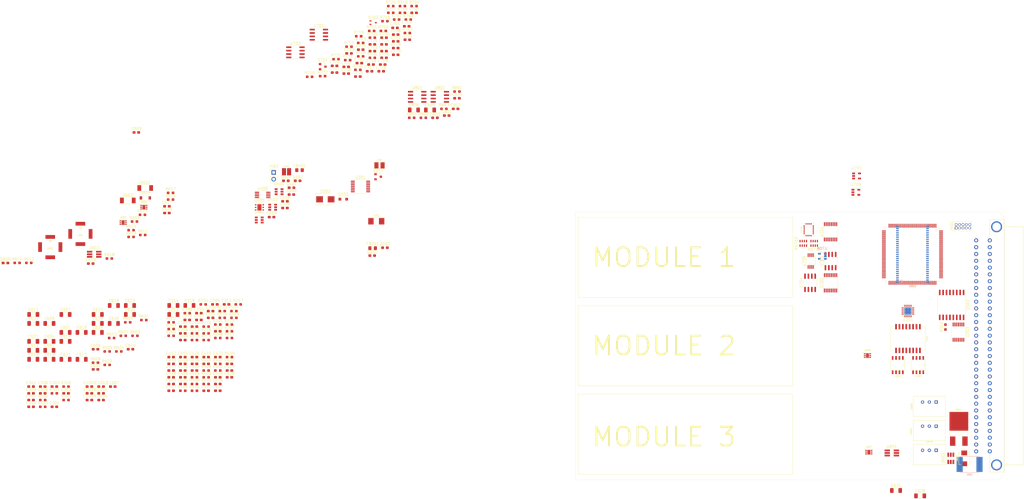
<source format=kicad_pcb>
(kicad_pcb (version 20171130) (host pcbnew 5.1.8)
  (layers (0 F.Cu signal) (1 In1.Cu signal) (2 In2.Cu signal) (31 B.Cu signal) (34 B.Paste user) (35 F.Paste user) (36 B.SilkS user) (37 F.SilkS user) (38 B.Mask user) (39 F.Mask user) (44 Edge.Cuts user))
  (net 0 "")
  (net 1 GND)
  (net 2 +15V)
  (net 3 -15V)
  (net 4 +7.5V)
  (net 5 GNDA)
  (net 6 +5V)
  (net 7 -2V5)
  (net 8 +5VP)
  (net 9 "Net-(D201-Pad2)")
  (net 10 "Net-(D202-Pad2)")
  (net 11 GND_TRIG)
  (net 12 /Connector/EXT_TRIG)
  (net 13 +3V3)
  (net 14 "Net-(C716-Pad1)")
  (net 15 +24VF)
  (net 16 "/Channel 1/REF_OUT")
  (net 17 +24V)
  (net 18 VCCQ)
  (net 19 /MCU/MCU_VDDA)
  (net 20 /Ethernet/NRST)
  (net 21 /MCU/TCK_SWCLK)
  (net 22 /MCU/TMS_SWDIO)
  (net 23 Earth)
  (net 24 /Connector/TX+)
  (net 25 /Connector/TX-)
  (net 26 /Connector/RX+)
  (net 27 /Connector/RX-)
  (net 28 /Ethernet/ETH_TXP)
  (net 29 /Ethernet/ETH_TXN)
  (net 30 /Ethernet/ETH_RXP)
  (net 31 /Ethernet/ETH_RXN)
  (net 32 "Net-(L201-Pad9)")
  (net 33 "Net-(L201-Pad11)")
  (net 34 "Net-(L201-Pad14)")
  (net 35 "Net-(L201-Pad16)")
  (net 36 "Net-(C716-Pad2)")
  (net 37 +10V)
  (net 38 -10V)
  (net 39 "/Channel 1/CH1_A1")
  (net 40 "/Channel 1/CH1_A0")
  (net 41 "/Channel 1/CH1_M_IN")
  (net 42 "/Channel 1/CH1_M_GND")
  (net 43 "/Channel 1/CH1_M_P10V")
  (net 44 "/Channel 1/CH1_M_N10V")
  (net 45 "/Channel 1/CH1_M_LPF")
  (net 46 /Ethernet/RMII_TXD1)
  (net 47 /Ethernet/RMII_TXD0)
  (net 48 /Ethernet/RMII_TXEN)
  (net 49 /Ethernet/RMII_MDC)
  (net 50 /Ethernet/RMII_MDIO)
  (net 51 "Net-(C201-Pad1)")
  (net 52 "Net-(C204-Pad1)")
  (net 53 /MCU/D15)
  (net 54 /MCU/D13)
  (net 55 /MCU/D12)
  (net 56 /MCU/D11)
  (net 57 /MCU/D10)
  (net 58 /MCU/D9)
  (net 59 /MCU/D8)
  (net 60 /MCU/UDQM)
  (net 61 /MCU/CLK)
  (net 62 /MCU/CKE)
  (net 63 /MCU/A11)
  (net 64 /MCU/A9)
  (net 65 /MCU/A8)
  (net 66 /MCU/A7)
  (net 67 /MCU/A6)
  (net 68 /MCU/A5)
  (net 69 /MCU/A4)
  (net 70 /MCU/A2)
  (net 71 /MCU/A1)
  (net 72 /MCU/A0)
  (net 73 /MCU/A10)
  (net 74 /MCU/BA1)
  (net 75 /MCU/BA0)
  (net 76 /MCU/~CS)
  (net 77 /MCU/~RAS)
  (net 78 /MCU/~WE)
  (net 79 /MCU/LDQM)
  (net 80 /MCU/D7)
  (net 81 /MCU/D6)
  (net 82 /MCU/D5)
  (net 83 /MCU/D4)
  (net 84 /MCU/D3)
  (net 85 /MCU/D2)
  (net 86 /MCU/D1)
  (net 87 /MCU/D0)
  (net 88 /MCU/~CAS)
  (net 89 /MCU/A3)
  (net 90 /MCU/D14)
  (net 91 /MCU/TRIG_IN)
  (net 92 /MCU/TRIG_OUT)
  (net 93 /MCU/TRIG_EN)
  (net 94 +5V_TRIG)
  (net 95 /Trigger/TRIG_OUT_EN)
  (net 96 /Trigger/TRIG_OUT_SIGN)
  (net 97 /Trigger/EXT_TRIG_SIGN)
  (net 98 /MCU/SENS_SCL)
  (net 99 /MCU/SENS_SDA)
  (net 100 /MCU/EEPROM_WP)
  (net 101 /MCU/EEPROM_SCL)
  (net 102 /MCU/EEPROM_SDA)
  (net 103 /MCU/MCU_SR_DAT)
  (net 104 /MCU/MCU_SR_CLK)
  (net 105 /MCU/MCU_SR_LAT)
  (net 106 "/Channel 1/CH1_CNV")
  (net 107 "/Channel 1/CH1_SCK")
  (net 108 "/Channel 1/CH1_SDO")
  (net 109 "/Channel 1/CH1_SDI")
  (net 110 /MCU/SD_DAT)
  (net 111 /MCU/SD_CLK)
  (net 112 /MCU/SD_LAT)
  (net 113 +9V)
  (net 114 -5V)
  (net 115 "/Channel 1/LPF")
  (net 116 "Net-(C203-Pad1)")
  (net 117 "Net-(C214-Pad1)")
  (net 118 "Net-(C711-Pad1)")
  (net 119 "Net-(D201-Pad1)")
  (net 120 "Net-(D202-Pad1)")
  (net 121 "Net-(L201-Pad10)")
  (net 122 "Net-(L201-Pad15)")
  (net 123 /Ethernet/RMII_RXD0)
  (net 124 /Ethernet/MODE0)
  (net 125 /Ethernet/RMII_RXD1)
  (net 126 /Ethernet/MODE1)
  (net 127 "Net-(R203-Pad1)")
  (net 128 /Ethernet/RMII_CRS_DV)
  (net 129 /Ethernet/MODE2)
  (net 130 /Ethernet/REF_CLK)
  (net 131 /Ethernet/REFCLK0)
  (net 132 "Net-(R212-Pad2)")
  (net 133 "Net-(RN701-Pad1)")
  (net 134 "Net-(RN702-Pad1)")
  (net 135 "Net-(C309-Pad2)")
  (net 136 "Net-(C404-Pad1)")
  (net 137 "Net-(C405-Pad1)")
  (net 138 "Net-(C408-Pad1)")
  (net 139 "Net-(C409-Pad1)")
  (net 140 "Net-(C609-Pad1)")
  (net 141 "Net-(C610-Pad1)")
  (net 142 "Net-(C617-Pad2)")
  (net 143 "Net-(C618-Pad2)")
  (net 144 "Net-(C721-Pad1)")
  (net 145 "Net-(C724-Pad2)")
  (net 146 "Net-(C724-Pad1)")
  (net 147 "Net-(C725-Pad1)")
  (net 148 "Net-(C726-Pad2)")
  (net 149 "Net-(C726-Pad1)")
  (net 150 "Net-(D301-Pad3)")
  (net 151 "Net-(D301-Pad2)")
  (net 152 "Net-(D401-Pad1)")
  (net 153 "Net-(D402-Pad1)")
  (net 154 "Net-(D403-Pad1)")
  (net 155 "Net-(D601-Pad1)")
  (net 156 "Net-(D701-Pad2)")
  (net 157 "Net-(J402-Pad1)")
  (net 158 "Net-(L301-Pad2)")
  (net 159 "Net-(Q601-Pad1)")
  (net 160 "Net-(R301-Pad2)")
  (net 161 "Net-(R302-Pad2)")
  (net 162 "Net-(R403-Pad1)")
  (net 163 "Net-(R404-Pad1)")
  (net 164 "Net-(R405-Pad1)")
  (net 165 "Net-(R408-Pad1)")
  (net 166 "Net-(R601-Pad2)")
  (net 167 "Net-(R603-Pad2)")
  (net 168 "Net-(R605-Pad2)")
  (net 169 "Net-(R703-Pad1)")
  (net 170 "Net-(R704-Pad1)")
  (net 171 "Net-(R705-Pad1)")
  (net 172 "Net-(R706-Pad1)")
  (net 173 "Net-(R707-Pad1)")
  (net 174 "Net-(R708-Pad2)")
  (net 175 "Net-(R714-Pad2)")
  (net 176 "Net-(R714-Pad1)")
  (net 177 "Net-(R716-Pad1)")
  (net 178 "Net-(R717-Pad1)")
  (net 179 "Net-(R718-Pad1)")
  (net 180 "Net-(R719-Pad1)")
  (net 181 "Net-(R720-Pad1)")
  (net 182 "Net-(R721-Pad1)")
  (net 183 "Net-(R722-Pad1)")
  (net 184 "Net-(R801-Pad1)")
  (net 185 "Net-(R802-Pad1)")
  (net 186 "Net-(RN701-Pad2)")
  (net 187 "Net-(U301-Pad13)")
  (net 188 "Net-(U301-Pad12)")
  (net 189 "Net-(U301-Pad11)")
  (net 190 "Net-(U702-Pad10)")
  (net 191 "Net-(U703-Pad2)")
  (net 192 "Net-(U706-Pad5)")
  (net 193 "Net-(U706-Pad4)")
  (net 194 "Net-(C605-Pad1)")
  (net 195 "Net-(C606-Pad1)")
  (net 196 "Net-(C607-Pad2)")
  (net 197 "Net-(C607-Pad1)")
  (net 198 "Net-(C608-Pad2)")
  (net 199 "Net-(C608-Pad1)")
  (net 200 "Net-(C609-Pad2)")
  (net 201 "Net-(C610-Pad2)")
  (net 202 "Net-(D604-Pad2)")
  (net 203 "Net-(D605-Pad2)")
  (net 204 "Net-(R611-Pad2)")
  (net 205 "Net-(R613-Pad2)")
  (net 206 "Net-(R617-Pad2)")
  (net 207 "Net-(C629-Pad2)")
  (module ETH3CDAQ1:TSR1 (layer F.Cu) (at 192 139 180)
    (fp_text reference U610 (at 0 3.2) (layer F.SilkS) (effects (font (size 0.6 0.6) (thickness 0.12))))
    (fp_text value TSR1-2490)
    (pad 1 thru_hole rect (at -2.54 0 180) (size 1.2 1.2) (drill 0.6) (layers *.Cu *.Mask) (net 15 +24VF))
    (pad 2 thru_hole circle (at 0 0 180) (size 1.2 1.2) (drill 0.6) (layers *.Cu *.Mask) (net 1 GND))
    (pad 3 thru_hole circle (at 2.54 0 180) (size 1.2 1.2) (drill 0.6) (layers *.Cu *.Mask) (net 113 +9V))
  )
  (module Capacitor_SMD:C_1206_3216Metric_Pad1.33x1.80mm_HandSolder (layer F.Cu) (at 179.5625 154)
    (fp_text reference C631 (at 0 -1.85) (layer F.SilkS))
    (fp_text value 10u/16V)
    (pad 2 smd roundrect (at 1.5625 0) (size 1.325 1.8) (layers F.Cu F.Paste F.Mask) (roundrect_rratio 0.188679) (net 1 GND))
    (pad 1 smd roundrect (at -1.5625 0) (size 1.325 1.8) (layers F.Cu F.Paste F.Mask) (roundrect_rratio 0.188679) (net 113 +9V))
  )
  (module Capacitor_SMD:C_1206_3216Metric_Pad1.33x1.80mm_HandSolder (layer F.Cu) (at 188.5625 156)
    (fp_text reference C628 (at 0 -1.85) (layer F.SilkS))
    (fp_text value 10u/50V)
    (pad 2 smd roundrect (at 1.5625 0) (size 1.325 1.8) (layers F.Cu F.Paste F.Mask) (roundrect_rratio 0.188679) (net 1 GND))
    (pad 1 smd roundrect (at -1.5625 0) (size 1.325 1.8) (layers F.Cu F.Paste F.Mask) (roundrect_rratio 0.188679) (net 15 +24VF))
  )
  (module ETH3CDAQ1:TSR1 (layer F.Cu) (at 192 121 180)
    (fp_text reference U608 (at 6.604 -1.778 90) (layer F.SilkS) (effects (font (size 0.6 0.6) (thickness 0.12))))
    (fp_text value TSR1-2433)
    (pad 1 thru_hole rect (at -2.54 0 180) (size 1.2 1.2) (drill 0.6) (layers *.Cu *.Mask) (net 15 +24VF))
    (pad 2 thru_hole circle (at 0 0 180) (size 1.2 1.2) (drill 0.6) (layers *.Cu *.Mask) (net 1 GND))
    (pad 3 thru_hole circle (at 2.54 0 180) (size 1.2 1.2) (drill 0.6) (layers *.Cu *.Mask) (net 13 +3V3))
  )
  (module Capacitor_SMD:C_0603_1608Metric_Pad1.08x0.95mm_HandSolder (layer F.Cu) (at -103.759 20.32)
    (fp_text reference C609 (at 0 -1.43) (layer F.SilkS))
    (fp_text value 4p7)
    (pad 2 smd roundrect (at 0.8625 0) (size 1.075 0.95) (layers F.Cu F.Paste F.Mask) (net 200 "Net-(C609-Pad2)"))
    (pad 1 smd roundrect (at -0.8625 0) (size 1.075 0.95) (layers F.Cu F.Paste F.Mask) (net 140 "Net-(C609-Pad1)"))
  )
  (module Resistor_SMD:R_Array_Concave_4x0603 (layer F.Cu) (at 149.05 61.738 90)
    (fp_text reference RN701 (at -2.286 0) (layer F.SilkS))
    (fp_text value 1k)
    (pad 5 smd rect (at 0.85 1.2 90) (size 0.9 0.4) (layers F.Cu F.Paste F.Mask) (net 149 "Net-(C726-Pad1)"))
    (pad 6 smd rect (at 0.85 0.4 90) (size 0.9 0.4) (layers F.Cu F.Paste F.Mask) (net 149 "Net-(C726-Pad1)"))
    (pad 7 smd rect (at 0.85 -0.4 90) (size 0.9 0.4) (layers F.Cu F.Paste F.Mask) (net 148 "Net-(C726-Pad2)"))
    (pad 8 smd rect (at 0.85 -1.2 90) (size 0.9 0.4) (layers F.Cu F.Paste F.Mask) (net 186 "Net-(RN701-Pad2)"))
    (pad 4 smd rect (at -0.85 1.2 90) (size 0.9 0.4) (layers F.Cu F.Paste F.Mask) (net 148 "Net-(C726-Pad2)"))
    (pad 1 smd rect (at -0.85 -1.2 90) (size 0.9 0.4) (layers F.Cu F.Paste F.Mask) (net 133 "Net-(RN701-Pad1)"))
    (pad 3 smd rect (at -0.85 0.4 90) (size 0.9 0.4) (layers F.Cu F.Paste F.Mask) (net 148 "Net-(C726-Pad2)"))
    (pad 2 smd rect (at -0.85 -0.4 90) (size 0.9 0.4) (layers F.Cu F.Paste F.Mask) (net 186 "Net-(RN701-Pad2)"))
  )
  (module Resistor_SMD:R_Array_Concave_4x0603 (layer F.Cu) (at 144.986 61.738 90)
    (fp_text reference RN702 (at 0 -2.6 90) (layer F.SilkS))
    (fp_text value 1k)
    (pad 5 smd rect (at 0.85 1.2 90) (size 0.9 0.4) (layers F.Cu F.Paste F.Mask) (net 147 "Net-(C725-Pad1)"))
    (pad 6 smd rect (at 0.85 0.4 90) (size 0.9 0.4) (layers F.Cu F.Paste F.Mask) (net 147 "Net-(C725-Pad1)"))
    (pad 7 smd rect (at 0.85 -0.4 90) (size 0.9 0.4) (layers F.Cu F.Paste F.Mask) (net 147 "Net-(C725-Pad1)"))
    (pad 8 smd rect (at 0.85 -1.2 90) (size 0.9 0.4) (layers F.Cu F.Paste F.Mask) (net 8 +5VP))
    (pad 4 smd rect (at -0.85 1.2 90) (size 0.9 0.4) (layers F.Cu F.Paste F.Mask) (net 5 GNDA))
    (pad 1 smd rect (at -0.85 -1.2 90) (size 0.9 0.4) (layers F.Cu F.Paste F.Mask) (net 134 "Net-(RN702-Pad1)"))
    (pad 3 smd rect (at -0.85 0.4 90) (size 0.9 0.4) (layers F.Cu F.Paste F.Mask) (net 134 "Net-(RN702-Pad1)"))
    (pad 2 smd rect (at -0.85 -0.4 90) (size 0.9 0.4) (layers F.Cu F.Paste F.Mask) (net 134 "Net-(RN702-Pad1)"))
  )
  (module Resistor_SMD:R_0603_1608Metric_Pad0.98x0.95mm_HandSolder (layer F.Cu) (at -112.983 97.075)
    (fp_text reference R610 (at 0 -1.43) (layer F.SilkS))
    (fp_text value 370)
    (pad 2 smd roundrect (at 0.9125 0) (size 0.975 0.95) (layers F.Cu F.Paste F.Mask) (net 203 "Net-(D605-Pad2)"))
    (pad 1 smd roundrect (at -0.9125 0) (size 0.975 0.95) (layers F.Cu F.Paste F.Mask) (net 202 "Net-(D604-Pad2)"))
  )
  (module Resistor_SMD:R_0603_1608Metric_Pad0.98x0.95mm_HandSolder (layer F.Cu) (at -114.643 102.095)
    (fp_text reference R609 (at 0 -1.43) (layer F.SilkS))
    (fp_text value 53k)
    (pad 2 smd roundrect (at 0.9125 0) (size 0.975 0.95) (layers F.Cu F.Paste F.Mask) (net 1 GND))
    (pad 1 smd roundrect (at -0.9125 0) (size 0.975 0.95) (layers F.Cu F.Paste F.Mask) (net 201 "Net-(C610-Pad2)"))
  )
  (module Resistor_SMD:R_0603_1608Metric_Pad0.98x0.95mm_HandSolder (layer F.Cu) (at -118.993 106.285)
    (fp_text reference R608 (at 0 -1.43) (layer F.SilkS))
    (fp_text value 1M)
    (pad 2 smd roundrect (at 0.9125 0) (size 0.975 0.95) (layers F.Cu F.Paste F.Mask) (net 201 "Net-(C610-Pad2)"))
    (pad 1 smd roundrect (at -0.9125 0) (size 0.975 0.95) (layers F.Cu F.Paste F.Mask) (net 141 "Net-(C610-Pad1)"))
  )
  (module Resistor_SMD:R_0603_1608Metric_Pad0.98x0.95mm_HandSolder (layer F.Cu) (at -108.633 96.235)
    (fp_text reference R607 (at 0 -1.43) (layer F.SilkS))
    (fp_text value 111k)
    (pad 2 smd roundrect (at 0.9125 0) (size 0.975 0.95) (layers F.Cu F.Paste F.Mask) (net 1 GND))
    (pad 1 smd roundrect (at -0.9125 0) (size 0.975 0.95) (layers F.Cu F.Paste F.Mask) (net 200 "Net-(C609-Pad2)"))
  )
  (module Resistor_SMD:R_0603_1608Metric_Pad0.98x0.95mm_HandSolder (layer F.Cu) (at -106.973 91.215)
    (fp_text reference R606 (at 0 -1.43) (layer F.SilkS))
    (fp_text value 1M)
    (pad 2 smd roundrect (at 0.9125 0) (size 0.975 0.95) (layers F.Cu F.Paste F.Mask) (net 200 "Net-(C609-Pad2)"))
    (pad 1 smd roundrect (at -0.9125 0) (size 0.975 0.95) (layers F.Cu F.Paste F.Mask) (net 140 "Net-(C609-Pad1)"))
  )
  (module Resistor_SMD:R_0603_1608Metric_Pad0.98x0.95mm_HandSolder (layer F.Cu) (at -110.293 102.095)
    (fp_text reference R604 (at 0 -1.43) (layer F.SilkS))
    (fp_text value 287k)
    (pad 2 smd roundrect (at 0.9125 0) (size 0.975 0.95) (layers F.Cu F.Paste F.Mask) (net 1 GND))
    (pad 1 smd roundrect (at -0.9125 0) (size 0.975 0.95) (layers F.Cu F.Paste F.Mask) (net 167 "Net-(R603-Pad2)"))
  )
  (module Resistor_SMD:R_0603_1608Metric_Pad0.98x0.95mm_HandSolder (layer F.Cu) (at -104.283 96.235)
    (fp_text reference R603 (at 0 -1.43) (layer F.SilkS))
    (fp_text value 1M)
    (pad 2 smd roundrect (at 0.9125 0) (size 0.975 0.95) (layers F.Cu F.Paste F.Mask) (net 167 "Net-(R603-Pad2)"))
    (pad 1 smd roundrect (at -0.9125 0) (size 0.975 0.95) (layers F.Cu F.Paste F.Mask) (net 15 +24VF))
  )
  (module Resistor_SMD:R_0603_1608Metric_Pad0.98x0.95mm_HandSolder (layer F.Cu) (at -114.643 107.115)
    (fp_text reference R602 (at 0 -1.43) (layer F.SilkS))
    (fp_text value 287k)
    (pad 2 smd roundrect (at 0.9125 0) (size 0.975 0.95) (layers F.Cu F.Paste F.Mask) (net 1 GND))
    (pad 1 smd roundrect (at -0.9125 0) (size 0.975 0.95) (layers F.Cu F.Paste F.Mask) (net 166 "Net-(R601-Pad2)"))
  )
  (module Resistor_SMD:R_0603_1608Metric_Pad0.98x0.95mm_HandSolder (layer F.Cu) (at -100.963 90.375)
    (fp_text reference R601 (at 0 -1.43) (layer F.SilkS))
    (fp_text value 1M)
    (pad 2 smd roundrect (at 0.9125 0) (size 0.975 0.95) (layers F.Cu F.Paste F.Mask) (net 166 "Net-(R601-Pad2)"))
    (pad 1 smd roundrect (at -0.9125 0) (size 0.975 0.95) (layers F.Cu F.Paste F.Mask) (net 15 +24VF))
  )
  (module Resistor_SMD:R_0603_1608Metric_Pad0.98x0.95mm_HandSolder (layer F.Cu) (at -82.083 111.735)
    (fp_text reference R409 (at 0 -1.43) (layer F.SilkS))
    (fp_text value 10k)
    (pad 2 smd roundrect (at 0.9125 0) (size 0.975 0.95) (layers F.Cu F.Paste F.Mask) (net 20 /Ethernet/NRST))
    (pad 1 smd roundrect (at -0.9125 0) (size 0.975 0.95) (layers F.Cu F.Paste F.Mask) (net 13 +3V3))
  )
  (module Resistor_SMD:R_0603_1608Metric_Pad0.98x0.95mm_HandSolder (layer F.Cu) (at -77.733 109.225)
    (fp_text reference R408 (at 0 -1.43) (layer F.SilkS))
    (fp_text value 10k)
    (pad 2 smd roundrect (at 0.9125 0) (size 0.975 0.95) (layers F.Cu F.Paste F.Mask) (net 1 GND))
    (pad 1 smd roundrect (at -0.9125 0) (size 0.975 0.95) (layers F.Cu F.Paste F.Mask) (net 165 "Net-(R408-Pad1)"))
  )
  (module Resistor_SMD:R_0603_1608Metric_Pad0.98x0.95mm_HandSolder (layer F.Cu) (at -73.383 106.715)
    (fp_text reference R407 (at 0 -1.43) (layer F.SilkS))
    (fp_text value 4k7)
    (pad 2 smd roundrect (at 0.9125 0) (size 0.975 0.95) (layers F.Cu F.Paste F.Mask) (net 101 /MCU/EEPROM_SCL))
    (pad 1 smd roundrect (at -0.9125 0) (size 0.975 0.95) (layers F.Cu F.Paste F.Mask) (net 13 +3V3))
  )
  (module Resistor_SMD:R_0603_1608Metric_Pad0.98x0.95mm_HandSolder (layer F.Cu) (at -82.083 114.245)
    (fp_text reference R406 (at 0 -1.43) (layer F.SilkS))
    (fp_text value 4k7)
    (pad 2 smd roundrect (at 0.9125 0) (size 0.975 0.95) (layers F.Cu F.Paste F.Mask) (net 102 /MCU/EEPROM_SDA))
    (pad 1 smd roundrect (at -0.9125 0) (size 0.975 0.95) (layers F.Cu F.Paste F.Mask) (net 13 +3V3))
  )
  (module Resistor_SMD:R_0603_1608Metric_Pad0.98x0.95mm_HandSolder (layer F.Cu) (at -69.033 104.205)
    (fp_text reference R405 (at 0 -1.43) (layer F.SilkS))
    (fp_text value 680)
    (pad 2 smd roundrect (at 0.9125 0) (size 0.975 0.95) (layers F.Cu F.Paste F.Mask) (net 154 "Net-(D403-Pad1)"))
    (pad 1 smd roundrect (at -0.9125 0) (size 0.975 0.95) (layers F.Cu F.Paste F.Mask) (net 164 "Net-(R405-Pad1)"))
  )
  (module Resistor_SMD:R_0603_1608Metric_Pad0.98x0.95mm_HandSolder (layer F.Cu) (at -82.083 116.755)
    (fp_text reference R404 (at 0 -1.43) (layer F.SilkS))
    (fp_text value 560)
    (pad 2 smd roundrect (at 0.9125 0) (size 0.975 0.95) (layers F.Cu F.Paste F.Mask) (net 153 "Net-(D402-Pad1)"))
    (pad 1 smd roundrect (at -0.9125 0) (size 0.975 0.95) (layers F.Cu F.Paste F.Mask) (net 163 "Net-(R404-Pad1)"))
  )
  (module Resistor_SMD:R_0603_1608Metric_Pad0.98x0.95mm_HandSolder (layer F.Cu) (at -77.733 111.735)
    (fp_text reference R403 (at 0 -1.43) (layer F.SilkS))
    (fp_text value 680)
    (pad 2 smd roundrect (at 0.9125 0) (size 0.975 0.95) (layers F.Cu F.Paste F.Mask) (net 152 "Net-(D401-Pad1)"))
    (pad 1 smd roundrect (at -0.9125 0) (size 0.975 0.95) (layers F.Cu F.Paste F.Mask) (net 162 "Net-(R403-Pad1)"))
  )
  (module Resistor_SMD:R_0603_1608Metric_Pad0.98x0.95mm_HandSolder (layer F.Cu) (at -73.383 109.225)
    (fp_text reference R402 (at 0 -1.43) (layer F.SilkS))
    (fp_text value 4k7)
    (pad 2 smd roundrect (at 0.9125 0) (size 0.975 0.95) (layers F.Cu F.Paste F.Mask) (net 99 /MCU/SENS_SDA))
    (pad 1 smd roundrect (at -0.9125 0) (size 0.975 0.95) (layers F.Cu F.Paste F.Mask) (net 13 +3V3))
  )
  (module Resistor_SMD:R_0603_1608Metric_Pad0.98x0.95mm_HandSolder (layer F.Cu) (at -86.433 116.755)
    (fp_text reference R401 (at 0 -1.43) (layer F.SilkS))
    (fp_text value 4k7)
    (pad 2 smd roundrect (at 0.9125 0) (size 0.975 0.95) (layers F.Cu F.Paste F.Mask) (net 98 /MCU/SENS_SCL))
    (pad 1 smd roundrect (at -0.9125 0) (size 0.975 0.95) (layers F.Cu F.Paste F.Mask) (net 13 +3V3))
  )
  (module Resistor_SMD:R_0603_1608Metric_Pad0.98x0.95mm_HandSolder (layer F.Cu) (at -77.733 114.245)
    (fp_text reference R410 (at 0 -1.43) (layer F.SilkS))
    (fp_text value 10k)
    (pad 2 smd roundrect (at 0.9125 0) (size 0.975 0.95) (layers F.Cu F.Paste F.Mask) (net 13 +3V3))
    (pad 1 smd roundrect (at -0.9125 0) (size 0.975 0.95) (layers F.Cu F.Paste F.Mask) (net 157 "Net-(J402-Pad1)"))
  )
  (module Resistor_SMD:R_0603_1608Metric_Pad0.98x0.95mm_HandSolder (layer F.Cu) (at -138.683 120.235)
    (fp_text reference R306 (at 0 -1.43) (layer F.SilkS))
    (fp_text value 51R1)
    (pad 2 smd roundrect (at 0.9125 0) (size 0.975 0.95) (layers F.Cu F.Paste F.Mask) (net 11 GND_TRIG))
    (pad 1 smd roundrect (at -0.9125 0) (size 0.975 0.95) (layers F.Cu F.Paste F.Mask) (net 135 "Net-(C309-Pad2)"))
  )
  (module Resistor_SMD:R_0603_1608Metric_Pad0.98x0.95mm_HandSolder (layer F.Cu) (at -129.983 115.215)
    (fp_text reference R305 (at 0 -1.43) (layer F.SilkS))
    (fp_text value 47)
    (pad 2 smd roundrect (at 0.9125 0) (size 0.975 0.95) (layers F.Cu F.Paste F.Mask) (net 158 "Net-(L301-Pad2)"))
    (pad 1 smd roundrect (at -0.9125 0) (size 0.975 0.95) (layers F.Cu F.Paste F.Mask) (net 150 "Net-(D301-Pad3)"))
  )
  (module Resistor_SMD:R_0603_1608Metric_Pad0.98x0.95mm_HandSolder (layer F.Cu) (at -134.333 117.725)
    (fp_text reference R304 (at 0 -1.43) (layer F.SilkS))
    (fp_text value 1k)
    (pad 2 smd roundrect (at 0.9125 0) (size 0.975 0.95) (layers F.Cu F.Paste F.Mask) (net 151 "Net-(D301-Pad2)"))
    (pad 1 smd roundrect (at -0.9125 0) (size 0.975 0.95) (layers F.Cu F.Paste F.Mask) (net 94 +5V_TRIG))
  )
  (module Resistor_SMD:R_0603_1608Metric_Pad0.98x0.95mm_HandSolder (layer F.Cu) (at -138.683 122.745)
    (fp_text reference R303 (at 0 -1.43) (layer F.SilkS))
    (fp_text value 100)
    (pad 2 smd roundrect (at 0.9125 0) (size 0.975 0.95) (layers F.Cu F.Paste F.Mask) (net 150 "Net-(D301-Pad3)"))
    (pad 1 smd roundrect (at -0.9125 0) (size 0.975 0.95) (layers F.Cu F.Paste F.Mask) (net 161 "Net-(R302-Pad2)"))
  )
  (module Resistor_SMD:R_0603_1608Metric_Pad0.98x0.95mm_HandSolder (layer F.Cu) (at 198 93 90)
    (fp_text reference R302 (at 0 -1.43 90) (layer F.SilkS))
    (fp_text value 14k7)
    (pad 2 smd roundrect (at 0.9125 0 90) (size 0.975 0.95) (layers F.Cu F.Paste F.Mask) (net 161 "Net-(R302-Pad2)"))
    (pad 1 smd roundrect (at -0.9125 0 90) (size 0.975 0.95) (layers F.Cu F.Paste F.Mask) (net 97 /Trigger/EXT_TRIG_SIGN))
  )
  (module Resistor_SMD:R_0603_1608Metric_Pad0.98x0.95mm_HandSolder (layer F.Cu) (at -129.983 120.235)
    (fp_text reference R301 (at 0 -1.43) (layer F.SilkS))
    (fp_text value 10k)
    (pad 2 smd roundrect (at 0.9125 0) (size 0.975 0.95) (layers F.Cu F.Paste F.Mask) (net 160 "Net-(R301-Pad2)"))
    (pad 1 smd roundrect (at -0.9125 0) (size 0.975 0.95) (layers F.Cu F.Paste F.Mask) (net 13 +3V3))
  )
  (module Resistor_SMD:R_0603_1608Metric_Pad0.98x0.95mm_HandSolder (layer F.Cu) (at -71.723 87.025)
    (fp_text reference R221 (at 0 -1.43) (layer F.SilkS))
    (fp_text value 75/1%)
    (pad 2 smd roundrect (at 0.9125 0) (size 0.975 0.95) (layers F.Cu F.Paste F.Mask) (net 117 "Net-(C214-Pad1)"))
    (pad 1 smd roundrect (at -0.9125 0) (size 0.975 0.95) (layers F.Cu F.Paste F.Mask) (net 122 "Net-(L201-Pad15)"))
  )
  (module Resistor_SMD:R_0603_1608Metric_Pad0.98x0.95mm_HandSolder (layer F.Cu) (at -77.733 92.825)
    (fp_text reference R220 (at 0 -1.43) (layer F.SilkS))
    (fp_text value 75/1%)
    (pad 2 smd roundrect (at 0.9125 0) (size 0.975 0.95) (layers F.Cu F.Paste F.Mask) (net 117 "Net-(C214-Pad1)"))
    (pad 1 smd roundrect (at -0.9125 0) (size 0.975 0.95) (layers F.Cu F.Paste F.Mask) (net 121 "Net-(L201-Pad10)"))
  )
  (module Resistor_SMD:R_1206_3216Metric_Pad1.30x1.75mm_HandSolder (layer F.Cu) (at -83.973 84.905)
    (fp_text reference R219 (at 0 -1.82) (layer F.SilkS))
    (fp_text value 1M/1kV)
    (pad 2 smd roundrect (at 1.55 0) (size 1.3 1.75) (layers F.Cu F.Paste F.Mask) (roundrect_rratio 0.192308) (net 1 GND))
    (pad 1 smd roundrect (at -1.55 0) (size 1.3 1.75) (layers F.Cu F.Paste F.Mask) (roundrect_rratio 0.192308) (net 23 Earth))
  )
  (module Resistor_SMD:R_0603_1608Metric_Pad0.98x0.95mm_HandSolder (layer F.Cu) (at -82.083 97.845)
    (fp_text reference R218 (at 0 -1.43) (layer F.SilkS))
    (fp_text value 49R9)
    (pad 2 smd roundrect (at 0.9125 0) (size 0.975 0.95) (layers F.Cu F.Paste F.Mask) (net 31 /Ethernet/ETH_RXN))
    (pad 1 smd roundrect (at -0.9125 0) (size 0.975 0.95) (layers F.Cu F.Paste F.Mask) (net 18 VCCQ))
  )
  (module Resistor_SMD:R_0603_1608Metric_Pad0.98x0.95mm_HandSolder (layer F.Cu) (at -65.773 84.515)
    (fp_text reference R217 (at 0 -1.43) (layer F.SilkS))
    (fp_text value 49R9)
    (pad 2 smd roundrect (at 0.9125 0) (size 0.975 0.95) (layers F.Cu F.Paste F.Mask) (net 30 /Ethernet/ETH_RXP))
    (pad 1 smd roundrect (at -0.9125 0) (size 0.975 0.95) (layers F.Cu F.Paste F.Mask) (net 18 VCCQ))
  )
  (module Resistor_SMD:R_0603_1608Metric_Pad0.98x0.95mm_HandSolder (layer F.Cu) (at -77.733 95.335)
    (fp_text reference R216 (at 0 -1.43) (layer F.SilkS))
    (fp_text value 49R9)
    (pad 2 smd roundrect (at 0.9125 0) (size 0.975 0.95) (layers F.Cu F.Paste F.Mask) (net 29 /Ethernet/ETH_TXN))
    (pad 1 smd roundrect (at -0.9125 0) (size 0.975 0.95) (layers F.Cu F.Paste F.Mask) (net 18 VCCQ))
  )
  (module Resistor_SMD:R_0603_1608Metric_Pad0.98x0.95mm_HandSolder (layer F.Cu) (at -71.723 89.535)
    (fp_text reference R215 (at 0 -1.43) (layer F.SilkS))
    (fp_text value 49R9)
    (pad 2 smd roundrect (at 0.9125 0) (size 0.975 0.95) (layers F.Cu F.Paste F.Mask) (net 28 /Ethernet/ETH_TXP))
    (pad 1 smd roundrect (at -0.9125 0) (size 0.975 0.95) (layers F.Cu F.Paste F.Mask) (net 18 VCCQ))
  )
  (module Resistor_SMD:R_0603_1608Metric_Pad0.98x0.95mm_HandSolder (layer F.Cu) (at -67.373 87.025)
    (fp_text reference R214 (at 0 -1.43) (layer F.SilkS))
    (fp_text value 270)
    (pad 2 smd roundrect (at 0.9125 0) (size 0.975 0.95) (layers F.Cu F.Paste F.Mask) (net 1 GND))
    (pad 1 smd roundrect (at -0.9125 0) (size 0.975 0.95) (layers F.Cu F.Paste F.Mask) (net 120 "Net-(D202-Pad1)"))
  )
  (module Resistor_SMD:R_0603_1608Metric_Pad0.98x0.95mm_HandSolder (layer F.Cu) (at -82.083 95.335)
    (fp_text reference R213 (at 0 -1.43) (layer F.SilkS))
    (fp_text value 270)
    (pad 2 smd roundrect (at 0.9125 0) (size 0.975 0.95) (layers F.Cu F.Paste F.Mask) (net 1 GND))
    (pad 1 smd roundrect (at -0.9125 0) (size 0.975 0.95) (layers F.Cu F.Paste F.Mask) (net 119 "Net-(D201-Pad1)"))
  )
  (module Resistor_SMD:R_0603_1608Metric_Pad0.98x0.95mm_HandSolder (layer F.Cu) (at -77.733 97.845)
    (fp_text reference R212 (at 0 -1.43) (layer F.SilkS))
    (fp_text value 12k1)
    (pad 2 smd roundrect (at 0.9125 0) (size 0.975 0.95) (layers F.Cu F.Paste F.Mask) (net 132 "Net-(R212-Pad2)"))
    (pad 1 smd roundrect (at -0.9125 0) (size 0.975 0.95) (layers F.Cu F.Paste F.Mask) (net 1 GND))
  )
  (module Resistor_SMD:R_0603_1608Metric_Pad0.98x0.95mm_HandSolder (layer F.Cu) (at -69.033 97.065)
    (fp_text reference R211 (at 0 -1.43) (layer F.SilkS))
    (fp_text value 10k)
    (pad 2 smd roundrect (at 0.9125 0) (size 0.975 0.95) (layers F.Cu F.Paste F.Mask) (net 1 GND))
    (pad 1 smd roundrect (at -0.9125 0) (size 0.975 0.95) (layers F.Cu F.Paste F.Mask) (net 9 "Net-(D201-Pad2)"))
  )
  (module Resistor_SMD:R_0603_1608Metric_Pad0.98x0.95mm_HandSolder (layer F.Cu) (at -69.033 92.045)
    (fp_text reference R210 (at 0 -1.43) (layer F.SilkS))
    (fp_text value 1k5)
    (pad 2 smd roundrect (at 0.9125 0) (size 0.975 0.95) (layers F.Cu F.Paste F.Mask) (net 50 /Ethernet/RMII_MDIO))
    (pad 1 smd roundrect (at -0.9125 0) (size 0.975 0.95) (layers F.Cu F.Paste F.Mask) (net 13 +3V3))
  )
  (module Resistor_SMD:R_0603_1608Metric_Pad0.98x0.95mm_HandSolder (layer F.Cu) (at -67.373 89.535)
    (fp_text reference R209 (at 0 -1.43) (layer F.SilkS))
    (fp_text value 10k)
    (pad 2 smd roundrect (at 0.9125 0) (size 0.975 0.95) (layers F.Cu F.Paste F.Mask) (net 131 /Ethernet/REFCLK0))
    (pad 1 smd roundrect (at -0.9125 0) (size 0.975 0.95) (layers F.Cu F.Paste F.Mask) (net 13 +3V3))
  )
  (module Resistor_SMD:R_0603_1608Metric_Pad0.98x0.95mm_HandSolder (layer F.Cu) (at -73.383 97.065)
    (fp_text reference R208 (at 0 -1.43) (layer F.SilkS))
    (fp_text value 10k)
    (pad 2 smd roundrect (at 0.9125 0) (size 0.975 0.95) (layers F.Cu F.Paste F.Mask) (net 129 /Ethernet/MODE2))
    (pad 1 smd roundrect (at -0.9125 0) (size 0.975 0.95) (layers F.Cu F.Paste F.Mask) (net 13 +3V3))
  )
  (module Resistor_SMD:R_0603_1608Metric_Pad0.98x0.95mm_HandSolder (layer F.Cu) (at -69.033 94.555)
    (fp_text reference R207 (at 0 -1.43) (layer F.SilkS))
    (fp_text value 10k)
    (pad 2 smd roundrect (at 0.9125 0) (size 0.975 0.95) (layers F.Cu F.Paste F.Mask) (net 126 /Ethernet/MODE1))
    (pad 1 smd roundrect (at -0.9125 0) (size 0.975 0.95) (layers F.Cu F.Paste F.Mask) (net 13 +3V3))
  )
  (module Resistor_SMD:R_0603_1608Metric_Pad0.98x0.95mm_HandSolder (layer F.Cu) (at -84.773 87.805)
    (fp_text reference R206 (at 0 -1.43) (layer F.SilkS))
    (fp_text value 10k)
    (pad 2 smd roundrect (at 0.9125 0) (size 0.975 0.95) (layers F.Cu F.Paste F.Mask) (net 124 /Ethernet/MODE0))
    (pad 1 smd roundrect (at -0.9125 0) (size 0.975 0.95) (layers F.Cu F.Paste F.Mask) (net 13 +3V3))
  )
  (module Resistor_SMD:R_0603_1608Metric_Pad0.98x0.95mm_HandSolder (layer F.Cu) (at -90.783 96.235)
    (fp_text reference R205 (at 0 -1.43) (layer F.SilkS))
    (fp_text value 33)
    (pad 2 smd roundrect (at 0.9125 0) (size 0.975 0.95) (layers F.Cu F.Paste F.Mask) (net 130 /Ethernet/REF_CLK))
    (pad 1 smd roundrect (at -0.9125 0) (size 0.975 0.95) (layers F.Cu F.Paste F.Mask) (net 131 /Ethernet/REFCLK0))
  )
  (module Resistor_SMD:R_0603_1608Metric_Pad0.98x0.95mm_HandSolder (layer F.Cu) (at -78.823 84.515)
    (fp_text reference R204 (at 0 -1.43) (layer F.SilkS))
    (fp_text value 33)
    (pad 2 smd roundrect (at 0.9125 0) (size 0.975 0.95) (layers F.Cu F.Paste F.Mask) (net 128 /Ethernet/RMII_CRS_DV))
    (pad 1 smd roundrect (at -0.9125 0) (size 0.975 0.95) (layers F.Cu F.Paste F.Mask) (net 129 /Ethernet/MODE2))
  )
  (module Resistor_SMD:R_0603_1608Metric_Pad0.98x0.95mm_HandSolder (layer F.Cu) (at -90.783 93.725)
    (fp_text reference R203 (at 0 -1.43) (layer F.SilkS))
    (fp_text value 10k)
    (pad 2 smd roundrect (at 0.9125 0) (size 0.975 0.95) (layers F.Cu F.Paste F.Mask) (net 1 GND))
    (pad 1 smd roundrect (at -0.9125 0) (size 0.975 0.95) (layers F.Cu F.Paste F.Mask) (net 127 "Net-(R203-Pad1)"))
  )
  (module Resistor_SMD:R_0603_1608Metric_Pad0.98x0.95mm_HandSolder (layer F.Cu) (at -90.783 91.215)
    (fp_text reference R202 (at 0 -1.43) (layer F.SilkS))
    (fp_text value 33)
    (pad 2 smd roundrect (at 0.9125 0) (size 0.975 0.95) (layers F.Cu F.Paste F.Mask) (net 125 /Ethernet/RMII_RXD1))
    (pad 1 smd roundrect (at -0.9125 0) (size 0.975 0.95) (layers F.Cu F.Paste F.Mask) (net 126 /Ethernet/MODE1))
  )
  (module Resistor_SMD:R_0603_1608Metric_Pad0.98x0.95mm_HandSolder (layer F.Cu) (at -73.383 92.045)
    (fp_text reference R201 (at 0 -1.43) (layer F.SilkS))
    (fp_text value 33)
    (pad 2 smd roundrect (at 0.9125 0) (size 0.975 0.95) (layers F.Cu F.Paste F.Mask) (net 123 /Ethernet/RMII_RXD0))
    (pad 1 smd roundrect (at -0.9125 0) (size 0.975 0.95) (layers F.Cu F.Paste F.Mask) (net 124 /Ethernet/MODE0))
  )
  (module Capacitor_SMD:C_1206_3216Metric_Pad1.33x1.80mm_HandSolder (layer F.Cu) (at -142.203 98.335)
    (fp_text reference C627 (at 0 -1.85) (layer F.SilkS))
    (fp_text value 4u7)
    (pad 2 smd roundrect (at 1.5625 0) (size 1.325 1.8) (layers F.Cu F.Paste F.Mask) (roundrect_rratio 0.188679) (net 1 GND))
    (pad 1 smd roundrect (at -1.5625 0) (size 1.325 1.8) (layers F.Cu F.Paste F.Mask) (roundrect_rratio 0.188679) (net 7 -2V5))
  )
  (module Capacitor_SMD:C_1206_3216Metric_Pad1.33x1.80mm_HandSolder (layer F.Cu) (at -142.203 91.635)
    (fp_text reference C622 (at 0 -1.85) (layer F.SilkS))
    (fp_text value 10u)
    (pad 2 smd roundrect (at 1.5625 0) (size 1.325 1.8) (layers F.Cu F.Paste F.Mask) (roundrect_rratio 0.188679) (net 1 GND))
    (pad 1 smd roundrect (at -1.5625 0) (size 1.325 1.8) (layers F.Cu F.Paste F.Mask) (roundrect_rratio 0.188679) (net 114 -5V))
  )
  (module Capacitor_SMD:C_1206_3216Metric_Pad1.33x1.80mm_HandSolder (layer F.Cu) (at -106.143 88.285)
    (fp_text reference C630 (at 0 -1.85) (layer F.SilkS))
    (fp_text value 10u/16V)
    (pad 2 smd roundrect (at 1.5625 0) (size 1.325 1.8) (layers F.Cu F.Paste F.Mask) (roundrect_rratio 0.188679) (net 1 GND))
    (pad 1 smd roundrect (at -1.5625 0) (size 1.325 1.8) (layers F.Cu F.Paste F.Mask) (roundrect_rratio 0.188679) (net 4 +7.5V))
  )
  (module Capacitor_SMD:C_1206_3216Metric_Pad1.33x1.80mm_HandSolder (layer F.Cu) (at -112.153 91.635)
    (fp_text reference C626 (at 0 -1.85) (layer F.SilkS))
    (fp_text value 10u/16V)
    (pad 2 smd roundrect (at 1.5625 0) (size 1.325 1.8) (layers F.Cu F.Paste F.Mask) (roundrect_rratio 0.188679) (net 1 GND))
    (pad 1 smd roundrect (at -1.5625 0) (size 1.325 1.8) (layers F.Cu F.Paste F.Mask) (roundrect_rratio 0.188679) (net 6 +5V))
  )
  (module Capacitor_SMD:C_1206_3216Metric_Pad1.33x1.80mm_HandSolder (layer F.Cu) (at -118.163 94.985)
    (fp_text reference C625 (at 0 -1.85) (layer F.SilkS))
    (fp_text value 10u/16V)
    (pad 2 smd roundrect (at 1.5625 0) (size 1.325 1.8) (layers F.Cu F.Paste F.Mask) (roundrect_rratio 0.188679) (net 1 GND))
    (pad 1 smd roundrect (at -1.5625 0) (size 1.325 1.8) (layers F.Cu F.Paste F.Mask) (roundrect_rratio 0.188679) (net 13 +3V3))
  )
  (module Capacitor_SMD:C_1206_3216Metric_Pad1.33x1.80mm_HandSolder (layer F.Cu) (at -106.143 84.935)
    (fp_text reference C623 (at 0 -1.85) (layer F.SilkS))
    (fp_text value 10u/50V)
    (pad 2 smd roundrect (at 1.5625 0) (size 1.325 1.8) (layers F.Cu F.Paste F.Mask) (roundrect_rratio 0.188679) (net 1 GND))
    (pad 1 smd roundrect (at -1.5625 0) (size 1.325 1.8) (layers F.Cu F.Paste F.Mask) (roundrect_rratio 0.188679) (net 15 +24VF))
  )
  (module Capacitor_SMD:C_1206_3216Metric_Pad1.33x1.80mm_HandSolder (layer F.Cu) (at -118.163 88.285)
    (fp_text reference C624 (at 0 -1.85) (layer F.SilkS))
    (fp_text value 10u/50V)
    (pad 2 smd roundrect (at 1.5625 0) (size 1.325 1.8) (layers F.Cu F.Paste F.Mask) (roundrect_rratio 0.188679) (net 1 GND))
    (pad 1 smd roundrect (at -1.5625 0) (size 1.325 1.8) (layers F.Cu F.Paste F.Mask) (roundrect_rratio 0.188679) (net 15 +24VF))
  )
  (module Capacitor_SMD:C_1206_3216Metric_Pad1.33x1.80mm_HandSolder (layer F.Cu) (at -130.183 105.035)
    (fp_text reference C621 (at 0 -1.85) (layer F.SilkS))
    (fp_text value 4u7/25V)
    (pad 2 smd roundrect (at 1.5625 0) (size 1.325 1.8) (layers F.Cu F.Paste F.Mask) (roundrect_rratio 0.188679) (net 1 GND))
    (pad 1 smd roundrect (at -1.5625 0) (size 1.325 1.8) (layers F.Cu F.Paste F.Mask) (roundrect_rratio 0.188679) (net 113 +9V))
  )
  (module Capacitor_SMD:C_1206_3216Metric_Pad1.33x1.80mm_HandSolder (layer F.Cu) (at -118.163 91.635)
    (fp_text reference C620 (at 0 -1.85) (layer F.SilkS))
    (fp_text value 10u/35V)
    (pad 2 smd roundrect (at 1.5625 0) (size 1.325 1.8) (layers F.Cu F.Paste F.Mask) (roundrect_rratio 0.188679) (net 1 GND))
    (pad 1 smd roundrect (at -1.5625 0) (size 1.325 1.8) (layers F.Cu F.Paste F.Mask) (roundrect_rratio 0.188679) (net 3 -15V))
  )
  (module Capacitor_SMD:C_1206_3216Metric_Pad1.33x1.80mm_HandSolder (layer F.Cu) (at -124.173 94.985)
    (fp_text reference C619 (at 0 -1.85) (layer F.SilkS))
    (fp_text value 10u/35V)
    (pad 2 smd roundrect (at 1.5625 0) (size 1.325 1.8) (layers F.Cu F.Paste F.Mask) (roundrect_rratio 0.188679) (net 1 GND))
    (pad 1 smd roundrect (at -1.5625 0) (size 1.325 1.8) (layers F.Cu F.Paste F.Mask) (roundrect_rratio 0.188679) (net 2 +15V))
  )
  (module Capacitor_SMD:C_1206_3216Metric_Pad1.33x1.80mm_HandSolder (layer F.Cu) (at -112.153 84.935)
    (fp_text reference C616 (at 0 -1.85) (layer F.SilkS))
    (fp_text value 10u/50V)
    (pad 2 smd roundrect (at 1.5625 0) (size 1.325 1.8) (layers F.Cu F.Paste F.Mask) (roundrect_rratio 0.188679) (net 1 GND))
    (pad 1 smd roundrect (at -1.5625 0) (size 1.325 1.8) (layers F.Cu F.Paste F.Mask) (roundrect_rratio 0.188679) (net 141 "Net-(C610-Pad1)"))
  )
  (module Capacitor_SMD:C_1206_3216Metric_Pad1.33x1.80mm_HandSolder (layer F.Cu) (at -136.193 105.035)
    (fp_text reference C615 (at 0 -1.85) (layer F.SilkS))
    (fp_text value 10u/50V)
    (pad 2 smd roundrect (at 1.5625 0) (size 1.325 1.8) (layers F.Cu F.Paste F.Mask) (roundrect_rratio 0.188679) (net 1 GND))
    (pad 1 smd roundrect (at -1.5625 0) (size 1.325 1.8) (layers F.Cu F.Paste F.Mask) (roundrect_rratio 0.188679) (net 140 "Net-(C609-Pad1)"))
  )
  (module Capacitor_SMD:C_1206_3216Metric_Pad1.33x1.80mm_HandSolder (layer F.Cu) (at -130.183 98.335)
    (fp_text reference C614 (at 0 -1.85) (layer F.SilkS))
    (fp_text value 4u7/50V)
    (pad 2 smd roundrect (at 1.5625 0) (size 1.325 1.8) (layers F.Cu F.Paste F.Mask) (roundrect_rratio 0.188679) (net 1 GND))
    (pad 1 smd roundrect (at -1.5625 0) (size 1.325 1.8) (layers F.Cu F.Paste F.Mask) (roundrect_rratio 0.188679) (net 141 "Net-(C610-Pad1)"))
  )
  (module Capacitor_SMD:C_1206_3216Metric_Pad1.33x1.80mm_HandSolder (layer F.Cu) (at -124.173 105.035)
    (fp_text reference C613 (at 0 -1.85) (layer F.SilkS))
    (fp_text value 4u7/50V)
    (pad 2 smd roundrect (at 1.5625 0) (size 1.325 1.8) (layers F.Cu F.Paste F.Mask) (roundrect_rratio 0.188679) (net 1 GND))
    (pad 1 smd roundrect (at -1.5625 0) (size 1.325 1.8) (layers F.Cu F.Paste F.Mask) (roundrect_rratio 0.188679) (net 140 "Net-(C609-Pad1)"))
  )
  (module Capacitor_SMD:C_1206_3216Metric_Pad1.33x1.80mm_HandSolder (layer F.Cu) (at -142.203 101.685)
    (fp_text reference C612 (at 0 -1.85) (layer F.SilkS))
    (fp_text value 4u7/50V)
    (pad 2 smd roundrect (at 1.5625 0) (size 1.325 1.8) (layers F.Cu F.Paste F.Mask) (roundrect_rratio 0.188679) (net 1 GND))
    (pad 1 smd roundrect (at -1.5625 0) (size 1.325 1.8) (layers F.Cu F.Paste F.Mask) (roundrect_rratio 0.188679) (net 141 "Net-(C610-Pad1)"))
  )
  (module Capacitor_SMD:C_1206_3216Metric_Pad1.33x1.80mm_HandSolder (layer F.Cu) (at -142.203 88.285)
    (fp_text reference C611 (at 0 -1.85) (layer F.SilkS))
    (fp_text value 4u7/50V)
    (pad 2 smd roundrect (at 1.5625 0) (size 1.325 1.8) (layers F.Cu F.Paste F.Mask) (roundrect_rratio 0.188679) (net 1 GND))
    (pad 1 smd roundrect (at -1.5625 0) (size 1.325 1.8) (layers F.Cu F.Paste F.Mask) (roundrect_rratio 0.188679) (net 140 "Net-(C609-Pad1)"))
  )
  (module Capacitor_SMD:C_0603_1608Metric_Pad1.08x0.95mm_HandSolder (layer F.Cu) (at -105.943 101.255)
    (fp_text reference C610 (at 0 -1.43) (layer F.SilkS))
    (fp_text value 4p7)
    (pad 2 smd roundrect (at 0.8625 0) (size 1.075 0.95) (layers F.Cu F.Paste F.Mask) (net 201 "Net-(C610-Pad2)"))
    (pad 1 smd roundrect (at -0.8625 0) (size 1.075 0.95) (layers F.Cu F.Paste F.Mask) (net 141 "Net-(C610-Pad1)"))
  )
  (module Capacitor_SMD:C_1206_3216Metric_Pad1.33x1.80mm_HandSolder (layer F.Cu) (at -136.193 91.635)
    (fp_text reference C608 (at 0 -1.85) (layer F.SilkS))
    (fp_text value 1u/HC)
    (pad 2 smd roundrect (at 1.5625 0) (size 1.325 1.8) (layers F.Cu F.Paste F.Mask) (roundrect_rratio 0.188679) (net 198 "Net-(C608-Pad2)"))
    (pad 1 smd roundrect (at -1.5625 0) (size 1.325 1.8) (layers F.Cu F.Paste F.Mask) (roundrect_rratio 0.188679) (net 199 "Net-(C608-Pad1)"))
  )
  (module Capacitor_SMD:C_1206_3216Metric_Pad1.33x1.80mm_HandSolder (layer F.Cu) (at -130.183 88.285)
    (fp_text reference C607 (at 0 -1.85) (layer F.SilkS))
    (fp_text value 1u/HC)
    (pad 2 smd roundrect (at 1.5625 0) (size 1.325 1.8) (layers F.Cu F.Paste F.Mask) (roundrect_rratio 0.188679) (net 196 "Net-(C607-Pad2)"))
    (pad 1 smd roundrect (at -1.5625 0) (size 1.325 1.8) (layers F.Cu F.Paste F.Mask) (roundrect_rratio 0.188679) (net 197 "Net-(C607-Pad1)"))
  )
  (module Capacitor_SMD:C_0603_1608Metric_Pad1.08x0.95mm_HandSolder (layer F.Cu) (at -118.993 101.265)
    (fp_text reference C606 (at 0 -1.43) (layer F.SilkS))
    (fp_text value 1u)
    (pad 2 smd roundrect (at 0.8625 0) (size 1.075 0.95) (layers F.Cu F.Paste F.Mask) (net 1 GND))
    (pad 1 smd roundrect (at -0.8625 0) (size 1.075 0.95) (layers F.Cu F.Paste F.Mask) (net 195 "Net-(C606-Pad1)"))
  )
  (module Capacitor_SMD:C_0603_1608Metric_Pad1.08x0.95mm_HandSolder (layer F.Cu) (at -118.993 108.795)
    (fp_text reference C605 (at 0 -1.43) (layer F.SilkS))
    (fp_text value 1u)
    (pad 2 smd roundrect (at 0.8625 0) (size 1.075 0.95) (layers F.Cu F.Paste F.Mask) (net 1 GND))
    (pad 1 smd roundrect (at -0.8625 0) (size 1.075 0.95) (layers F.Cu F.Paste F.Mask) (net 194 "Net-(C605-Pad1)"))
  )
  (module Capacitor_SMD:C_1206_3216Metric_Pad1.33x1.80mm_HandSolder (layer F.Cu) (at -136.193 98.335)
    (fp_text reference C604 (at 0 -1.85) (layer F.SilkS))
    (fp_text value 4u7/50V)
    (pad 2 smd roundrect (at 1.5625 0) (size 1.325 1.8) (layers F.Cu F.Paste F.Mask) (roundrect_rratio 0.188679) (net 1 GND))
    (pad 1 smd roundrect (at -1.5625 0) (size 1.325 1.8) (layers F.Cu F.Paste F.Mask) (roundrect_rratio 0.188679) (net 15 +24VF))
  )
  (module Capacitor_SMD:C_1206_3216Metric_Pad1.33x1.80mm_HandSolder (layer F.Cu) (at -142.203 105.035)
    (fp_text reference C603 (at 0 -1.85) (layer F.SilkS))
    (fp_text value 4u7/50V)
    (pad 2 smd roundrect (at 1.5625 0) (size 1.325 1.8) (layers F.Cu F.Paste F.Mask) (roundrect_rratio 0.188679) (net 1 GND))
    (pad 1 smd roundrect (at -1.5625 0) (size 1.325 1.8) (layers F.Cu F.Paste F.Mask) (roundrect_rratio 0.188679) (net 15 +24VF))
  )
  (module Capacitor_SMD:C_1206_3216Metric_Pad1.33x1.80mm_HandSolder (layer F.Cu) (at -136.193 101.685)
    (fp_text reference C602 (at 0 -1.85) (layer F.SilkS))
    (fp_text value 10u/50V)
    (pad 2 smd roundrect (at 1.5625 0) (size 1.325 1.8) (layers F.Cu F.Paste F.Mask) (roundrect_rratio 0.188679) (net 1 GND))
    (pad 1 smd roundrect (at -1.5625 0) (size 1.325 1.8) (layers F.Cu F.Paste F.Mask) (roundrect_rratio 0.188679) (net 15 +24VF))
  )
  (module Capacitor_SMD:C_1206_3216Metric_Pad1.33x1.80mm_HandSolder (layer F.Cu) (at -130.183 94.985)
    (fp_text reference C601 (at 0 -1.85) (layer F.SilkS))
    (fp_text value 10u/50V)
    (pad 2 smd roundrect (at 1.5625 0) (size 1.325 1.8) (layers F.Cu F.Paste F.Mask) (roundrect_rratio 0.188679) (net 1 GND))
    (pad 1 smd roundrect (at -1.5625 0) (size 1.325 1.8) (layers F.Cu F.Paste F.Mask) (roundrect_rratio 0.188679) (net 15 +24VF))
  )
  (module Capacitor_SMD:C_0603_1608Metric_Pad1.08x0.95mm_HandSolder (layer F.Cu) (at -82.083 104.205)
    (fp_text reference C421 (at 0 -1.43) (layer F.SilkS))
    (fp_text value 100n)
    (pad 2 smd roundrect (at 0.8625 0) (size 1.075 0.95) (layers F.Cu F.Paste F.Mask) (net 1 GND))
    (pad 1 smd roundrect (at -0.8625 0) (size 1.075 0.95) (layers F.Cu F.Paste F.Mask) (net 13 +3V3))
  )
  (module Capacitor_SMD:C_0603_1608Metric_Pad1.08x0.95mm_HandSolder (layer F.Cu) (at -86.433 106.715)
    (fp_text reference C419 (at 0 -1.43) (layer F.SilkS))
    (fp_text value 100n)
    (pad 2 smd roundrect (at 0.8625 0) (size 1.075 0.95) (layers F.Cu F.Paste F.Mask) (net 1 GND))
    (pad 1 smd roundrect (at -0.8625 0) (size 1.075 0.95) (layers F.Cu F.Paste F.Mask) (net 13 +3V3))
  )
  (module Capacitor_SMD:C_0603_1608Metric_Pad1.08x0.95mm_HandSolder (layer F.Cu) (at -90.783 109.225)
    (fp_text reference C417 (at 0 -1.43) (layer F.SilkS))
    (fp_text value 100n)
    (pad 2 smd roundrect (at 0.8625 0) (size 1.075 0.95) (layers F.Cu F.Paste F.Mask) (net 1 GND))
    (pad 1 smd roundrect (at -0.8625 0) (size 1.075 0.95) (layers F.Cu F.Paste F.Mask) (net 13 +3V3))
  )
  (module Capacitor_SMD:C_0603_1608Metric_Pad1.08x0.95mm_HandSolder (layer F.Cu) (at -86.433 104.205)
    (fp_text reference C415 (at 0 -1.43) (layer F.SilkS))
    (fp_text value 100n)
    (pad 2 smd roundrect (at 0.8625 0) (size 1.075 0.95) (layers F.Cu F.Paste F.Mask) (net 1 GND))
    (pad 1 smd roundrect (at -0.8625 0) (size 1.075 0.95) (layers F.Cu F.Paste F.Mask) (net 6 +5V))
  )
  (module Capacitor_SMD:C_0603_1608Metric_Pad1.08x0.95mm_HandSolder (layer F.Cu) (at -90.783 106.715)
    (fp_text reference C413 (at 0 -1.43) (layer F.SilkS))
    (fp_text value 100n)
    (pad 2 smd roundrect (at 0.8625 0) (size 1.075 0.95) (layers F.Cu F.Paste F.Mask) (net 1 GND))
    (pad 1 smd roundrect (at -0.8625 0) (size 1.075 0.95) (layers F.Cu F.Paste F.Mask) (net 6 +5V))
  )
  (module Capacitor_SMD:C_0603_1608Metric_Pad1.08x0.95mm_HandSolder (layer F.Cu) (at -90.783 114.245)
    (fp_text reference C411 (at 0 -1.43) (layer F.SilkS))
    (fp_text value 100n)
    (pad 2 smd roundrect (at 0.8625 0) (size 1.075 0.95) (layers F.Cu F.Paste F.Mask) (net 1 GND))
    (pad 1 smd roundrect (at -0.8625 0) (size 1.075 0.95) (layers F.Cu F.Paste F.Mask) (net 6 +5V))
  )
  (module Capacitor_SMD:C_0603_1608Metric_Pad1.08x0.95mm_HandSolder (layer F.Cu) (at -69.033 111.735)
    (fp_text reference C428 (at 0 -1.43) (layer F.SilkS))
    (fp_text value 100n)
    (pad 2 smd roundrect (at 0.8625 0) (size 1.075 0.95) (layers F.Cu F.Paste F.Mask) (net 1 GND))
    (pad 1 smd roundrect (at -0.8625 0) (size 1.075 0.95) (layers F.Cu F.Paste F.Mask) (net 20 /Ethernet/NRST))
  )
  (module Capacitor_SMD:C_0603_1608Metric_Pad1.08x0.95mm_HandSolder (layer F.Cu) (at -73.383 116.755)
    (fp_text reference C427 (at 0 -1.43) (layer F.SilkS))
    (fp_text value 1u)
    (pad 2 smd roundrect (at 0.8625 0) (size 1.075 0.95) (layers F.Cu F.Paste F.Mask) (net 1 GND))
    (pad 1 smd roundrect (at -0.8625 0) (size 1.075 0.95) (layers F.Cu F.Paste F.Mask) (net 19 /MCU/MCU_VDDA))
  )
  (module Capacitor_SMD:C_0603_1608Metric_Pad1.08x0.95mm_HandSolder (layer F.Cu) (at -73.383 114.245)
    (fp_text reference C426 (at 0 -1.43) (layer F.SilkS))
    (fp_text value 100n)
    (pad 2 smd roundrect (at 0.8625 0) (size 1.075 0.95) (layers F.Cu F.Paste F.Mask) (net 1 GND))
    (pad 1 smd roundrect (at -0.8625 0) (size 1.075 0.95) (layers F.Cu F.Paste F.Mask) (net 13 +3V3))
  )
  (module Capacitor_SMD:C_0603_1608Metric_Pad1.08x0.95mm_HandSolder (layer F.Cu) (at -69.033 109.225)
    (fp_text reference C424 (at 0 -1.43) (layer F.SilkS))
    (fp_text value 100n)
    (pad 2 smd roundrect (at 0.8625 0) (size 1.075 0.95) (layers F.Cu F.Paste F.Mask) (net 1 GND))
    (pad 1 smd roundrect (at -0.8625 0) (size 1.075 0.95) (layers F.Cu F.Paste F.Mask) (net 13 +3V3))
  )
  (module Capacitor_SMD:C_0603_1608Metric_Pad1.08x0.95mm_HandSolder (layer F.Cu) (at -69.033 106.715)
    (fp_text reference C422 (at 0 -1.43) (layer F.SilkS))
    (fp_text value 100n)
    (pad 2 smd roundrect (at 0.8625 0) (size 1.075 0.95) (layers F.Cu F.Paste F.Mask) (net 1 GND))
    (pad 1 smd roundrect (at -0.8625 0) (size 1.075 0.95) (layers F.Cu F.Paste F.Mask) (net 13 +3V3))
  )
  (module Capacitor_SMD:C_0603_1608Metric_Pad1.08x0.95mm_HandSolder (layer F.Cu) (at -73.383 111.735)
    (fp_text reference C420 (at 0 -1.43) (layer F.SilkS))
    (fp_text value 100n)
    (pad 2 smd roundrect (at 0.8625 0) (size 1.075 0.95) (layers F.Cu F.Paste F.Mask) (net 1 GND))
    (pad 1 smd roundrect (at -0.8625 0) (size 1.075 0.95) (layers F.Cu F.Paste F.Mask) (net 13 +3V3))
  )
  (module Capacitor_SMD:C_0603_1608Metric_Pad1.08x0.95mm_HandSolder (layer F.Cu) (at -90.783 111.735)
    (fp_text reference C418 (at 0 -1.43) (layer F.SilkS))
    (fp_text value 100n)
    (pad 2 smd roundrect (at 0.8625 0) (size 1.075 0.95) (layers F.Cu F.Paste F.Mask) (net 1 GND))
    (pad 1 smd roundrect (at -0.8625 0) (size 1.075 0.95) (layers F.Cu F.Paste F.Mask) (net 13 +3V3))
  )
  (module Capacitor_SMD:C_0603_1608Metric_Pad1.08x0.95mm_HandSolder (layer F.Cu) (at -86.433 109.225)
    (fp_text reference C416 (at 0 -1.43) (layer F.SilkS))
    (fp_text value 100n)
    (pad 2 smd roundrect (at 0.8625 0) (size 1.075 0.95) (layers F.Cu F.Paste F.Mask) (net 1 GND))
    (pad 1 smd roundrect (at -0.8625 0) (size 1.075 0.95) (layers F.Cu F.Paste F.Mask) (net 13 +3V3))
  )
  (module Capacitor_SMD:C_0603_1608Metric_Pad1.08x0.95mm_HandSolder (layer F.Cu) (at -82.083 106.715)
    (fp_text reference C414 (at 0 -1.43) (layer F.SilkS))
    (fp_text value 100n)
    (pad 2 smd roundrect (at 0.8625 0) (size 1.075 0.95) (layers F.Cu F.Paste F.Mask) (net 1 GND))
    (pad 1 smd roundrect (at -0.8625 0) (size 1.075 0.95) (layers F.Cu F.Paste F.Mask) (net 13 +3V3))
  )
  (module Capacitor_SMD:C_0603_1608Metric_Pad1.08x0.95mm_HandSolder (layer F.Cu) (at -90.783 104.205)
    (fp_text reference C412 (at 0 -1.43) (layer F.SilkS))
    (fp_text value 100n)
    (pad 2 smd roundrect (at 0.8625 0) (size 1.075 0.95) (layers F.Cu F.Paste F.Mask) (net 1 GND))
    (pad 1 smd roundrect (at -0.8625 0) (size 1.075 0.95) (layers F.Cu F.Paste F.Mask) (net 13 +3V3))
  )
  (module Capacitor_SMD:C_0603_1608Metric_Pad1.08x0.95mm_HandSolder (layer F.Cu) (at -77.733 104.205)
    (fp_text reference C410 (at 0 -1.43) (layer F.SilkS))
    (fp_text value 1u)
    (pad 2 smd roundrect (at 0.8625 0) (size 1.075 0.95) (layers F.Cu F.Paste F.Mask) (net 1 GND))
    (pad 1 smd roundrect (at -0.8625 0) (size 1.075 0.95) (layers F.Cu F.Paste F.Mask) (net 13 +3V3))
  )
  (module Capacitor_SMD:C_0603_1608Metric_Pad1.08x0.95mm_HandSolder (layer F.Cu) (at -90.783 116.755)
    (fp_text reference C407 (at 0 -1.43) (layer F.SilkS))
    (fp_text value 100n)
    (pad 2 smd roundrect (at 0.8625 0) (size 1.075 0.95) (layers F.Cu F.Paste F.Mask) (net 1 GND))
    (pad 1 smd roundrect (at -0.8625 0) (size 1.075 0.95) (layers F.Cu F.Paste F.Mask) (net 13 +3V3))
  )
  (module Capacitor_SMD:C_0603_1608Metric_Pad1.08x0.95mm_HandSolder (layer F.Cu) (at -86.433 111.735)
    (fp_text reference C406 (at 0 -1.43) (layer F.SilkS))
    (fp_text value 100n)
    (pad 2 smd roundrect (at 0.8625 0) (size 1.075 0.95) (layers F.Cu F.Paste F.Mask) (net 1 GND))
    (pad 1 smd roundrect (at -0.8625 0) (size 1.075 0.95) (layers F.Cu F.Paste F.Mask) (net 13 +3V3))
  )
  (module Capacitor_SMD:C_0603_1608Metric_Pad1.08x0.95mm_HandSolder (layer F.Cu) (at -82.083 109.225)
    (fp_text reference C403 (at 0 -1.43) (layer F.SilkS))
    (fp_text value 100n)
    (pad 2 smd roundrect (at 0.8625 0) (size 1.075 0.95) (layers F.Cu F.Paste F.Mask) (net 1 GND))
    (pad 1 smd roundrect (at -0.8625 0) (size 1.075 0.95) (layers F.Cu F.Paste F.Mask) (net 13 +3V3))
  )
  (module Capacitor_SMD:C_0603_1608Metric_Pad1.08x0.95mm_HandSolder (layer F.Cu) (at -77.733 106.715)
    (fp_text reference C402 (at 0 -1.43) (layer F.SilkS))
    (fp_text value 100n)
    (pad 2 smd roundrect (at 0.8625 0) (size 1.075 0.95) (layers F.Cu F.Paste F.Mask) (net 1 GND))
    (pad 1 smd roundrect (at -0.8625 0) (size 1.075 0.95) (layers F.Cu F.Paste F.Mask) (net 13 +3V3))
  )
  (module Capacitor_SMD:C_0603_1608Metric_Pad1.08x0.95mm_HandSolder (layer F.Cu) (at -86.433 114.245)
    (fp_text reference C425 (at 0 -1.43) (layer F.SilkS))
    (fp_text value 100n)
    (pad 2 smd roundrect (at 0.8625 0) (size 1.075 0.95) (layers F.Cu F.Paste F.Mask) (net 1 GND))
    (pad 1 smd roundrect (at -0.8625 0) (size 1.075 0.95) (layers F.Cu F.Paste F.Mask) (net 13 +3V3))
  )
  (module Capacitor_SMD:C_0603_1608Metric_Pad1.08x0.95mm_HandSolder (layer F.Cu) (at -77.733 116.755)
    (fp_text reference C401 (at 0 -1.43) (layer F.SilkS))
    (fp_text value 100n)
    (pad 2 smd roundrect (at 0.8625 0) (size 1.075 0.95) (layers F.Cu F.Paste F.Mask) (net 1 GND))
    (pad 1 smd roundrect (at -0.8625 0) (size 1.075 0.95) (layers F.Cu F.Paste F.Mask) (net 13 +3V3))
  )
  (module Capacitor_SMD:C_0603_1608Metric_Pad1.08x0.95mm_HandSolder (layer F.Cu) (at -73.383 104.205)
    (fp_text reference C423 (at 0 -1.43) (layer F.SilkS))
    (fp_text value 100n)
    (pad 2 smd roundrect (at 0.8625 0) (size 1.075 0.95) (layers F.Cu F.Paste F.Mask) (net 1 GND))
    (pad 1 smd roundrect (at -0.8625 0) (size 1.075 0.95) (layers F.Cu F.Paste F.Mask) (net 13 +3V3))
  )
  (module Capacitor_SMD:C_0603_1608Metric_Pad1.08x0.95mm_HandSolder (layer F.Cu) (at -143.033 117.725)
    (fp_text reference C309 (at 0 -1.43) (layer F.SilkS))
    (fp_text value 47p)
    (pad 2 smd roundrect (at 0.8625 0) (size 1.075 0.95) (layers F.Cu F.Paste F.Mask) (net 135 "Net-(C309-Pad2)"))
    (pad 1 smd roundrect (at -0.8625 0) (size 1.075 0.95) (layers F.Cu F.Paste F.Mask) (net 12 /Connector/EXT_TRIG))
  )
  (module Capacitor_SMD:C_0603_1608Metric_Pad1.08x0.95mm_HandSolder (layer F.Cu) (at -138.683 115.215)
    (fp_text reference C308 (at 0 -1.43) (layer F.SilkS))
    (fp_text value 100n)
    (pad 2 smd roundrect (at 0.8625 0) (size 1.075 0.95) (layers F.Cu F.Paste F.Mask) (net 11 GND_TRIG))
    (pad 1 smd roundrect (at -0.8625 0) (size 1.075 0.95) (layers F.Cu F.Paste F.Mask) (net 94 +5V_TRIG))
  )
  (module Capacitor_SMD:C_0603_1608Metric_Pad1.08x0.95mm_HandSolder (layer F.Cu) (at -143.033 120.235)
    (fp_text reference C307 (at 0 -1.43) (layer F.SilkS))
    (fp_text value 1u)
    (pad 2 smd roundrect (at 0.8625 0) (size 1.075 0.95) (layers F.Cu F.Paste F.Mask) (net 11 GND_TRIG))
    (pad 1 smd roundrect (at -0.8625 0) (size 1.075 0.95) (layers F.Cu F.Paste F.Mask) (net 94 +5V_TRIG))
  )
  (module Capacitor_SMD:C_0603_1608Metric_Pad1.08x0.95mm_HandSolder (layer F.Cu) (at -138.683 117.725)
    (fp_text reference C306 (at 0 -1.43) (layer F.SilkS))
    (fp_text value 100n)
    (pad 2 smd roundrect (at 0.8625 0) (size 1.075 0.95) (layers F.Cu F.Paste F.Mask) (net 11 GND_TRIG))
    (pad 1 smd roundrect (at -0.8625 0) (size 1.075 0.95) (layers F.Cu F.Paste F.Mask) (net 94 +5V_TRIG))
  )
  (module Capacitor_SMD:C_0603_1608Metric_Pad1.08x0.95mm_HandSolder (layer F.Cu) (at -129.983 117.725)
    (fp_text reference C305 (at 0 -1.43) (layer F.SilkS))
    (fp_text value 1u)
    (pad 2 smd roundrect (at 0.8625 0) (size 1.075 0.95) (layers F.Cu F.Paste F.Mask) (net 1 GND))
    (pad 1 smd roundrect (at -0.8625 0) (size 1.075 0.95) (layers F.Cu F.Paste F.Mask) (net 6 +5V))
  )
  (module Capacitor_SMD:C_0603_1608Metric_Pad1.08x0.95mm_HandSolder (layer F.Cu) (at -143.033 115.215)
    (fp_text reference C304 (at 0 -1.43) (layer F.SilkS))
    (fp_text value 100n)
    (pad 2 smd roundrect (at 0.8625 0) (size 1.075 0.95) (layers F.Cu F.Paste F.Mask) (net 1 GND))
    (pad 1 smd roundrect (at -0.8625 0) (size 1.075 0.95) (layers F.Cu F.Paste F.Mask) (net 6 +5V))
  )
  (module Capacitor_SMD:C_0603_1608Metric_Pad1.08x0.95mm_HandSolder (layer F.Cu) (at -134.333 115.215)
    (fp_text reference C303 (at 0 -1.43) (layer F.SilkS))
    (fp_text value 100n)
    (pad 2 smd roundrect (at 0.8625 0) (size 1.075 0.95) (layers F.Cu F.Paste F.Mask) (net 1 GND))
    (pad 1 smd roundrect (at -0.8625 0) (size 1.075 0.95) (layers F.Cu F.Paste F.Mask) (net 6 +5V))
  )
  (module Capacitor_SMD:C_0603_1608Metric_Pad1.08x0.95mm_HandSolder (layer F.Cu) (at -143.033 122.745)
    (fp_text reference C302 (at 0 -1.43) (layer F.SilkS))
    (fp_text value 1u)
    (pad 2 smd roundrect (at 0.8625 0) (size 1.075 0.95) (layers F.Cu F.Paste F.Mask) (net 1 GND))
    (pad 1 smd roundrect (at -0.8625 0) (size 1.075 0.95) (layers F.Cu F.Paste F.Mask) (net 13 +3V3))
  )
  (module Capacitor_SMD:C_0603_1608Metric_Pad1.08x0.95mm_HandSolder (layer F.Cu) (at -134.333 122.745)
    (fp_text reference C301 (at 0 -1.43) (layer F.SilkS))
    (fp_text value 100n)
    (pad 2 smd roundrect (at 0.8625 0) (size 1.075 0.95) (layers F.Cu F.Paste F.Mask) (net 1 GND))
    (pad 1 smd roundrect (at -0.8625 0) (size 1.075 0.95) (layers F.Cu F.Paste F.Mask) (net 13 +3V3))
  )
  (module Capacitor_SMD:C_0603_1608Metric_Pad1.08x0.95mm_HandSolder (layer F.Cu) (at -112.563 115.215)
    (fp_text reference C1007 (at 0 -1.43) (layer F.SilkS))
    (fp_text value 100n)
    (pad 2 smd roundrect (at 0.8625 0) (size 1.075 0.95) (layers F.Cu F.Paste F.Mask) (net 1 GND))
    (pad 1 smd roundrect (at -0.8625 0) (size 1.075 0.95) (layers F.Cu F.Paste F.Mask) (net 13 +3V3))
  )
  (module Capacitor_SMD:C_0603_1608Metric_Pad1.08x0.95mm_HandSolder (layer F.Cu) (at -116.913 120.235)
    (fp_text reference C1006 (at 0 -1.43) (layer F.SilkS))
    (fp_text value 100n)
    (pad 2 smd roundrect (at 0.8625 0) (size 1.075 0.95) (layers F.Cu F.Paste F.Mask) (net 1 GND))
    (pad 1 smd roundrect (at -0.8625 0) (size 1.075 0.95) (layers F.Cu F.Paste F.Mask) (net 13 +3V3))
  )
  (module Capacitor_SMD:C_0603_1608Metric_Pad1.08x0.95mm_HandSolder (layer F.Cu) (at -121.263 115.215)
    (fp_text reference C1005 (at 0 -1.43) (layer F.SilkS))
    (fp_text value 100n)
    (pad 2 smd roundrect (at 0.8625 0) (size 1.075 0.95) (layers F.Cu F.Paste F.Mask) (net 1 GND))
    (pad 1 smd roundrect (at -0.8625 0) (size 1.075 0.95) (layers F.Cu F.Paste F.Mask) (net 13 +3V3))
  )
  (module Capacitor_SMD:C_0603_1608Metric_Pad1.08x0.95mm_HandSolder (layer F.Cu) (at -116.913 117.725)
    (fp_text reference C1004 (at 0 -1.43) (layer F.SilkS))
    (fp_text value 100n)
    (pad 2 smd roundrect (at 0.8625 0) (size 1.075 0.95) (layers F.Cu F.Paste F.Mask) (net 1 GND))
    (pad 1 smd roundrect (at -0.8625 0) (size 1.075 0.95) (layers F.Cu F.Paste F.Mask) (net 13 +3V3))
  )
  (module Capacitor_SMD:C_0603_1608Metric_Pad1.08x0.95mm_HandSolder (layer F.Cu) (at -121.263 120.235)
    (fp_text reference C1003 (at 0 -1.43) (layer F.SilkS))
    (fp_text value 100n)
    (pad 2 smd roundrect (at 0.8625 0) (size 1.075 0.95) (layers F.Cu F.Paste F.Mask) (net 1 GND))
    (pad 1 smd roundrect (at -0.8625 0) (size 1.075 0.95) (layers F.Cu F.Paste F.Mask) (net 13 +3V3))
  )
  (module Capacitor_SMD:C_0603_1608Metric_Pad1.08x0.95mm_HandSolder (layer F.Cu) (at -116.913 115.215)
    (fp_text reference C1002 (at 0 -1.43) (layer F.SilkS))
    (fp_text value 100n)
    (pad 2 smd roundrect (at 0.8625 0) (size 1.075 0.95) (layers F.Cu F.Paste F.Mask) (net 1 GND))
    (pad 1 smd roundrect (at -0.8625 0) (size 1.075 0.95) (layers F.Cu F.Paste F.Mask) (net 13 +3V3))
  )
  (module Capacitor_SMD:C_0603_1608Metric_Pad1.08x0.95mm_HandSolder (layer F.Cu) (at -121.263 117.725)
    (fp_text reference C1001 (at 0 -1.43) (layer F.SilkS))
    (fp_text value 100n)
    (pad 2 smd roundrect (at 0.8625 0) (size 1.075 0.95) (layers F.Cu F.Paste F.Mask) (net 1 GND))
    (pad 1 smd roundrect (at -0.8625 0) (size 1.075 0.95) (layers F.Cu F.Paste F.Mask) (net 13 +3V3))
  )
  (module Capacitor_SMD:C_1206_3216Metric_Pad1.33x1.80mm_HandSolder (layer F.Cu) (at -89.953 84.935)
    (fp_text reference C214 (at 0 -1.85) (layer F.SilkS))
    (fp_text value 1n/1kV)
    (pad 2 smd roundrect (at 1.5625 0) (size 1.325 1.8) (layers F.Cu F.Paste F.Mask) (roundrect_rratio 0.188679) (net 23 Earth))
    (pad 1 smd roundrect (at -1.5625 0) (size 1.325 1.8) (layers F.Cu F.Paste F.Mask) (roundrect_rratio 0.188679) (net 117 "Net-(C214-Pad1)"))
  )
  (module Capacitor_SMD:C_1206_3216Metric_Pad1.33x1.80mm_HandSolder (layer F.Cu) (at -89.953 88.285)
    (fp_text reference C213 (at 0 -1.85) (layer F.SilkS))
    (fp_text value 1n/1kV)
    (pad 2 smd roundrect (at 1.5625 0) (size 1.325 1.8) (layers F.Cu F.Paste F.Mask) (roundrect_rratio 0.188679) (net 1 GND))
    (pad 1 smd roundrect (at -1.5625 0) (size 1.325 1.8) (layers F.Cu F.Paste F.Mask) (roundrect_rratio 0.188679) (net 23 Earth))
  )
  (module Capacitor_SMD:C_0603_1608Metric_Pad1.08x0.95mm_HandSolder (layer F.Cu) (at -84.773 90.315)
    (fp_text reference C212 (at 0 -1.43) (layer F.SilkS))
    (fp_text value 100n)
    (pad 2 smd roundrect (at 0.8625 0) (size 1.075 0.95) (layers F.Cu F.Paste F.Mask) (net 1 GND))
    (pad 1 smd roundrect (at -0.8625 0) (size 1.075 0.95) (layers F.Cu F.Paste F.Mask) (net 18 VCCQ))
  )
  (module Capacitor_SMD:C_0603_1608Metric_Pad1.08x0.95mm_HandSolder (layer F.Cu) (at -70.123 84.515)
    (fp_text reference C211 (at 0 -1.43) (layer F.SilkS))
    (fp_text value 100n)
    (pad 2 smd roundrect (at 0.8625 0) (size 1.075 0.95) (layers F.Cu F.Paste F.Mask) (net 1 GND))
    (pad 1 smd roundrect (at -0.8625 0) (size 1.075 0.95) (layers F.Cu F.Paste F.Mask) (net 18 VCCQ))
  )
  (module Capacitor_SMD:C_0603_1608Metric_Pad1.08x0.95mm_HandSolder (layer F.Cu) (at -82.083 92.825)
    (fp_text reference C210 (at 0 -1.43) (layer F.SilkS))
    (fp_text value 100n)
    (pad 2 smd roundrect (at 0.8625 0) (size 1.075 0.95) (layers F.Cu F.Paste F.Mask) (net 1 GND))
    (pad 1 smd roundrect (at -0.8625 0) (size 1.075 0.95) (layers F.Cu F.Paste F.Mask) (net 18 VCCQ))
  )
  (module Capacitor_SMD:C_0603_1608Metric_Pad1.08x0.95mm_HandSolder (layer F.Cu) (at -86.433 97.845)
    (fp_text reference C209 (at 0 -1.43) (layer F.SilkS))
    (fp_text value 100n)
    (pad 2 smd roundrect (at 0.8625 0) (size 1.075 0.95) (layers F.Cu F.Paste F.Mask) (net 1 GND))
    (pad 1 smd roundrect (at -0.8625 0) (size 1.075 0.95) (layers F.Cu F.Paste F.Mask) (net 18 VCCQ))
  )
  (module Capacitor_SMD:C_0603_1608Metric_Pad1.08x0.95mm_HandSolder (layer F.Cu) (at -76.073 87.025)
    (fp_text reference C208 (at 0 -1.43) (layer F.SilkS))
    (fp_text value 100n)
    (pad 2 smd roundrect (at 0.8625 0) (size 1.075 0.95) (layers F.Cu F.Paste F.Mask) (net 1 GND))
    (pad 1 smd roundrect (at -0.8625 0) (size 1.075 0.95) (layers F.Cu F.Paste F.Mask) (net 18 VCCQ))
  )
  (module Capacitor_SMD:C_0603_1608Metric_Pad1.08x0.95mm_HandSolder (layer F.Cu) (at -80.423 90.315)
    (fp_text reference C207 (at 0 -1.43) (layer F.SilkS))
    (fp_text value 1u)
    (pad 2 smd roundrect (at 0.8625 0) (size 1.075 0.95) (layers F.Cu F.Paste F.Mask) (net 1 GND))
    (pad 1 smd roundrect (at -0.8625 0) (size 1.075 0.95) (layers F.Cu F.Paste F.Mask) (net 18 VCCQ))
  )
  (module Capacitor_SMD:C_0603_1608Metric_Pad1.08x0.95mm_HandSolder (layer F.Cu) (at -86.433 95.335)
    (fp_text reference C206 (at 0 -1.43) (layer F.SilkS))
    (fp_text value 1u)
    (pad 2 smd roundrect (at 0.8625 0) (size 1.075 0.95) (layers F.Cu F.Paste F.Mask) (net 1 GND))
    (pad 1 smd roundrect (at -0.8625 0) (size 1.075 0.95) (layers F.Cu F.Paste F.Mask) (net 116 "Net-(C203-Pad1)"))
  )
  (module Capacitor_SMD:C_0603_1608Metric_Pad1.08x0.95mm_HandSolder (layer F.Cu) (at -74.473 84.515)
    (fp_text reference C205 (at 0 -1.43) (layer F.SilkS))
    (fp_text value 100n)
    (pad 2 smd roundrect (at 0.8625 0) (size 1.075 0.95) (layers F.Cu F.Paste F.Mask) (net 1 GND))
    (pad 1 smd roundrect (at -0.8625 0) (size 1.075 0.95) (layers F.Cu F.Paste F.Mask) (net 13 +3V3))
  )
  (module Capacitor_SMD:C_0603_1608Metric_Pad1.08x0.95mm_HandSolder (layer F.Cu) (at -86.433 92.825)
    (fp_text reference C204 (at 0 -1.43) (layer F.SilkS))
    (fp_text value 8p)
    (pad 2 smd roundrect (at 0.8625 0) (size 1.075 0.95) (layers F.Cu F.Paste F.Mask) (net 1 GND))
    (pad 1 smd roundrect (at -0.8625 0) (size 1.075 0.95) (layers F.Cu F.Paste F.Mask) (net 52 "Net-(C204-Pad1)"))
  )
  (module Capacitor_SMD:C_0603_1608Metric_Pad1.08x0.95mm_HandSolder (layer F.Cu) (at -80.423 87.805)
    (fp_text reference C203 (at 0 -1.43) (layer F.SilkS))
    (fp_text value 470p)
    (pad 2 smd roundrect (at 0.8625 0) (size 1.075 0.95) (layers F.Cu F.Paste F.Mask) (net 1 GND))
    (pad 1 smd roundrect (at -0.8625 0) (size 1.075 0.95) (layers F.Cu F.Paste F.Mask) (net 116 "Net-(C203-Pad1)"))
  )
  (module Capacitor_SMD:C_0603_1608Metric_Pad1.08x0.95mm_HandSolder (layer F.Cu) (at -73.383 94.555)
    (fp_text reference C202 (at 0 -1.43) (layer F.SilkS))
    (fp_text value 100n)
    (pad 2 smd roundrect (at 0.8625 0) (size 1.075 0.95) (layers F.Cu F.Paste F.Mask) (net 1 GND))
    (pad 1 smd roundrect (at -0.8625 0) (size 1.075 0.95) (layers F.Cu F.Paste F.Mask) (net 13 +3V3))
  )
  (module Capacitor_SMD:C_0603_1608Metric_Pad1.08x0.95mm_HandSolder (layer F.Cu) (at -76.073 89.535)
    (fp_text reference C201 (at 0 -1.43) (layer F.SilkS))
    (fp_text value 8p)
    (pad 2 smd roundrect (at 0.8625 0) (size 1.075 0.95) (layers F.Cu F.Paste F.Mask) (net 1 GND))
    (pad 1 smd roundrect (at -0.8625 0) (size 1.075 0.95) (layers F.Cu F.Paste F.Mask) (net 51 "Net-(C201-Pad1)"))
  )
  (module ETH3CDAQ1:NX3225GD (layer F.Cu) (at -47.75 35.012)
    (fp_text reference Y401 (at 0 -2.032) (layer F.SilkS) (effects (font (size 0.6 0.6) (thickness 0.12))))
    (fp_text value NX3225GD-8MHZ)
    (pad 2 smd rect (at 0.95 0) (size 1.5 2.7) (layers F.Cu F.Paste F.Mask) (net 137 "Net-(C405-Pad1)"))
    (pad 1 smd rect (at -0.95 0) (size 1.5 2.7) (layers F.Cu F.Paste F.Mask) (net 136 "Net-(C404-Pad1)"))
  )
  (module ETH3CDAQ1:NX5032GA (layer F.Cu) (at -14.28 53.486)
    (fp_text reference Y201 (at 0 -2.159) (layer F.SilkS) (effects (font (size 0.6 0.6) (thickness 0.12))))
    (fp_text value NX5032GA-25.000M-LN-CD-1)
    (pad 2 smd rect (at 2 0) (size 2 2.4) (layers F.Cu F.Paste F.Mask) (net 51 "Net-(C201-Pad1)"))
    (pad 1 smd rect (at -2 0) (size 2 2.4) (layers F.Cu F.Paste F.Mask) (net 52 "Net-(C204-Pad1)"))
  )
  (module Package_SO:SOIC-8_3.9x4.9mm_P1.27mm (layer F.Cu) (at 9.43 7.033)
    (fp_text reference U802 (at 0 -3.4) (layer F.SilkS))
    (fp_text value ADR4550)
    (pad 8 smd roundrect (at 2.475 -1.905) (size 1.95 0.6) (layers F.Cu F.Paste F.Mask))
    (pad 7 smd roundrect (at 2.475 -0.635) (size 1.95 0.6) (layers F.Cu F.Paste F.Mask))
    (pad 6 smd roundrect (at 2.475 0.635) (size 1.95 0.6) (layers F.Cu F.Paste F.Mask) (net 8 +5VP))
    (pad 5 smd roundrect (at 2.475 1.905) (size 1.95 0.6) (layers F.Cu F.Paste F.Mask))
    (pad 4 smd roundrect (at -2.475 1.905) (size 1.95 0.6) (layers F.Cu F.Paste F.Mask) (net 5 GNDA))
    (pad 3 smd roundrect (at -2.475 0.635) (size 1.95 0.6) (layers F.Cu F.Paste F.Mask))
    (pad 2 smd roundrect (at -2.475 -0.635) (size 1.95 0.6) (layers F.Cu F.Paste F.Mask) (net 4 +7.5V))
    (pad 1 smd roundrect (at -2.475 -1.905) (size 1.95 0.6) (layers F.Cu F.Paste F.Mask))
  )
  (module Package_SO:SOIC-8_3.9x4.9mm_P1.27mm (layer F.Cu) (at 0.98 7.033)
    (fp_text reference U801 (at 0 -3.4) (layer F.SilkS))
    (fp_text value OPA2277)
    (pad 8 smd roundrect (at 2.475 -1.905) (size 1.95 0.6) (layers F.Cu F.Paste F.Mask) (net 2 +15V))
    (pad 7 smd roundrect (at 2.475 -0.635) (size 1.95 0.6) (layers F.Cu F.Paste F.Mask) (net 37 +10V))
    (pad 6 smd roundrect (at 2.475 0.635) (size 1.95 0.6) (layers F.Cu F.Paste F.Mask) (net 185 "Net-(R802-Pad1)"))
    (pad 5 smd roundrect (at 2.475 1.905) (size 1.95 0.6) (layers F.Cu F.Paste F.Mask) (net 8 +5VP))
    (pad 4 smd roundrect (at -2.475 1.905) (size 1.95 0.6) (layers F.Cu F.Paste F.Mask) (net 3 -15V))
    (pad 3 smd roundrect (at -2.475 0.635) (size 1.95 0.6) (layers F.Cu F.Paste F.Mask) (net 5 GNDA))
    (pad 2 smd roundrect (at -2.475 -0.635) (size 1.95 0.6) (layers F.Cu F.Paste F.Mask) (net 184 "Net-(R801-Pad1)"))
    (pad 1 smd roundrect (at -2.475 -1.905) (size 1.95 0.6) (layers F.Cu F.Paste F.Mask) (net 38 -10V))
  )
  (module Package_SO:TSSOP-16_4.4x5mm_P0.65mm (layer F.Cu) (at 155.146 57.42 90)
    (fp_text reference U711 (at 0 -3.45 90) (layer F.SilkS))
    (fp_text value 74HCT595)
    (pad 16 smd roundrect (at 2.8625 -2.275 90) (size 1.475 0.4) (layers F.Cu F.Paste F.Mask) (net 6 +5V))
    (pad 15 smd roundrect (at 2.8625 -1.625 90) (size 1.475 0.4) (layers F.Cu F.Paste F.Mask) (net 177 "Net-(R716-Pad1)"))
    (pad 14 smd roundrect (at 2.8625 -0.975 90) (size 1.475 0.4) (layers F.Cu F.Paste F.Mask) (net 110 /MCU/SD_DAT))
    (pad 13 smd roundrect (at 2.8625 -0.325 90) (size 1.475 0.4) (layers F.Cu F.Paste F.Mask) (net 1 GND))
    (pad 12 smd roundrect (at 2.8625 0.325 90) (size 1.475 0.4) (layers F.Cu F.Paste F.Mask) (net 112 /MCU/SD_LAT))
    (pad 11 smd roundrect (at 2.8625 0.975 90) (size 1.475 0.4) (layers F.Cu F.Paste F.Mask) (net 111 /MCU/SD_CLK))
    (pad 10 smd roundrect (at 2.8625 1.625 90) (size 1.475 0.4) (layers F.Cu F.Paste F.Mask) (net 6 +5V))
    (pad 9 smd roundrect (at 2.8625 2.275 90) (size 1.475 0.4) (layers F.Cu F.Paste F.Mask))
    (pad 8 smd roundrect (at -2.8625 2.275 90) (size 1.475 0.4) (layers F.Cu F.Paste F.Mask) (net 5 GNDA))
    (pad 7 smd roundrect (at -2.8625 1.625 90) (size 1.475 0.4) (layers F.Cu F.Paste F.Mask))
    (pad 6 smd roundrect (at -2.8625 0.975 90) (size 1.475 0.4) (layers F.Cu F.Paste F.Mask) (net 183 "Net-(R722-Pad1)"))
    (pad 5 smd roundrect (at -2.8625 0.325 90) (size 1.475 0.4) (layers F.Cu F.Paste F.Mask) (net 182 "Net-(R721-Pad1)"))
    (pad 4 smd roundrect (at -2.8625 -0.325 90) (size 1.475 0.4) (layers F.Cu F.Paste F.Mask) (net 181 "Net-(R720-Pad1)"))
    (pad 3 smd roundrect (at -2.8625 -0.975 90) (size 1.475 0.4) (layers F.Cu F.Paste F.Mask) (net 180 "Net-(R719-Pad1)"))
    (pad 2 smd roundrect (at -2.8625 -1.625 90) (size 1.475 0.4) (layers F.Cu F.Paste F.Mask) (net 179 "Net-(R718-Pad1)"))
    (pad 1 smd roundrect (at -2.8625 -2.275 90) (size 1.475 0.4) (layers F.Cu F.Paste F.Mask) (net 178 "Net-(R717-Pad1)"))
  )
  (module ETH3CDAQ1:LGA-24_5x4mm_P0.5mm (layer F.Cu) (at 147.018 56.658 90)
    (fp_text reference U710 (at 0 -2.75 90) (layer F.SilkS) (effects (font (size 0.6 0.6) (thickness 0.12))))
    (fp_text value ADAQ798x)
    (pad 24 smd rect (at -1.5 -1.7 90) (size 0.3 0.5) (layers F.Cu F.Paste F.Mask) (net 16 "/Channel 1/REF_OUT"))
    (pad 23 smd rect (at -1 -1.7 90) (size 0.3 0.5) (layers F.Cu F.Paste F.Mask))
    (pad 22 smd rect (at -0.5 -1.7 90) (size 0.3 0.5) (layers F.Cu F.Paste F.Mask) (net 5 GNDA))
    (pad 21 smd rect (at 0 -1.7 90) (size 0.3 0.5) (layers F.Cu F.Paste F.Mask) (net 4 +7.5V))
    (pad 20 smd rect (at 0.5 -1.7 90) (size 0.3 0.5) (layers F.Cu F.Paste F.Mask) (net 6 +5V))
    (pad 19 smd rect (at 1 -1.7 90) (size 0.3 0.5) (layers F.Cu F.Paste F.Mask) (net 6 +5V))
    (pad 18 smd rect (at 1.5 -1.7 90) (size 0.3 0.5) (layers F.Cu F.Paste F.Mask) (net 5 GNDA))
    (pad 17 smd rect (at 2.2 -1 90) (size 0.5 0.3) (layers F.Cu F.Paste F.Mask) (net 13 +3V3))
    (pad 16 smd rect (at 2.2 -0.5 90) (size 0.5 0.3) (layers F.Cu F.Paste F.Mask) (net 109 "/Channel 1/CH1_SDI"))
    (pad 15 smd rect (at 2.2 0 90) (size 0.5 0.3) (layers F.Cu F.Paste F.Mask) (net 107 "/Channel 1/CH1_SCK"))
    (pad 14 smd rect (at 2.2 0.5 90) (size 0.5 0.3) (layers F.Cu F.Paste F.Mask) (net 108 "/Channel 1/CH1_SDO"))
    (pad 13 smd rect (at 2.2 1 90) (size 0.5 0.3) (layers F.Cu F.Paste F.Mask) (net 106 "/Channel 1/CH1_CNV"))
    (pad 12 smd rect (at 1.5 1.7 90) (size 0.3 0.5) (layers F.Cu F.Paste F.Mask))
    (pad 11 smd rect (at 1 1.7 90) (size 0.3 0.5) (layers F.Cu F.Paste F.Mask) (net 4 +7.5V))
    (pad 10 smd rect (at 0.5 1.7 90) (size 0.3 0.5) (layers F.Cu F.Paste F.Mask) (net 4 +7.5V))
    (pad 9 smd rect (at 0 1.7 90) (size 0.3 0.5) (layers F.Cu F.Paste F.Mask) (net 5 GNDA))
    (pad 8 smd rect (at -0.5 1.7 90) (size 0.3 0.5) (layers F.Cu F.Paste F.Mask) (net 7 -2V5))
    (pad 7 smd rect (at -1 1.7 90) (size 0.3 0.5) (layers F.Cu F.Paste F.Mask) (net 5 GNDA))
    (pad 6 smd rect (at -1.5 1.7 90) (size 0.3 0.5) (layers F.Cu F.Paste F.Mask) (net 5 GNDA))
    (pad 5 smd rect (at -2.2 1 90) (size 0.5 0.3) (layers F.Cu F.Paste F.Mask) (net 5 GNDA))
    (pad 4 smd rect (at -2.2 0.5 90) (size 0.5 0.3) (layers F.Cu F.Paste F.Mask) (net 5 GNDA))
    (pad 3 smd rect (at -2.2 0 90) (size 0.5 0.3) (layers F.Cu F.Paste F.Mask) (net 149 "Net-(C726-Pad1)"))
    (pad 2 smd rect (at -2.2 -0.5 90) (size 0.5 0.3) (layers F.Cu F.Paste F.Mask) (net 148 "Net-(C726-Pad2)"))
    (pad 1 smd rect (at -2.2 -1 90) (size 0.5 0.3) (layers F.Cu F.Paste F.Mask) (net 147 "Net-(C725-Pad1)"))
  )
  (module Package_TO_SOT_SMD:SOT-23-5 (layer F.Cu) (at 164.592 42.672)
    (fp_text reference U709 (at 0 -2.9) (layer F.SilkS))
    (fp_text value SN74LVC1G14DBVR)
    (pad 5 smd rect (at 1.1 -0.95) (size 1.06 0.65) (layers F.Cu F.Paste F.Mask) (net 6 +5V))
    (pad 4 smd rect (at 1.1 0.95) (size 1.06 0.65) (layers F.Cu F.Paste F.Mask) (net 115 "/Channel 1/LPF"))
    (pad 3 smd rect (at -1.1 0.95) (size 1.06 0.65) (layers F.Cu F.Paste F.Mask) (net 5 GNDA))
    (pad 2 smd rect (at -1.1 0) (size 1.06 0.65) (layers F.Cu F.Paste F.Mask) (net 45 "/Channel 1/CH1_M_LPF"))
    (pad 1 smd rect (at -1.1 -0.95) (size 1.06 0.65) (layers F.Cu F.Paste F.Mask))
  )
  (module Package_TO_SOT_SMD:SOT-23-5 (layer B.Cu) (at 152.098 66.564 180)
    (fp_text reference U708 (at 0 2.9) (layer B.SilkS) (effects (justify mirror)))
    (fp_text value SN74LVC1G14DBVR)
    (pad 5 smd rect (at 1.1 0.95 180) (size 1.06 0.65) (layers B.Cu B.Paste B.Mask) (net 6 +5V))
    (pad 4 smd rect (at 1.1 -0.95 180) (size 1.06 0.65) (layers B.Cu B.Paste B.Mask) (net 193 "Net-(U706-Pad4)"))
    (pad 3 smd rect (at -1.1 -0.95 180) (size 1.06 0.65) (layers B.Cu B.Paste B.Mask) (net 5 GNDA))
    (pad 2 smd rect (at -1.1 0 180) (size 1.06 0.65) (layers B.Cu B.Paste B.Mask) (net 40 "/Channel 1/CH1_A0"))
    (pad 1 smd rect (at -1.1 0.95 180) (size 1.06 0.65) (layers B.Cu B.Paste B.Mask))
  )
  (module Package_TO_SOT_SMD:SOT-23-5 (layer F.Cu) (at 164.846 36.576)
    (fp_text reference U707 (at 0 -2.9) (layer F.SilkS))
    (fp_text value SN74LVC1G14DBVR)
    (pad 5 smd rect (at 1.1 -0.95) (size 1.06 0.65) (layers F.Cu F.Paste F.Mask) (net 6 +5V))
    (pad 4 smd rect (at 1.1 0.95) (size 1.06 0.65) (layers F.Cu F.Paste F.Mask) (net 192 "Net-(U706-Pad5)"))
    (pad 3 smd rect (at -1.1 0.95) (size 1.06 0.65) (layers F.Cu F.Paste F.Mask) (net 5 GNDA))
    (pad 2 smd rect (at -1.1 0) (size 1.06 0.65) (layers F.Cu F.Paste F.Mask) (net 39 "/Channel 1/CH1_A1"))
    (pad 1 smd rect (at -1.1 -0.95) (size 1.06 0.65) (layers F.Cu F.Paste F.Mask))
  )
  (module Package_SO:MSOP-10_3x3mm_P0.5mm (layer F.Cu) (at 147.78 68.342 90)
    (fp_text reference U706 (at 0 -2.6 90) (layer F.SilkS))
    (fp_text value AD8251)
    (pad 10 smd rect (at 2.2 -1 90) (size 1.4 0.3) (layers F.Cu F.Paste F.Mask) (net 176 "Net-(R714-Pad1)"))
    (pad 9 smd rect (at 2.2 -0.5 90) (size 1.4 0.3) (layers F.Cu F.Paste F.Mask) (net 5 GNDA))
    (pad 8 smd rect (at 2.2 0 90) (size 1.4 0.3) (layers F.Cu F.Paste F.Mask) (net 2 +15V))
    (pad 7 smd rect (at 2.2 0.5 90) (size 1.4 0.3) (layers F.Cu F.Paste F.Mask) (net 133 "Net-(RN701-Pad1)"))
    (pad 6 smd rect (at 2.2 1 90) (size 1.4 0.3) (layers F.Cu F.Paste F.Mask) (net 3 -15V))
    (pad 5 smd rect (at -2.2 1 90) (size 1.4 0.3) (layers F.Cu F.Paste F.Mask) (net 192 "Net-(U706-Pad5)"))
    (pad 4 smd rect (at -2.2 0.5 90) (size 1.4 0.3) (layers F.Cu F.Paste F.Mask) (net 193 "Net-(U706-Pad4)"))
    (pad 3 smd rect (at -2.2 0 90) (size 1.4 0.3) (layers F.Cu F.Paste F.Mask) (net 3 -15V))
    (pad 2 smd rect (at -2.2 -0.5 90) (size 1.4 0.3) (layers F.Cu F.Paste F.Mask) (net 5 GNDA))
    (pad 1 smd rect (at -2.2 -1 90) (size 1.4 0.3) (layers F.Cu F.Paste F.Mask) (net 5 GNDA))
  )
  (module Package_SO:SOIC-8_3.9x4.9mm_P1.27mm (layer F.Cu) (at 155.146 68.342 90)
    (fp_text reference U705 (at 0 -3.4 90) (layer F.SilkS))
    (fp_text value DG419LDY)
    (pad 8 smd roundrect (at 2.475 -1.905 90) (size 1.95 0.6) (layers F.Cu F.Paste F.Mask) (net 146 "Net-(C724-Pad1)"))
    (pad 7 smd roundrect (at 2.475 -0.635 90) (size 1.95 0.6) (layers F.Cu F.Paste F.Mask) (net 3 -15V))
    (pad 6 smd roundrect (at 2.475 0.635 90) (size 1.95 0.6) (layers F.Cu F.Paste F.Mask) (net 115 "/Channel 1/LPF"))
    (pad 5 smd roundrect (at 2.475 1.905 90) (size 1.95 0.6) (layers F.Cu F.Paste F.Mask) (net 6 +5V))
    (pad 4 smd roundrect (at -2.475 1.905 90) (size 1.95 0.6) (layers F.Cu F.Paste F.Mask) (net 2 +15V))
    (pad 3 smd roundrect (at -2.475 0.635 90) (size 1.95 0.6) (layers F.Cu F.Paste F.Mask) (net 1 GND))
    (pad 2 smd roundrect (at -2.475 -0.635 90) (size 1.95 0.6) (layers F.Cu F.Paste F.Mask) (net 191 "Net-(U703-Pad2)"))
    (pad 1 smd roundrect (at -2.475 -1.905 90) (size 1.95 0.6) (layers F.Cu F.Paste F.Mask) (net 175 "Net-(R714-Pad2)"))
  )
  (module Package_SO:SOIC-8_3.9x4.9mm_P1.27mm (layer F.Cu) (at 147.526 76.47 90)
    (fp_text reference U704 (at 0 -3.4 90) (layer F.SilkS))
    (fp_text value OPA140)
    (pad 8 smd roundrect (at 2.475 -1.905 90) (size 1.95 0.6) (layers F.Cu F.Paste F.Mask))
    (pad 7 smd roundrect (at 2.475 -0.635 90) (size 1.95 0.6) (layers F.Cu F.Paste F.Mask) (net 2 +15V))
    (pad 6 smd roundrect (at 2.475 0.635 90) (size 1.95 0.6) (layers F.Cu F.Paste F.Mask) (net 169 "Net-(R703-Pad1)"))
    (pad 5 smd roundrect (at 2.475 1.905 90) (size 1.95 0.6) (layers F.Cu F.Paste F.Mask))
    (pad 4 smd roundrect (at -2.475 1.905 90) (size 1.95 0.6) (layers F.Cu F.Paste F.Mask) (net 3 -15V))
    (pad 3 smd roundrect (at -2.475 0.635 90) (size 1.95 0.6) (layers F.Cu F.Paste F.Mask) (net 156 "Net-(D701-Pad2)"))
    (pad 2 smd roundrect (at -2.475 -0.635 90) (size 1.95 0.6) (layers F.Cu F.Paste F.Mask) (net 169 "Net-(R703-Pad1)"))
    (pad 1 smd roundrect (at -2.475 -1.905 90) (size 1.95 0.6) (layers F.Cu F.Paste F.Mask))
  )
  (module Package_SO:SOIC-8_3.9x4.9mm_P1.27mm (layer F.Cu) (at -44.44 -9.577)
    (fp_text reference U703 (at 0 -3.4) (layer F.SilkS))
    (fp_text value DG419LDY)
    (pad 8 smd roundrect (at 2.475 -1.905) (size 1.95 0.6) (layers F.Cu F.Paste F.Mask) (net 174 "Net-(R708-Pad2)"))
    (pad 7 smd roundrect (at 2.475 -0.635) (size 1.95 0.6) (layers F.Cu F.Paste F.Mask) (net 3 -15V))
    (pad 6 smd roundrect (at 2.475 0.635) (size 1.95 0.6) (layers F.Cu F.Paste F.Mask) (net 115 "/Channel 1/LPF"))
    (pad 5 smd roundrect (at 2.475 1.905) (size 1.95 0.6) (layers F.Cu F.Paste F.Mask) (net 6 +5V))
    (pad 4 smd roundrect (at -2.475 1.905) (size 1.95 0.6) (layers F.Cu F.Paste F.Mask) (net 2 +15V))
    (pad 3 smd roundrect (at -2.475 0.635) (size 1.95 0.6) (layers F.Cu F.Paste F.Mask) (net 1 GND))
    (pad 2 smd roundrect (at -2.475 -0.635) (size 1.95 0.6) (layers F.Cu F.Paste F.Mask) (net 191 "Net-(U703-Pad2)"))
    (pad 1 smd roundrect (at -2.475 -1.905) (size 1.95 0.6) (layers F.Cu F.Paste F.Mask) (net 190 "Net-(U702-Pad10)"))
  )
  (module Package_SO:TSSOP-16_4.4x5mm_P0.65mm (layer F.Cu) (at 155.146 76.47 90)
    (fp_text reference U702 (at 0 -3.45 90) (layer F.SilkS))
    (fp_text value DG211)
    (pad 16 smd roundrect (at 2.8625 -2.275 90) (size 1.475 0.4) (layers F.Cu F.Paste F.Mask) (net 42 "/Channel 1/CH1_M_GND"))
    (pad 15 smd roundrect (at 2.8625 -1.625 90) (size 1.475 0.4) (layers F.Cu F.Paste F.Mask) (net 190 "Net-(U702-Pad10)"))
    (pad 14 smd roundrect (at 2.8625 -0.975 90) (size 1.475 0.4) (layers F.Cu F.Paste F.Mask) (net 171 "Net-(R705-Pad1)"))
    (pad 13 smd roundrect (at 2.8625 -0.325 90) (size 1.475 0.4) (layers F.Cu F.Paste F.Mask) (net 2 +15V))
    (pad 12 smd roundrect (at 2.8625 0.325 90) (size 1.475 0.4) (layers F.Cu F.Paste F.Mask) (net 6 +5V))
    (pad 11 smd roundrect (at 2.8625 0.975 90) (size 1.475 0.4) (layers F.Cu F.Paste F.Mask) (net 172 "Net-(R706-Pad1)"))
    (pad 10 smd roundrect (at 2.8625 1.625 90) (size 1.475 0.4) (layers F.Cu F.Paste F.Mask) (net 190 "Net-(U702-Pad10)"))
    (pad 9 smd roundrect (at 2.8625 2.275 90) (size 1.475 0.4) (layers F.Cu F.Paste F.Mask) (net 43 "/Channel 1/CH1_M_P10V"))
    (pad 8 smd roundrect (at -2.8625 2.275 90) (size 1.475 0.4) (layers F.Cu F.Paste F.Mask) (net 44 "/Channel 1/CH1_M_N10V"))
    (pad 7 smd roundrect (at -2.8625 1.625 90) (size 1.475 0.4) (layers F.Cu F.Paste F.Mask) (net 173 "Net-(R707-Pad1)"))
    (pad 6 smd roundrect (at -2.8625 0.975 90) (size 1.475 0.4) (layers F.Cu F.Paste F.Mask) (net 190 "Net-(U702-Pad10)"))
    (pad 5 smd roundrect (at -2.8625 0.325 90) (size 1.475 0.4) (layers F.Cu F.Paste F.Mask) (net 1 GND))
    (pad 4 smd roundrect (at -2.8625 -0.325 90) (size 1.475 0.4) (layers F.Cu F.Paste F.Mask) (net 3 -15V))
    (pad 3 smd roundrect (at -2.8625 -0.975 90) (size 1.475 0.4) (layers F.Cu F.Paste F.Mask) (net 190 "Net-(U702-Pad10)"))
    (pad 2 smd roundrect (at -2.8625 -1.625 90) (size 1.475 0.4) (layers F.Cu F.Paste F.Mask) (net 170 "Net-(R704-Pad1)"))
    (pad 1 smd roundrect (at -2.8625 -2.275 90) (size 1.475 0.4) (layers F.Cu F.Paste F.Mask) (net 41 "/Channel 1/CH1_M_IN"))
  )
  (module Package_SO:SOIC-8_3.9x4.9mm_P1.27mm (layer F.Cu) (at -35.69 -16.167)
    (fp_text reference U701 (at 0 -3.4) (layer F.SilkS))
    (fp_text value LT1355)
    (pad 8 smd roundrect (at 2.475 -1.905) (size 1.95 0.6) (layers F.Cu F.Paste F.Mask) (net 2 +15V))
    (pad 7 smd roundrect (at 2.475 -0.635) (size 1.95 0.6) (layers F.Cu F.Paste F.Mask) (net 146 "Net-(C724-Pad1)"))
    (pad 6 smd roundrect (at 2.475 0.635) (size 1.95 0.6) (layers F.Cu F.Paste F.Mask) (net 145 "Net-(C724-Pad2)"))
    (pad 5 smd roundrect (at 2.475 1.905) (size 1.95 0.6) (layers F.Cu F.Paste F.Mask) (net 5 GNDA))
    (pad 4 smd roundrect (at -2.475 1.905) (size 1.95 0.6) (layers F.Cu F.Paste F.Mask) (net 3 -15V))
    (pad 3 smd roundrect (at -2.475 0.635) (size 1.95 0.6) (layers F.Cu F.Paste F.Mask) (net 5 GNDA))
    (pad 2 smd roundrect (at -2.475 -0.635) (size 1.95 0.6) (layers F.Cu F.Paste F.Mask) (net 36 "Net-(C716-Pad2)"))
    (pad 1 smd roundrect (at -2.475 -1.905) (size 1.95 0.6) (layers F.Cu F.Paste F.Mask) (net 14 "Net-(C716-Pad1)"))
  )
  (module ETH3CDAQ1:LFCSP-6_2x2mm_1EP_P0.65mm (layer F.Cu) (at 169.418 139.7)
    (fp_text reference U607 (at 0 -2) (layer F.SilkS) (effects (font (size 0.6 0.6) (thickness 0.12))))
    (fp_text value ADP7182-2V5_LFCSP6)
    (pad 7 smd rect (at 0 0) (size 1 1.7) (layers F.Cu F.Paste F.Mask) (net 114 -5V))
    (pad 6 smd rect (at 1 -0.65) (size 0.7 0.35) (layers F.Cu F.Paste F.Mask) (net 114 -5V))
    (pad 5 smd rect (at 1 0) (size 0.7 0.35) (layers F.Cu F.Paste F.Mask) (net 1 GND))
    (pad 4 smd rect (at 1 0.65) (size 0.7 0.35) (layers F.Cu F.Paste F.Mask))
    (pad 3 smd rect (at -1 0.65) (size 0.7 0.35) (layers F.Cu F.Paste F.Mask) (net 114 -5V))
    (pad 2 smd rect (at -1 0) (size 0.7 0.35) (layers F.Cu F.Paste F.Mask))
    (pad 1 smd rect (at -1 -0.65) (size 0.7 0.35) (layers F.Cu F.Paste F.Mask) (net 7 -2V5))
  )
  (module ETH3CDAQ1:TSR1 (layer F.Cu) (at 192 130 180)
    (fp_text reference U609 (at 6.858 -2.032 90) (layer F.SilkS) (effects (font (size 0.6 0.6) (thickness 0.12))))
    (fp_text value TSR1-2450)
    (pad 1 thru_hole rect (at -2.54 0 180) (size 1.2 1.2) (drill 0.6) (layers *.Cu *.Mask) (net 15 +24VF))
    (pad 2 thru_hole circle (at 0 0 180) (size 1.2 1.2) (drill 0.6) (layers *.Cu *.Mask) (net 1 GND))
    (pad 3 thru_hole circle (at 2.54 0 180) (size 1.2 1.2) (drill 0.6) (layers *.Cu *.Mask) (net 6 +5V))
  )
  (module ETH3CDAQ1:LFCSP-6_2x2mm_1EP_P0.65mm (layer F.Cu) (at 168.91 103.632)
    (fp_text reference U606 (at 0 -2) (layer F.SilkS) (effects (font (size 0.6 0.6) (thickness 0.12))))
    (fp_text value ADP7118_LFCSP6)
    (pad 7 smd rect (at 0 0) (size 1 1.7) (layers F.Cu F.Paste F.Mask) (net 1 GND))
    (pad 6 smd rect (at 1 -0.65) (size 0.7 0.35) (layers F.Cu F.Paste F.Mask) (net 113 +9V))
    (pad 5 smd rect (at 1 0) (size 0.7 0.35) (layers F.Cu F.Paste F.Mask))
    (pad 4 smd rect (at 1 0.65) (size 0.7 0.35) (layers F.Cu F.Paste F.Mask) (net 113 +9V))
    (pad 3 smd rect (at -1 0.65) (size 0.7 0.35) (layers F.Cu F.Paste F.Mask) (net 1 GND))
    (pad 2 smd rect (at -1 0) (size 0.7 0.35) (layers F.Cu F.Paste F.Mask) (net 206 "Net-(R617-Pad2)"))
    (pad 1 smd rect (at -1 -0.65) (size 0.7 0.35) (layers F.Cu F.Paste F.Mask) (net 4 +7.5V))
  )
  (module Package_TO_SOT_SMD:SOT-23-6_Handsoldering (layer F.Cu) (at 200 142 90)
    (fp_text reference U603 (at 0 -2.9 90) (layer F.SilkS))
    (fp_text value MAX5902)
    (pad 5 smd rect (at 1.35 0 90) (size 1.56 0.65) (layers F.Cu F.Paste F.Mask))
    (pad 6 smd rect (at 1.35 -0.95 90) (size 1.56 0.65) (layers F.Cu F.Paste F.Mask) (net 168 "Net-(R605-Pad2)"))
    (pad 4 smd rect (at 1.35 0.95 90) (size 1.56 0.65) (layers F.Cu F.Paste F.Mask) (net 1 GND))
    (pad 3 smd rect (at -1.35 0.95 90) (size 1.56 0.65) (layers F.Cu F.Paste F.Mask) (net 159 "Net-(Q601-Pad1)"))
    (pad 2 smd rect (at -1.35 0 90) (size 1.56 0.65) (layers F.Cu F.Paste F.Mask) (net 15 +24VF))
    (pad 1 smd rect (at -1.35 -0.95 90) (size 1.56 0.65) (layers F.Cu F.Paste F.Mask) (net 155 "Net-(D601-Pad1)"))
  )
  (module ETH3CDAQ1:LFCSP-6_2x2mm_1EP_P0.65mm (layer F.Cu) (at -108.685 54.008)
    (fp_text reference U605 (at 0 -2) (layer F.SilkS) (effects (font (size 0.6 0.6) (thickness 0.12))))
    (fp_text value ADP7182_LFCSP6)
    (pad 7 smd rect (at 0 0) (size 1 1.7) (layers F.Cu F.Paste F.Mask) (net 141 "Net-(C610-Pad1)"))
    (pad 6 smd rect (at 1 -0.65) (size 0.7 0.35) (layers F.Cu F.Paste F.Mask) (net 141 "Net-(C610-Pad1)"))
    (pad 5 smd rect (at 1 0) (size 0.7 0.35) (layers F.Cu F.Paste F.Mask) (net 1 GND))
    (pad 4 smd rect (at 1 0.65) (size 0.7 0.35) (layers F.Cu F.Paste F.Mask))
    (pad 3 smd rect (at -1 0.65) (size 0.7 0.35) (layers F.Cu F.Paste F.Mask) (net 141 "Net-(C610-Pad1)"))
    (pad 2 smd rect (at -1 0) (size 0.7 0.35) (layers F.Cu F.Paste F.Mask) (net 205 "Net-(R613-Pad2)"))
    (pad 1 smd rect (at -1 -0.65) (size 0.7 0.35) (layers F.Cu F.Paste F.Mask) (net 3 -15V))
  )
  (module ETH3CDAQ1:LFCSP-6_2x2mm_1EP_P0.65mm (layer F.Cu) (at -100.965 48.258)
    (fp_text reference U604 (at 0 -2) (layer F.SilkS) (effects (font (size 0.6 0.6) (thickness 0.12))))
    (fp_text value ADP7118_LFCSP6)
    (pad 7 smd rect (at 0 0) (size 1 1.7) (layers F.Cu F.Paste F.Mask) (net 1 GND))
    (pad 6 smd rect (at 1 -0.65) (size 0.7 0.35) (layers F.Cu F.Paste F.Mask) (net 140 "Net-(C609-Pad1)"))
    (pad 5 smd rect (at 1 0) (size 0.7 0.35) (layers F.Cu F.Paste F.Mask))
    (pad 4 smd rect (at 1 0.65) (size 0.7 0.35) (layers F.Cu F.Paste F.Mask) (net 140 "Net-(C609-Pad1)"))
    (pad 3 smd rect (at -1 0.65) (size 0.7 0.35) (layers F.Cu F.Paste F.Mask) (net 1 GND))
    (pad 2 smd rect (at -1 0) (size 0.7 0.35) (layers F.Cu F.Paste F.Mask) (net 204 "Net-(R611-Pad2)"))
    (pad 1 smd rect (at -1 -0.65) (size 0.7 0.35) (layers F.Cu F.Paste F.Mask) (net 2 +15V))
  )
  (module Package_TO_SOT_SMD:TSOT-23-6_HandSoldering (layer F.Cu) (at -119.49 65.813)
    (fp_text reference U602 (at 0 -2.45) (layer F.SilkS))
    (fp_text value LT8330_S6)
    (pad 6 smd rect (at 1.71 -0.95) (size 2 0.65) (layers F.Cu F.Paste F.Mask) (net 15 +24VF))
    (pad 5 smd rect (at 1.71 0) (size 2 0.65) (layers F.Cu F.Paste F.Mask) (net 195 "Net-(C606-Pad1)"))
    (pad 4 smd rect (at 1.71 0.95) (size 2 0.65) (layers F.Cu F.Paste F.Mask) (net 167 "Net-(R603-Pad2)"))
    (pad 3 smd rect (at -1.71 0.95) (size 2 0.65) (layers F.Cu F.Paste F.Mask) (net 201 "Net-(C610-Pad2)"))
    (pad 2 smd rect (at -1.71 0) (size 2 0.65) (layers F.Cu F.Paste F.Mask) (net 1 GND))
    (pad 1 smd rect (at -1.71 -0.95) (size 2 0.65) (layers F.Cu F.Paste F.Mask) (net 198 "Net-(C608-Pad2)"))
  )
  (module Package_TO_SOT_SMD:TSOT-23-6_HandSoldering (layer F.Cu) (at 178 140)
    (fp_text reference U601 (at 0 -2.45) (layer F.SilkS))
    (fp_text value LT8330_S6)
    (pad 6 smd rect (at 1.71 -0.95) (size 2 0.65) (layers F.Cu F.Paste F.Mask) (net 15 +24VF))
    (pad 5 smd rect (at 1.71 0) (size 2 0.65) (layers F.Cu F.Paste F.Mask) (net 194 "Net-(C605-Pad1)"))
    (pad 4 smd rect (at 1.71 0.95) (size 2 0.65) (layers F.Cu F.Paste F.Mask) (net 166 "Net-(R601-Pad2)"))
    (pad 3 smd rect (at -1.71 0.95) (size 2 0.65) (layers F.Cu F.Paste F.Mask) (net 200 "Net-(C609-Pad2)"))
    (pad 2 smd rect (at -1.71 0) (size 2 0.65) (layers F.Cu F.Paste F.Mask) (net 1 GND))
    (pad 1 smd rect (at -1.71 -0.95) (size 2 0.65) (layers F.Cu F.Paste F.Mask) (net 196 "Net-(C607-Pad2)"))
  )
  (module Package_TO_SOT_SMD:SOT-23-6 (layer F.Cu) (at -50.53 42.453)
    (fp_text reference U404 (at 0 -2.9) (layer F.SilkS))
    (fp_text value SN74LVC1T45DBV)
    (pad 5 smd rect (at 1.1 0) (size 1.06 0.65) (layers F.Cu F.Paste F.Mask) (net 1 GND))
    (pad 6 smd rect (at 1.1 -0.95) (size 1.06 0.65) (layers F.Cu F.Paste F.Mask) (net 13 +3V3))
    (pad 4 smd rect (at 1.1 0.95) (size 1.06 0.65) (layers F.Cu F.Paste F.Mask) (net 105 /MCU/MCU_SR_LAT))
    (pad 3 smd rect (at -1.1 0.95) (size 1.06 0.65) (layers F.Cu F.Paste F.Mask) (net 112 /MCU/SD_LAT))
    (pad 2 smd rect (at -1.1 0) (size 1.06 0.65) (layers F.Cu F.Paste F.Mask) (net 1 GND))
    (pad 1 smd rect (at -1.1 -0.95) (size 1.06 0.65) (layers F.Cu F.Paste F.Mask) (net 6 +5V))
  )
  (module Package_TO_SOT_SMD:SOT-23-6 (layer F.Cu) (at -57.94 53.013)
    (fp_text reference U403 (at 0 -2.9) (layer F.SilkS))
    (fp_text value SN74LVC1T45DBV)
    (pad 5 smd rect (at 1.1 0) (size 1.06 0.65) (layers F.Cu F.Paste F.Mask) (net 1 GND))
    (pad 6 smd rect (at 1.1 -0.95) (size 1.06 0.65) (layers F.Cu F.Paste F.Mask) (net 13 +3V3))
    (pad 4 smd rect (at 1.1 0.95) (size 1.06 0.65) (layers F.Cu F.Paste F.Mask) (net 104 /MCU/MCU_SR_CLK))
    (pad 3 smd rect (at -1.1 0.95) (size 1.06 0.65) (layers F.Cu F.Paste F.Mask) (net 111 /MCU/SD_CLK))
    (pad 2 smd rect (at -1.1 0) (size 1.06 0.65) (layers F.Cu F.Paste F.Mask) (net 1 GND))
    (pad 1 smd rect (at -1.1 -0.95) (size 1.06 0.65) (layers F.Cu F.Paste F.Mask) (net 6 +5V))
  )
  (module Package_TO_SOT_SMD:SOT-23-6 (layer F.Cu) (at -52.93 48.253)
    (fp_text reference U402 (at 0 -2.9) (layer F.SilkS))
    (fp_text value SN74LVC1T45DBV)
    (pad 5 smd rect (at 1.1 0) (size 1.06 0.65) (layers F.Cu F.Paste F.Mask) (net 1 GND))
    (pad 6 smd rect (at 1.1 -0.95) (size 1.06 0.65) (layers F.Cu F.Paste F.Mask) (net 13 +3V3))
    (pad 4 smd rect (at 1.1 0.95) (size 1.06 0.65) (layers F.Cu F.Paste F.Mask) (net 103 /MCU/MCU_SR_DAT))
    (pad 3 smd rect (at -1.1 0.95) (size 1.06 0.65) (layers F.Cu F.Paste F.Mask) (net 110 /MCU/SD_DAT))
    (pad 2 smd rect (at -1.1 0) (size 1.06 0.65) (layers F.Cu F.Paste F.Mask) (net 1 GND))
    (pad 1 smd rect (at -1.1 -0.95) (size 1.06 0.65) (layers F.Cu F.Paste F.Mask) (net 6 +5V))
  )
  (module Package_SO:MSOP-8_3x3mm_P0.65mm (layer F.Cu) (at -56.66 43.653)
    (fp_text reference U406 (at 0 -2.45) (layer F.SilkS))
    (fp_text value 24LC08B-E/MS)
    (pad 8 smd roundrect (at 2.1125 -0.975) (size 1.625 0.4) (layers F.Cu F.Paste F.Mask) (net 13 +3V3))
    (pad 7 smd roundrect (at 2.1125 -0.325) (size 1.625 0.4) (layers F.Cu F.Paste F.Mask) (net 100 /MCU/EEPROM_WP))
    (pad 6 smd roundrect (at 2.1125 0.325) (size 1.625 0.4) (layers F.Cu F.Paste F.Mask) (net 101 /MCU/EEPROM_SCL))
    (pad 5 smd roundrect (at 2.1125 0.975) (size 1.625 0.4) (layers F.Cu F.Paste F.Mask) (net 102 /MCU/EEPROM_SDA))
    (pad 4 smd roundrect (at -2.1125 0.975) (size 1.625 0.4) (layers F.Cu F.Paste F.Mask) (net 1 GND))
    (pad 3 smd roundrect (at -2.1125 0.325) (size 1.625 0.4) (layers F.Cu F.Paste F.Mask) (net 1 GND))
    (pad 2 smd roundrect (at -2.1125 -0.325) (size 1.625 0.4) (layers F.Cu F.Paste F.Mask) (net 1 GND))
    (pad 1 smd roundrect (at -2.1125 -0.975) (size 1.625 0.4) (layers F.Cu F.Paste F.Mask) (net 1 GND))
  )
  (module ETH3CDAQ1:TQFP-144_20x20mm_P0.5mm (layer F.Cu) (at 185.7 65.814 270)
    (fp_text reference U405 (at 12.319 0 180) (layer F.SilkS) (effects (font (size 0.6 0.6) (thickness 0.12))))
    (fp_text value STM32H743ZI)
    (pad 1 smd roundrect (at -10.6625 -8.75 270) (size 1.475 0.3) (layers F.Cu F.Paste F.Mask))
    (pad 2 smd roundrect (at -10.6625 -8.25 270) (size 1.475 0.3) (layers F.Cu F.Paste F.Mask))
    (pad 3 smd roundrect (at -10.6625 -7.75 270) (size 1.475 0.3) (layers F.Cu F.Paste F.Mask))
    (pad 4 smd roundrect (at -10.6625 -7.25 270) (size 1.475 0.3) (layers F.Cu F.Paste F.Mask))
    (pad 5 smd roundrect (at -10.6625 -6.75 270) (size 1.475 0.3) (layers F.Cu F.Paste F.Mask))
    (pad 6 smd roundrect (at -10.6625 -6.25 270) (size 1.475 0.3) (layers F.Cu F.Paste F.Mask) (net 13 +3V3))
    (pad 7 smd roundrect (at -10.6625 -5.75 270) (size 1.475 0.3) (layers F.Cu F.Paste F.Mask) (net 162 "Net-(R403-Pad1)"))
    (pad 8 smd roundrect (at -10.6625 -5.25 270) (size 1.475 0.3) (layers F.Cu F.Paste F.Mask) (net 163 "Net-(R404-Pad1)"))
    (pad 9 smd roundrect (at -10.6625 -4.75 270) (size 1.475 0.3) (layers F.Cu F.Paste F.Mask) (net 164 "Net-(R405-Pad1)"))
    (pad 10 smd roundrect (at -10.6625 -4.25 270) (size 1.475 0.3) (layers F.Cu F.Paste F.Mask) (net 72 /MCU/A0))
    (pad 11 smd roundrect (at -10.6625 -3.75 270) (size 1.475 0.3) (layers F.Cu F.Paste F.Mask) (net 71 /MCU/A1))
    (pad 12 smd roundrect (at -10.6625 -3.25 270) (size 1.475 0.3) (layers F.Cu F.Paste F.Mask) (net 70 /MCU/A2))
    (pad 13 smd roundrect (at -10.6625 -2.75 270) (size 1.475 0.3) (layers F.Cu F.Paste F.Mask) (net 89 /MCU/A3))
    (pad 14 smd roundrect (at -10.6625 -2.25 270) (size 1.475 0.3) (layers F.Cu F.Paste F.Mask) (net 69 /MCU/A4))
    (pad 15 smd roundrect (at -10.6625 -1.75 270) (size 1.475 0.3) (layers F.Cu F.Paste F.Mask) (net 68 /MCU/A5))
    (pad 16 smd roundrect (at -10.6625 -1.25 270) (size 1.475 0.3) (layers F.Cu F.Paste F.Mask) (net 1 GND))
    (pad 17 smd roundrect (at -10.6625 -0.75 270) (size 1.475 0.3) (layers F.Cu F.Paste F.Mask) (net 13 +3V3))
    (pad 18 smd roundrect (at -10.6625 -0.25 270) (size 1.475 0.3) (layers F.Cu F.Paste F.Mask))
    (pad 19 smd roundrect (at -10.6625 0.25 270) (size 1.475 0.3) (layers F.Cu F.Paste F.Mask))
    (pad 20 smd roundrect (at -10.6625 0.75 270) (size 1.475 0.3) (layers F.Cu F.Paste F.Mask))
    (pad 21 smd roundrect (at -10.6625 1.25 270) (size 1.475 0.3) (layers F.Cu F.Paste F.Mask))
    (pad 22 smd roundrect (at -10.6625 1.75 270) (size 1.475 0.3) (layers F.Cu F.Paste F.Mask))
    (pad 23 smd roundrect (at -10.6625 2.25 270) (size 1.475 0.3) (layers F.Cu F.Paste F.Mask) (net 136 "Net-(C404-Pad1)"))
    (pad 24 smd roundrect (at -10.6625 2.75 270) (size 1.475 0.3) (layers F.Cu F.Paste F.Mask) (net 137 "Net-(C405-Pad1)"))
    (pad 25 smd roundrect (at -10.6625 3.25 270) (size 1.475 0.3) (layers F.Cu F.Paste F.Mask) (net 20 /Ethernet/NRST))
    (pad 26 smd roundrect (at -10.6625 3.75 270) (size 1.475 0.3) (layers F.Cu F.Paste F.Mask) (net 78 /MCU/~WE))
    (pad 27 smd roundrect (at -10.6625 4.25 270) (size 1.475 0.3) (layers F.Cu F.Paste F.Mask) (net 49 /Ethernet/RMII_MDC))
    (pad 28 smd roundrect (at -10.6625 4.75 270) (size 1.475 0.3) (layers F.Cu F.Paste F.Mask))
    (pad 29 smd roundrect (at -10.6625 5.25 270) (size 1.475 0.3) (layers F.Cu F.Paste F.Mask))
    (pad 30 smd roundrect (at -10.6625 5.75 270) (size 1.475 0.3) (layers F.Cu F.Paste F.Mask) (net 13 +3V3))
    (pad 31 smd roundrect (at -10.6625 6.25 270) (size 1.475 0.3) (layers F.Cu F.Paste F.Mask) (net 1 GND))
    (pad 32 smd roundrect (at -10.6625 6.75 270) (size 1.475 0.3) (layers F.Cu F.Paste F.Mask) (net 19 /MCU/MCU_VDDA))
    (pad 33 smd roundrect (at -10.6625 7.25 270) (size 1.475 0.3) (layers F.Cu F.Paste F.Mask) (net 19 /MCU/MCU_VDDA))
    (pad 34 smd roundrect (at -10.6625 7.75 270) (size 1.475 0.3) (layers F.Cu F.Paste F.Mask))
    (pad 35 smd roundrect (at -10.6625 8.25 270) (size 1.475 0.3) (layers F.Cu F.Paste F.Mask) (net 130 /Ethernet/REF_CLK))
    (pad 36 smd roundrect (at -10.6625 8.75 270) (size 1.475 0.3) (layers F.Cu F.Paste F.Mask) (net 50 /Ethernet/RMII_MDIO))
    (pad 37 smd roundrect (at -8.75 10.6625 270) (size 0.3 1.475) (layers F.Cu F.Paste F.Mask))
    (pad 38 smd roundrect (at -8.25 10.6625 270) (size 0.3 1.475) (layers F.Cu F.Paste F.Mask) (net 1 GND))
    (pad 39 smd roundrect (at -7.75 10.6625 270) (size 0.3 1.475) (layers F.Cu F.Paste F.Mask) (net 13 +3V3))
    (pad 40 smd roundrect (at -7.25 10.6625 270) (size 0.3 1.475) (layers F.Cu F.Paste F.Mask))
    (pad 41 smd roundrect (at -6.75 10.6625 270) (size 0.3 1.475) (layers F.Cu F.Paste F.Mask))
    (pad 42 smd roundrect (at -6.25 10.6625 270) (size 0.3 1.475) (layers F.Cu F.Paste F.Mask))
    (pad 43 smd roundrect (at -5.75 10.6625 270) (size 0.3 1.475) (layers F.Cu F.Paste F.Mask) (net 128 /Ethernet/RMII_CRS_DV))
    (pad 44 smd roundrect (at -5.25 10.6625 270) (size 0.3 1.475) (layers F.Cu F.Paste F.Mask) (net 123 /Ethernet/RMII_RXD0))
    (pad 45 smd roundrect (at -4.75 10.6625 270) (size 0.3 1.475) (layers F.Cu F.Paste F.Mask) (net 125 /Ethernet/RMII_RXD1))
    (pad 46 smd roundrect (at -4.25 10.6625 270) (size 0.3 1.475) (layers F.Cu F.Paste F.Mask) (net 157 "Net-(J402-Pad1)"))
    (pad 47 smd roundrect (at -3.75 10.6625 270) (size 0.3 1.475) (layers F.Cu F.Paste F.Mask))
    (pad 48 smd roundrect (at -3.25 10.6625 270) (size 0.3 1.475) (layers F.Cu F.Paste F.Mask))
    (pad 49 smd roundrect (at -2.75 10.6625 270) (size 0.3 1.475) (layers F.Cu F.Paste F.Mask) (net 77 /MCU/~RAS))
    (pad 50 smd roundrect (at -2.25 10.6625 270) (size 0.3 1.475) (layers F.Cu F.Paste F.Mask) (net 67 /MCU/A6))
    (pad 51 smd roundrect (at -1.75 10.6625 270) (size 0.3 1.475) (layers F.Cu F.Paste F.Mask) (net 1 GND))
    (pad 52 smd roundrect (at -1.25 10.6625 270) (size 0.3 1.475) (layers F.Cu F.Paste F.Mask) (net 13 +3V3))
    (pad 53 smd roundrect (at -0.75 10.6625 270) (size 0.3 1.475) (layers F.Cu F.Paste F.Mask) (net 66 /MCU/A7))
    (pad 54 smd roundrect (at -0.25 10.6625 270) (size 0.3 1.475) (layers F.Cu F.Paste F.Mask) (net 65 /MCU/A8))
    (pad 55 smd roundrect (at 0.25 10.6625 270) (size 0.3 1.475) (layers F.Cu F.Paste F.Mask) (net 64 /MCU/A9))
    (pad 56 smd roundrect (at 0.75 10.6625 270) (size 0.3 1.475) (layers F.Cu F.Paste F.Mask) (net 73 /MCU/A10))
    (pad 57 smd roundrect (at 1.25 10.6625 270) (size 0.3 1.475) (layers F.Cu F.Paste F.Mask) (net 63 /MCU/A11))
    (pad 58 smd roundrect (at 1.75 10.6625 270) (size 0.3 1.475) (layers F.Cu F.Paste F.Mask) (net 83 /MCU/D4))
    (pad 59 smd roundrect (at 2.25 10.6625 270) (size 0.3 1.475) (layers F.Cu F.Paste F.Mask) (net 82 /MCU/D5))
    (pad 60 smd roundrect (at 2.75 10.6625 270) (size 0.3 1.475) (layers F.Cu F.Paste F.Mask) (net 81 /MCU/D6))
    (pad 61 smd roundrect (at 3.25 10.6625 270) (size 0.3 1.475) (layers F.Cu F.Paste F.Mask) (net 1 GND))
    (pad 62 smd roundrect (at 3.75 10.6625 270) (size 0.3 1.475) (layers F.Cu F.Paste F.Mask) (net 13 +3V3))
    (pad 63 smd roundrect (at 4.25 10.6625 270) (size 0.3 1.475) (layers F.Cu F.Paste F.Mask) (net 80 /MCU/D7))
    (pad 64 smd roundrect (at 4.75 10.6625 270) (size 0.3 1.475) (layers F.Cu F.Paste F.Mask) (net 59 /MCU/D8))
    (pad 65 smd roundrect (at 5.25 10.6625 270) (size 0.3 1.475) (layers F.Cu F.Paste F.Mask) (net 58 /MCU/D9))
    (pad 66 smd roundrect (at 5.75 10.6625 270) (size 0.3 1.475) (layers F.Cu F.Paste F.Mask) (net 57 /MCU/D10))
    (pad 67 smd roundrect (at 6.25 10.6625 270) (size 0.3 1.475) (layers F.Cu F.Paste F.Mask) (net 56 /MCU/D11))
    (pad 68 smd roundrect (at 6.75 10.6625 270) (size 0.3 1.475) (layers F.Cu F.Paste F.Mask) (net 55 /MCU/D12))
    (pad 69 smd roundrect (at 7.25 10.6625 270) (size 0.3 1.475) (layers F.Cu F.Paste F.Mask) (net 91 /MCU/TRIG_IN))
    (pad 70 smd roundrect (at 7.75 10.6625 270) (size 0.3 1.475) (layers F.Cu F.Paste F.Mask) (net 92 /MCU/TRIG_OUT))
    (pad 71 smd roundrect (at 8.25 10.6625 270) (size 0.3 1.475) (layers F.Cu F.Paste F.Mask) (net 138 "Net-(C408-Pad1)"))
    (pad 72 smd roundrect (at 8.75 10.6625 270) (size 0.3 1.475) (layers F.Cu F.Paste F.Mask) (net 13 +3V3))
    (pad 73 smd roundrect (at 10.6625 8.75 270) (size 1.475 0.3) (layers F.Cu F.Paste F.Mask) (net 93 /MCU/TRIG_EN))
    (pad 74 smd roundrect (at 10.6625 8.25 270) (size 1.475 0.3) (layers F.Cu F.Paste F.Mask))
    (pad 75 smd roundrect (at 10.6625 7.75 270) (size 1.475 0.3) (layers F.Cu F.Paste F.Mask))
    (pad 76 smd roundrect (at 10.6625 7.25 270) (size 1.475 0.3) (layers F.Cu F.Paste F.Mask))
    (pad 77 smd roundrect (at 10.6625 6.75 270) (size 1.475 0.3) (layers F.Cu F.Paste F.Mask) (net 54 /MCU/D13))
    (pad 78 smd roundrect (at 10.6625 6.25 270) (size 1.475 0.3) (layers F.Cu F.Paste F.Mask) (net 90 /MCU/D14))
    (pad 79 smd roundrect (at 10.6625 5.75 270) (size 1.475 0.3) (layers F.Cu F.Paste F.Mask) (net 53 /MCU/D15))
    (pad 80 smd roundrect (at 10.6625 5.25 270) (size 1.475 0.3) (layers F.Cu F.Paste F.Mask) (net 100 /MCU/EEPROM_WP))
    (pad 81 smd roundrect (at 10.6625 4.75 270) (size 1.475 0.3) (layers F.Cu F.Paste F.Mask) (net 101 /MCU/EEPROM_SCL))
    (pad 82 smd roundrect (at 10.6625 4.25 270) (size 1.475 0.3) (layers F.Cu F.Paste F.Mask) (net 102 /MCU/EEPROM_SDA))
    (pad 83 smd roundrect (at 10.6625 3.75 270) (size 1.475 0.3) (layers F.Cu F.Paste F.Mask) (net 1 GND))
    (pad 84 smd roundrect (at 10.6625 3.25 270) (size 1.475 0.3) (layers F.Cu F.Paste F.Mask) (net 13 +3V3))
    (pad 85 smd roundrect (at 10.6625 2.75 270) (size 1.475 0.3) (layers F.Cu F.Paste F.Mask) (net 87 /MCU/D0))
    (pad 86 smd roundrect (at 10.6625 2.25 270) (size 1.475 0.3) (layers F.Cu F.Paste F.Mask) (net 86 /MCU/D1))
    (pad 87 smd roundrect (at 10.6625 1.75 270) (size 1.475 0.3) (layers F.Cu F.Paste F.Mask))
    (pad 88 smd roundrect (at 10.6625 1.25 270) (size 1.475 0.3) (layers F.Cu F.Paste F.Mask))
    (pad 89 smd roundrect (at 10.6625 0.75 270) (size 1.475 0.3) (layers F.Cu F.Paste F.Mask) (net 75 /MCU/BA0))
    (pad 90 smd roundrect (at 10.6625 0.25 270) (size 1.475 0.3) (layers F.Cu F.Paste F.Mask) (net 74 /MCU/BA1))
    (pad 91 smd roundrect (at 10.6625 -0.25 270) (size 1.475 0.3) (layers F.Cu F.Paste F.Mask))
    (pad 92 smd roundrect (at 10.6625 -0.75 270) (size 1.475 0.3) (layers F.Cu F.Paste F.Mask))
    (pad 93 smd roundrect (at 10.6625 -1.25 270) (size 1.475 0.3) (layers F.Cu F.Paste F.Mask) (net 61 /MCU/CLK))
    (pad 94 smd roundrect (at 10.6625 -1.75 270) (size 1.475 0.3) (layers F.Cu F.Paste F.Mask) (net 1 GND))
    (pad 95 smd roundrect (at 10.6625 -2.25 270) (size 1.475 0.3) (layers F.Cu F.Paste F.Mask) (net 13 +3V3))
    (pad 96 smd roundrect (at 10.6625 -2.75 270) (size 1.475 0.3) (layers F.Cu F.Paste F.Mask) (net 103 /MCU/MCU_SR_DAT))
    (pad 97 smd roundrect (at 10.6625 -3.25 270) (size 1.475 0.3) (layers F.Cu F.Paste F.Mask) (net 104 /MCU/MCU_SR_CLK))
    (pad 98 smd roundrect (at 10.6625 -3.75 270) (size 1.475 0.3) (layers F.Cu F.Paste F.Mask) (net 105 /MCU/MCU_SR_LAT))
    (pad 99 smd roundrect (at 10.6625 -4.25 270) (size 1.475 0.3) (layers F.Cu F.Paste F.Mask) (net 99 /MCU/SENS_SDA))
    (pad 100 smd roundrect (at 10.6625 -4.75 270) (size 1.475 0.3) (layers F.Cu F.Paste F.Mask) (net 98 /MCU/SENS_SCL))
    (pad 101 smd roundrect (at 10.6625 -5.25 270) (size 1.475 0.3) (layers F.Cu F.Paste F.Mask))
    (pad 102 smd roundrect (at 10.6625 -5.75 270) (size 1.475 0.3) (layers F.Cu F.Paste F.Mask))
    (pad 103 smd roundrect (at 10.6625 -6.25 270) (size 1.475 0.3) (layers F.Cu F.Paste F.Mask))
    (pad 104 smd roundrect (at 10.6625 -6.75 270) (size 1.475 0.3) (layers F.Cu F.Paste F.Mask))
    (pad 105 smd roundrect (at 10.6625 -7.25 270) (size 1.475 0.3) (layers F.Cu F.Paste F.Mask) (net 22 /MCU/TMS_SWDIO))
    (pad 106 smd roundrect (at 10.6625 -7.75 270) (size 1.475 0.3) (layers F.Cu F.Paste F.Mask) (net 139 "Net-(C409-Pad1)"))
    (pad 107 smd roundrect (at 10.6625 -8.25 270) (size 1.475 0.3) (layers F.Cu F.Paste F.Mask) (net 1 GND))
    (pad 108 smd roundrect (at 10.6625 -8.75 270) (size 1.475 0.3) (layers F.Cu F.Paste F.Mask) (net 13 +3V3))
    (pad 109 smd roundrect (at 8.75 -10.6625 270) (size 0.3 1.475) (layers F.Cu F.Paste F.Mask) (net 21 /MCU/TCK_SWCLK))
    (pad 110 smd roundrect (at 8.25 -10.6625 270) (size 0.3 1.475) (layers F.Cu F.Paste F.Mask) (net 106 "/Channel 1/CH1_CNV"))
    (pad 111 smd roundrect (at 7.75 -10.6625 270) (size 0.3 1.475) (layers F.Cu F.Paste F.Mask) (net 107 "/Channel 1/CH1_SCK"))
    (pad 112 smd roundrect (at 7.25 -10.6625 270) (size 0.3 1.475) (layers F.Cu F.Paste F.Mask) (net 108 "/Channel 1/CH1_SDO"))
    (pad 113 smd roundrect (at 6.75 -10.6625 270) (size 0.3 1.475) (layers F.Cu F.Paste F.Mask))
    (pad 114 smd roundrect (at 6.25 -10.6625 270) (size 0.3 1.475) (layers F.Cu F.Paste F.Mask) (net 85 /MCU/D2))
    (pad 115 smd roundrect (at 5.75 -10.6625 270) (size 0.3 1.475) (layers F.Cu F.Paste F.Mask) (net 84 /MCU/D3))
    (pad 116 smd roundrect (at 5.25 -10.6625 270) (size 0.3 1.475) (layers F.Cu F.Paste F.Mask) (net 109 "/Channel 1/CH1_SDI"))
    (pad 117 smd roundrect (at 4.75 -10.6625 270) (size 0.3 1.475) (layers F.Cu F.Paste F.Mask))
    (pad 118 smd roundrect (at 4.25 -10.6625 270) (size 0.3 1.475) (layers F.Cu F.Paste F.Mask))
    (pad 119 smd roundrect (at 3.75 -10.6625 270) (size 0.3 1.475) (layers F.Cu F.Paste F.Mask))
    (pad 120 smd roundrect (at 3.25 -10.6625 270) (size 0.3 1.475) (layers F.Cu F.Paste F.Mask) (net 1 GND))
    (pad 121 smd roundrect (at 2.75 -10.6625 270) (size 0.3 1.475) (layers F.Cu F.Paste F.Mask) (net 13 +3V3))
    (pad 122 smd roundrect (at 2.25 -10.6625 270) (size 0.3 1.475) (layers F.Cu F.Paste F.Mask))
    (pad 123 smd roundrect (at 1.75 -10.6625 270) (size 0.3 1.475) (layers F.Cu F.Paste F.Mask))
    (pad 124 smd roundrect (at 1.25 -10.6625 270) (size 0.3 1.475) (layers F.Cu F.Paste F.Mask))
    (pad 125 smd roundrect (at 0.75 -10.6625 270) (size 0.3 1.475) (layers F.Cu F.Paste F.Mask))
    (pad 126 smd roundrect (at 0.25 -10.6625 270) (size 0.3 1.475) (layers F.Cu F.Paste F.Mask) (net 48 /Ethernet/RMII_TXEN))
    (pad 127 smd roundrect (at -0.25 -10.6625 270) (size 0.3 1.475) (layers F.Cu F.Paste F.Mask))
    (pad 128 smd roundrect (at -0.75 -10.6625 270) (size 0.3 1.475) (layers F.Cu F.Paste F.Mask) (net 47 /Ethernet/RMII_TXD0))
    (pad 129 smd roundrect (at -1.25 -10.6625 270) (size 0.3 1.475) (layers F.Cu F.Paste F.Mask) (net 46 /Ethernet/RMII_TXD1))
    (pad 130 smd roundrect (at -1.75 -10.6625 270) (size 0.3 1.475) (layers F.Cu F.Paste F.Mask) (net 1 GND))
    (pad 131 smd roundrect (at -2.25 -10.6625 270) (size 0.3 1.475) (layers F.Cu F.Paste F.Mask) (net 13 +3V3))
    (pad 132 smd roundrect (at -2.75 -10.6625 270) (size 0.3 1.475) (layers F.Cu F.Paste F.Mask) (net 88 /MCU/~CAS))
    (pad 133 smd roundrect (at -3.25 -10.6625 270) (size 0.3 1.475) (layers F.Cu F.Paste F.Mask))
    (pad 134 smd roundrect (at -3.75 -10.6625 270) (size 0.3 1.475) (layers F.Cu F.Paste F.Mask))
    (pad 135 smd roundrect (at -4.25 -10.6625 270) (size 0.3 1.475) (layers F.Cu F.Paste F.Mask) (net 62 /MCU/CKE))
    (pad 136 smd roundrect (at -4.75 -10.6625 270) (size 0.3 1.475) (layers F.Cu F.Paste F.Mask) (net 76 /MCU/~CS))
    (pad 137 smd roundrect (at -5.25 -10.6625 270) (size 0.3 1.475) (layers F.Cu F.Paste F.Mask))
    (pad 138 smd roundrect (at -5.75 -10.6625 270) (size 0.3 1.475) (layers F.Cu F.Paste F.Mask) (net 165 "Net-(R408-Pad1)"))
    (pad 139 smd roundrect (at -6.25 -10.6625 270) (size 0.3 1.475) (layers F.Cu F.Paste F.Mask))
    (pad 140 smd roundrect (at -6.75 -10.6625 270) (size 0.3 1.475) (layers F.Cu F.Paste F.Mask))
    (pad 141 smd roundrect (at -7.25 -10.6625 270) (size 0.3 1.475) (layers F.Cu F.Paste F.Mask) (net 79 /MCU/LDQM))
    (pad 142 smd roundrect (at -7.75 -10.6625 270) (size 0.3 1.475) (layers F.Cu F.Paste F.Mask) (net 60 /MCU/UDQM))
    (pad 143 smd roundrect (at -8.25 -10.6625 270) (size 0.3 1.475) (layers F.Cu F.Paste F.Mask) (net 13 +3V3))
    (pad 144 smd roundrect (at -8.75 -10.6625 270) (size 0.3 1.475) (layers F.Cu F.Paste F.Mask) (net 13 +3V3))
  )
  (module Package_SON:Texas_PWSON-N6 (layer F.Cu) (at -57.86 48.313)
    (fp_text reference U401 (at 0 -2.67) (layer F.SilkS))
    (fp_text value HDC1080)
    (pad 6 smd rect (at 1.4 -0.95) (size 0.6 0.4) (layers F.Cu F.Paste F.Mask) (net 98 /MCU/SENS_SCL))
    (pad 5 smd rect (at 1.4 0) (size 0.6 0.4) (layers F.Cu F.Paste F.Mask) (net 13 +3V3))
    (pad 4 smd rect (at 1.4 0.95) (size 0.6 0.4) (layers F.Cu F.Paste F.Mask))
    (pad 3 smd rect (at -1.4 0.95) (size 0.6 0.4) (layers F.Cu F.Paste F.Mask))
    (pad 2 smd rect (at -1.4 0) (size 0.6 0.4) (layers F.Cu F.Paste F.Mask) (net 1 GND))
    (pad 1 smd rect (at -1.4 -0.95) (size 0.6 0.4) (layers F.Cu F.Paste F.Mask) (net 99 /MCU/SENS_SDA))
    (pad 7 smd rect (at 0 0) (size 1.5 2.4) (layers F.Cu F.Paste F.Mask))
  )
  (module Package_SO:TSSOP-14_4.4x5mm_P0.65mm (layer F.Cu) (at 202.846 94.881 270)
    (fp_text reference U303 (at 0 -3.45 90) (layer F.SilkS))
    (fp_text value 74AC125)
    (pad 14 smd roundrect (at 2.8625 -1.95 270) (size 1.475 0.4) (layers F.Cu F.Paste F.Mask) (net 94 +5V_TRIG))
    (pad 13 smd roundrect (at 2.8625 -1.3 270) (size 1.475 0.4) (layers F.Cu F.Paste F.Mask) (net 95 /Trigger/TRIG_OUT_EN))
    (pad 12 smd roundrect (at 2.8625 -0.65 270) (size 1.475 0.4) (layers F.Cu F.Paste F.Mask) (net 96 /Trigger/TRIG_OUT_SIGN))
    (pad 11 smd roundrect (at 2.8625 0 270) (size 1.475 0.4) (layers F.Cu F.Paste F.Mask) (net 150 "Net-(D301-Pad3)"))
    (pad 10 smd roundrect (at 2.8625 0.65 270) (size 1.475 0.4) (layers F.Cu F.Paste F.Mask) (net 95 /Trigger/TRIG_OUT_EN))
    (pad 9 smd roundrect (at 2.8625 1.3 270) (size 1.475 0.4) (layers F.Cu F.Paste F.Mask) (net 96 /Trigger/TRIG_OUT_SIGN))
    (pad 8 smd roundrect (at 2.8625 1.95 270) (size 1.475 0.4) (layers F.Cu F.Paste F.Mask) (net 150 "Net-(D301-Pad3)"))
    (pad 7 smd roundrect (at -2.8625 1.95 270) (size 1.475 0.4) (layers F.Cu F.Paste F.Mask) (net 11 GND_TRIG))
    (pad 6 smd roundrect (at -2.8625 1.3 270) (size 1.475 0.4) (layers F.Cu F.Paste F.Mask) (net 150 "Net-(D301-Pad3)"))
    (pad 5 smd roundrect (at -2.8625 0.65 270) (size 1.475 0.4) (layers F.Cu F.Paste F.Mask) (net 96 /Trigger/TRIG_OUT_SIGN))
    (pad 4 smd roundrect (at -2.8625 0 270) (size 1.475 0.4) (layers F.Cu F.Paste F.Mask) (net 95 /Trigger/TRIG_OUT_EN))
    (pad 3 smd roundrect (at -2.8625 -0.65 270) (size 1.475 0.4) (layers F.Cu F.Paste F.Mask) (net 97 /Trigger/EXT_TRIG_SIGN))
    (pad 2 smd roundrect (at -2.8625 -1.3 270) (size 1.475 0.4) (layers F.Cu F.Paste F.Mask) (net 161 "Net-(R302-Pad2)"))
    (pad 1 smd roundrect (at -2.8625 -1.95 270) (size 1.475 0.4) (layers F.Cu F.Paste F.Mask) (net 11 GND_TRIG))
  )
  (module Package_SO:SOIC-16W_7.5x10.3mm_P1.27mm (layer F.Cu) (at 200.306 84.721 270)
    (fp_text reference U302 (at 0 -6.1 90) (layer F.SilkS))
    (fp_text value ADuM5402)
    (pad 16 smd roundrect (at 4.65 -4.445 270) (size 2.05 0.6) (layers F.Cu F.Paste F.Mask) (net 94 +5V_TRIG))
    (pad 15 smd roundrect (at 4.65 -3.175 270) (size 2.05 0.6) (layers F.Cu F.Paste F.Mask) (net 11 GND_TRIG))
    (pad 14 smd roundrect (at 4.65 -1.905 270) (size 2.05 0.6) (layers F.Cu F.Paste F.Mask) (net 95 /Trigger/TRIG_OUT_EN))
    (pad 13 smd roundrect (at 4.65 -0.635 270) (size 2.05 0.6) (layers F.Cu F.Paste F.Mask) (net 96 /Trigger/TRIG_OUT_SIGN))
    (pad 12 smd roundrect (at 4.65 0.635 270) (size 2.05 0.6) (layers F.Cu F.Paste F.Mask) (net 97 /Trigger/EXT_TRIG_SIGN))
    (pad 11 smd roundrect (at 4.65 1.905 270) (size 2.05 0.6) (layers F.Cu F.Paste F.Mask))
    (pad 10 smd roundrect (at 4.65 3.175 270) (size 2.05 0.6) (layers F.Cu F.Paste F.Mask) (net 94 +5V_TRIG))
    (pad 9 smd roundrect (at 4.65 4.445 270) (size 2.05 0.6) (layers F.Cu F.Paste F.Mask) (net 11 GND_TRIG))
    (pad 8 smd roundrect (at -4.65 4.445 270) (size 2.05 0.6) (layers F.Cu F.Paste F.Mask) (net 1 GND))
    (pad 7 smd roundrect (at -4.65 3.175 270) (size 2.05 0.6) (layers F.Cu F.Paste F.Mask))
    (pad 6 smd roundrect (at -4.65 1.905 270) (size 2.05 0.6) (layers F.Cu F.Paste F.Mask))
    (pad 5 smd roundrect (at -4.65 0.635 270) (size 2.05 0.6) (layers F.Cu F.Paste F.Mask) (net 189 "Net-(U301-Pad11)"))
    (pad 4 smd roundrect (at -4.65 -0.635 270) (size 2.05 0.6) (layers F.Cu F.Paste F.Mask) (net 188 "Net-(U301-Pad12)"))
    (pad 3 smd roundrect (at -4.65 -1.905 270) (size 2.05 0.6) (layers F.Cu F.Paste F.Mask) (net 187 "Net-(U301-Pad13)"))
    (pad 2 smd roundrect (at -4.65 -3.175 270) (size 2.05 0.6) (layers F.Cu F.Paste F.Mask) (net 1 GND))
    (pad 1 smd roundrect (at -4.65 -4.445 270) (size 2.05 0.6) (layers F.Cu F.Paste F.Mask) (net 6 +5V))
  )
  (module Package_SO:TSSOP-14_4.4x5mm_P0.65mm (layer F.Cu) (at -20.17 40.503)
    (fp_text reference U301 (at 0 -3.45) (layer F.SilkS))
    (fp_text value TXB0104PW)
    (pad 14 smd roundrect (at 2.8625 -1.95) (size 1.475 0.4) (layers F.Cu F.Paste F.Mask) (net 6 +5V))
    (pad 13 smd roundrect (at 2.8625 -1.3) (size 1.475 0.4) (layers F.Cu F.Paste F.Mask) (net 187 "Net-(U301-Pad13)"))
    (pad 12 smd roundrect (at 2.8625 -0.65) (size 1.475 0.4) (layers F.Cu F.Paste F.Mask) (net 188 "Net-(U301-Pad12)"))
    (pad 11 smd roundrect (at 2.8625 0) (size 1.475 0.4) (layers F.Cu F.Paste F.Mask) (net 189 "Net-(U301-Pad11)"))
    (pad 10 smd roundrect (at 2.8625 0.65) (size 1.475 0.4) (layers F.Cu F.Paste F.Mask))
    (pad 9 smd roundrect (at 2.8625 1.3) (size 1.475 0.4) (layers F.Cu F.Paste F.Mask))
    (pad 8 smd roundrect (at 2.8625 1.95) (size 1.475 0.4) (layers F.Cu F.Paste F.Mask) (net 160 "Net-(R301-Pad2)"))
    (pad 7 smd roundrect (at -2.8625 1.95) (size 1.475 0.4) (layers F.Cu F.Paste F.Mask) (net 1 GND))
    (pad 6 smd roundrect (at -2.8625 1.3) (size 1.475 0.4) (layers F.Cu F.Paste F.Mask))
    (pad 5 smd roundrect (at -2.8625 0.65) (size 1.475 0.4) (layers F.Cu F.Paste F.Mask))
    (pad 4 smd roundrect (at -2.8625 0) (size 1.475 0.4) (layers F.Cu F.Paste F.Mask) (net 91 /MCU/TRIG_IN))
    (pad 3 smd roundrect (at -2.8625 -0.65) (size 1.475 0.4) (layers F.Cu F.Paste F.Mask) (net 92 /MCU/TRIG_OUT))
    (pad 2 smd roundrect (at -2.8625 -1.3) (size 1.475 0.4) (layers F.Cu F.Paste F.Mask) (net 93 /MCU/TRIG_EN))
    (pad 1 smd roundrect (at -2.8625 -1.95) (size 1.475 0.4) (layers F.Cu F.Paste F.Mask) (net 13 +3V3))
  )
  (module ETH3CDAQ1:TSSOP-54 (layer B.Cu) (at 185.7 65.814)
    (fp_text reference U1001 (at 0 11.811) (layer B.SilkS) (effects (font (size 0.6 0.6) (thickness 0.12)) (justify mirror)))
    (fp_text value IS42S16400J-xC)
    (pad 54 smd rect (at 5.6 10.4) (size 1 0.45) (layers B.Cu B.Paste B.Mask) (net 1 GND))
    (pad 53 smd rect (at 5.6 9.6) (size 1 0.45) (layers B.Cu B.Paste B.Mask) (net 53 /MCU/D15))
    (pad 52 smd rect (at 5.6 8.8) (size 1 0.45) (layers B.Cu B.Paste B.Mask) (net 1 GND))
    (pad 50 smd rect (at 5.6 7.2) (size 1 0.45) (layers B.Cu B.Paste B.Mask) (net 54 /MCU/D13))
    (pad 49 smd rect (at 5.6 6.4) (size 1 0.45) (layers B.Cu B.Paste B.Mask) (net 13 +3V3))
    (pad 48 smd rect (at 5.6 5.6) (size 1 0.45) (layers B.Cu B.Paste B.Mask) (net 55 /MCU/D12))
    (pad 47 smd rect (at 5.6 4.8) (size 1 0.45) (layers B.Cu B.Paste B.Mask) (net 56 /MCU/D11))
    (pad 46 smd rect (at 5.6 4) (size 1 0.45) (layers B.Cu B.Paste B.Mask) (net 1 GND))
    (pad 45 smd rect (at 5.6 3.2) (size 1 0.45) (layers B.Cu B.Paste B.Mask) (net 57 /MCU/D10))
    (pad 44 smd rect (at 5.6 2.4) (size 1 0.45) (layers B.Cu B.Paste B.Mask) (net 58 /MCU/D9))
    (pad 43 smd rect (at 5.6 1.6) (size 1 0.45) (layers B.Cu B.Paste B.Mask) (net 13 +3V3))
    (pad 42 smd rect (at 5.6 0.8) (size 1 0.45) (layers B.Cu B.Paste B.Mask) (net 59 /MCU/D8))
    (pad 41 smd rect (at 5.6 0) (size 1 0.45) (layers B.Cu B.Paste B.Mask) (net 1 GND))
    (pad 39 smd rect (at 5.6 -1.6) (size 1 0.45) (layers B.Cu B.Paste B.Mask) (net 60 /MCU/UDQM))
    (pad 38 smd rect (at 5.6 -2.4) (size 1 0.45) (layers B.Cu B.Paste B.Mask) (net 61 /MCU/CLK))
    (pad 37 smd rect (at 5.6 -3.2) (size 1 0.45) (layers B.Cu B.Paste B.Mask) (net 62 /MCU/CKE))
    (pad 36 smd rect (at 5.6 -4) (size 1 0.45) (layers B.Cu B.Paste B.Mask))
    (pad 35 smd rect (at 5.6 -4.8) (size 1 0.45) (layers B.Cu B.Paste B.Mask) (net 63 /MCU/A11))
    (pad 34 smd rect (at 5.6 -5.6) (size 1 0.45) (layers B.Cu B.Paste B.Mask) (net 64 /MCU/A9))
    (pad 33 smd rect (at 5.6 -6.4) (size 1 0.45) (layers B.Cu B.Paste B.Mask) (net 65 /MCU/A8))
    (pad 32 smd rect (at 5.6 -7.2) (size 1 0.45) (layers B.Cu B.Paste B.Mask) (net 66 /MCU/A7))
    (pad 31 smd rect (at 5.6 -8) (size 1 0.45) (layers B.Cu B.Paste B.Mask) (net 67 /MCU/A6))
    (pad 30 smd rect (at 5.6 -8.8) (size 1 0.45) (layers B.Cu B.Paste B.Mask) (net 68 /MCU/A5))
    (pad 29 smd rect (at 5.6 -9.6) (size 1 0.45) (layers B.Cu B.Paste B.Mask) (net 69 /MCU/A4))
    (pad 28 smd rect (at 5.6 -10.4) (size 1 0.45) (layers B.Cu B.Paste B.Mask) (net 1 GND))
    (pad 27 smd rect (at -5.6 -10.4) (size 1 0.45) (layers B.Cu B.Paste B.Mask) (net 13 +3V3))
    (pad 25 smd rect (at -5.6 -8.8) (size 1 0.45) (layers B.Cu B.Paste B.Mask) (net 70 /MCU/A2))
    (pad 24 smd rect (at -5.6 -8) (size 1 0.45) (layers B.Cu B.Paste B.Mask) (net 71 /MCU/A1))
    (pad 23 smd rect (at -5.6 -7.2) (size 1 0.45) (layers B.Cu B.Paste B.Mask) (net 72 /MCU/A0))
    (pad 22 smd rect (at -5.6 -6.4) (size 1 0.45) (layers B.Cu B.Paste B.Mask) (net 73 /MCU/A10))
    (pad 21 smd rect (at -5.6 -5.6) (size 1 0.45) (layers B.Cu B.Paste B.Mask) (net 74 /MCU/BA1))
    (pad 20 smd rect (at -5.6 -4.8) (size 1 0.45) (layers B.Cu B.Paste B.Mask) (net 75 /MCU/BA0))
    (pad 19 smd rect (at -5.6 -4) (size 1 0.45) (layers B.Cu B.Paste B.Mask) (net 76 /MCU/~CS))
    (pad 18 smd rect (at -5.6 -3.2) (size 1 0.45) (layers B.Cu B.Paste B.Mask) (net 77 /MCU/~RAS))
    (pad 16 smd rect (at -5.6 -1.6) (size 1 0.45) (layers B.Cu B.Paste B.Mask) (net 78 /MCU/~WE))
    (pad 15 smd rect (at -5.6 -0.8) (size 1 0.45) (layers B.Cu B.Paste B.Mask) (net 79 /MCU/LDQM))
    (pad 14 smd rect (at -5.6 0) (size 1 0.45) (layers B.Cu B.Paste B.Mask) (net 13 +3V3))
    (pad 13 smd rect (at -5.6 0.8) (size 1 0.45) (layers B.Cu B.Paste B.Mask) (net 80 /MCU/D7))
    (pad 12 smd rect (at -5.6 1.6) (size 1 0.45) (layers B.Cu B.Paste B.Mask) (net 1 GND))
    (pad 11 smd rect (at -5.6 2.4) (size 1 0.45) (layers B.Cu B.Paste B.Mask) (net 81 /MCU/D6))
    (pad 10 smd rect (at -5.6 3.2) (size 1 0.45) (layers B.Cu B.Paste B.Mask) (net 82 /MCU/D5))
    (pad 9 smd rect (at -5.6 4) (size 1 0.45) (layers B.Cu B.Paste B.Mask) (net 13 +3V3))
    (pad 8 smd rect (at -5.6 4.8) (size 1 0.45) (layers B.Cu B.Paste B.Mask) (net 83 /MCU/D4))
    (pad 7 smd rect (at -5.6 5.6) (size 1 0.45) (layers B.Cu B.Paste B.Mask) (net 84 /MCU/D3))
    (pad 6 smd rect (at -5.6 6.4) (size 1 0.45) (layers B.Cu B.Paste B.Mask) (net 1 GND))
    (pad 5 smd rect (at -5.6 7.2) (size 1 0.45) (layers B.Cu B.Paste B.Mask) (net 85 /MCU/D2))
    (pad 4 smd rect (at -5.6 8) (size 1 0.45) (layers B.Cu B.Paste B.Mask) (net 86 /MCU/D1))
    (pad 3 smd rect (at -5.6 8.8) (size 1 0.45) (layers B.Cu B.Paste B.Mask) (net 13 +3V3))
    (pad 2 smd rect (at -5.6 9.6) (size 1 0.45) (layers B.Cu B.Paste B.Mask) (net 87 /MCU/D0))
    (pad 1 smd rect (at -5.6 10.4) (size 1 0.45) (layers B.Cu B.Paste B.Mask) (net 13 +3V3))
    (pad 17 smd rect (at -5.6 -2.4) (size 1 0.45) (layers B.Cu B.Paste B.Mask) (net 88 /MCU/~CAS))
    (pad 26 smd rect (at -5.6 -9.6) (size 1 0.45) (layers B.Cu B.Paste B.Mask) (net 89 /MCU/A3))
    (pad 40 smd rect (at 5.6 -0.8) (size 1 0.45) (layers B.Cu B.Paste B.Mask))
    (pad 51 smd rect (at 5.6 8) (size 1 0.45) (layers B.Cu B.Paste B.Mask) (net 90 /MCU/D14))
  )
  (module ETH3CDAQ1:SO8E (layer F.Cu) (at 180.208 107.184 180)
    (fp_text reference U203 (at 0 -4.064) (layer F.SilkS) (effects (font (size 0.6 0.6) (thickness 0.12))))
    (fp_text value LC03-3.3)
    (pad 8 smd rect (at -1.905 -2.667 180) (size 0.59944 1.39954) (layers F.Cu F.Paste F.Mask) (net 26 /Connector/RX+))
    (pad 1 smd rect (at -1.905 2.667 180) (size 0.59944 1.39954) (layers F.Cu F.Paste F.Mask) (net 33 "Net-(L201-Pad11)"))
    (pad 7 smd rect (at -0.635 -2.667 180) (size 0.59944 1.39954) (layers F.Cu F.Paste F.Mask))
    (pad 6 smd rect (at 0.635 -2.667 180) (size 0.59944 1.39954) (layers F.Cu F.Paste F.Mask))
    (pad 5 smd rect (at 1.905 -2.667 180) (size 0.59944 1.39954) (layers F.Cu F.Paste F.Mask) (net 27 /Connector/RX-))
    (pad 2 smd rect (at -0.635 2.667 180) (size 0.59944 1.39954) (layers F.Cu F.Paste F.Mask))
    (pad 3 smd rect (at 0.635 2.667 180) (size 0.59944 1.39954) (layers F.Cu F.Paste F.Mask))
    (pad 4 smd rect (at 1.905 2.667 180) (size 0.59944 1.39954) (layers F.Cu F.Paste F.Mask) (net 32 "Net-(L201-Pad9)"))
  )
  (module ETH3CDAQ1:SO8E (layer F.Cu) (at 187.828 107.184 180)
    (fp_text reference U202 (at 0 -4.064) (layer F.SilkS) (effects (font (size 0.6 0.6) (thickness 0.12))))
    (fp_text value LC03-3.3)
    (pad 8 smd rect (at -1.905 -2.667 180) (size 0.59944 1.39954) (layers F.Cu F.Paste F.Mask) (net 24 /Connector/TX+))
    (pad 1 smd rect (at -1.905 2.667 180) (size 0.59944 1.39954) (layers F.Cu F.Paste F.Mask) (net 35 "Net-(L201-Pad16)"))
    (pad 7 smd rect (at -0.635 -2.667 180) (size 0.59944 1.39954) (layers F.Cu F.Paste F.Mask))
    (pad 6 smd rect (at 0.635 -2.667 180) (size 0.59944 1.39954) (layers F.Cu F.Paste F.Mask))
    (pad 5 smd rect (at 1.905 -2.667 180) (size 0.59944 1.39954) (layers F.Cu F.Paste F.Mask) (net 25 /Connector/TX-))
    (pad 2 smd rect (at -0.635 2.667 180) (size 0.59944 1.39954) (layers F.Cu F.Paste F.Mask))
    (pad 3 smd rect (at 0.635 2.667 180) (size 0.59944 1.39954) (layers F.Cu F.Paste F.Mask))
    (pad 4 smd rect (at 1.905 2.667 180) (size 0.59944 1.39954) (layers F.Cu F.Paste F.Mask) (net 34 "Net-(L201-Pad14)"))
  )
  (module Package_DFN_QFN:QFN-24-1EP_4x4mm_P0.5mm_EP2.6x2.6mm_ThermalVias (layer F.Cu) (at 184 87 180)
    (fp_text reference U201 (at 0 -3.3) (layer F.SilkS))
    (fp_text value LAN8742A)
    (pad 25 smd rect (at 0 0 180) (size 2.6 2.6) (layers B.Cu) (net 1 GND))
    (pad 25 thru_hole circle (at 1.05 1.05 180) (size 0.5 0.5) (drill 0.2) (layers *.Cu) (net 1 GND))
    (pad 25 thru_hole circle (at 0 1.05 180) (size 0.5 0.5) (drill 0.2) (layers *.Cu) (net 1 GND))
    (pad 25 thru_hole circle (at -1.05 1.05 180) (size 0.5 0.5) (drill 0.2) (layers *.Cu) (net 1 GND))
    (pad 25 thru_hole circle (at 1.05 0 180) (size 0.5 0.5) (drill 0.2) (layers *.Cu) (net 1 GND))
    (pad 25 thru_hole circle (at 0 0 180) (size 0.5 0.5) (drill 0.2) (layers *.Cu) (net 1 GND))
    (pad 25 thru_hole circle (at -1.05 0 180) (size 0.5 0.5) (drill 0.2) (layers *.Cu) (net 1 GND))
    (pad 25 thru_hole circle (at 1.05 -1.05 180) (size 0.5 0.5) (drill 0.2) (layers *.Cu) (net 1 GND))
    (pad 25 thru_hole circle (at 0 -1.05 180) (size 0.5 0.5) (drill 0.2) (layers *.Cu) (net 1 GND))
    (pad 25 thru_hole circle (at -1.05 -1.05 180) (size 0.5 0.5) (drill 0.2) (layers *.Cu) (net 1 GND))
    (pad 25 smd rect (at 0 0 180) (size 2.6 2.6) (layers F.Cu F.Mask) (net 1 GND))
    (pad 24 smd roundrect (at -1.25 -1.9375 180) (size 0.25 0.825) (layers F.Cu F.Paste F.Mask) (net 132 "Net-(R212-Pad2)"))
    (pad 23 smd roundrect (at -0.75 -1.9375 180) (size 0.25 0.825) (layers F.Cu F.Paste F.Mask) (net 30 /Ethernet/ETH_RXP))
    (pad 22 smd roundrect (at -0.25 -1.9375 180) (size 0.25 0.825) (layers F.Cu F.Paste F.Mask) (net 31 /Ethernet/ETH_RXN))
    (pad 21 smd roundrect (at 0.25 -1.9375 180) (size 0.25 0.825) (layers F.Cu F.Paste F.Mask) (net 28 /Ethernet/ETH_TXP))
    (pad 20 smd roundrect (at 0.75 -1.9375 180) (size 0.25 0.825) (layers F.Cu F.Paste F.Mask) (net 29 /Ethernet/ETH_TXN))
    (pad 19 smd roundrect (at 1.25 -1.9375 180) (size 0.25 0.825) (layers F.Cu F.Paste F.Mask) (net 18 VCCQ))
    (pad 18 smd roundrect (at 1.9375 -1.25 180) (size 0.825 0.25) (layers F.Cu F.Paste F.Mask) (net 46 /Ethernet/RMII_TXD1))
    (pad 17 smd roundrect (at 1.9375 -0.75 180) (size 0.825 0.25) (layers F.Cu F.Paste F.Mask) (net 47 /Ethernet/RMII_TXD0))
    (pad 16 smd roundrect (at 1.9375 -0.25 180) (size 0.825 0.25) (layers F.Cu F.Paste F.Mask) (net 48 /Ethernet/RMII_TXEN))
    (pad 15 smd roundrect (at 1.9375 0.25 180) (size 0.825 0.25) (layers F.Cu F.Paste F.Mask) (net 20 /Ethernet/NRST))
    (pad 14 smd roundrect (at 1.9375 0.75 180) (size 0.825 0.25) (layers F.Cu F.Paste F.Mask) (net 131 /Ethernet/REFCLK0))
    (pad 13 smd roundrect (at 1.9375 1.25 180) (size 0.825 0.25) (layers F.Cu F.Paste F.Mask) (net 49 /Ethernet/RMII_MDC))
    (pad 12 smd roundrect (at 1.25 1.9375 180) (size 0.25 0.825) (layers F.Cu F.Paste F.Mask) (net 50 /Ethernet/RMII_MDIO))
    (pad 11 smd roundrect (at 0.75 1.9375 180) (size 0.25 0.825) (layers F.Cu F.Paste F.Mask) (net 129 /Ethernet/MODE2))
    (pad 10 smd roundrect (at 0.25 1.9375 180) (size 0.25 0.825) (layers F.Cu F.Paste F.Mask) (net 127 "Net-(R203-Pad1)"))
    (pad 9 smd roundrect (at -0.25 1.9375 180) (size 0.25 0.825) (layers F.Cu F.Paste F.Mask) (net 13 +3V3))
    (pad 8 smd roundrect (at -0.75 1.9375 180) (size 0.25 0.825) (layers F.Cu F.Paste F.Mask) (net 124 /Ethernet/MODE0))
    (pad 7 smd roundrect (at -1.25 1.9375 180) (size 0.25 0.825) (layers F.Cu F.Paste F.Mask) (net 126 /Ethernet/MODE1))
    (pad 6 smd roundrect (at -1.9375 1.25 180) (size 0.825 0.25) (layers F.Cu F.Paste F.Mask) (net 116 "Net-(C203-Pad1)"))
    (pad 5 smd roundrect (at -1.9375 0.75 180) (size 0.825 0.25) (layers F.Cu F.Paste F.Mask) (net 51 "Net-(C201-Pad1)"))
    (pad 4 smd roundrect (at -1.9375 0.25 180) (size 0.825 0.25) (layers F.Cu F.Paste F.Mask) (net 52 "Net-(C204-Pad1)"))
    (pad 3 smd roundrect (at -1.9375 -0.25 180) (size 0.825 0.25) (layers F.Cu F.Paste F.Mask) (net 10 "Net-(D202-Pad2)"))
    (pad 2 smd roundrect (at -1.9375 -0.75 180) (size 0.825 0.25) (layers F.Cu F.Paste F.Mask) (net 9 "Net-(D201-Pad2)"))
    (pad 1 smd roundrect (at -1.9375 -1.25 180) (size 0.825 0.25) (layers F.Cu F.Paste F.Mask) (net 18 VCCQ))
  )
  (module Resistor_SMD:R_0603_1608Metric_Pad0.98x0.95mm_HandSolder (layer F.Cu) (at -1.07 14.863)
    (fp_text reference R804 (at 0 -1.43) (layer F.SilkS))
    (fp_text value 10k)
    (pad 2 smd roundrect (at 0.9125 0) (size 0.975 0.95) (layers F.Cu F.Paste F.Mask) (net 185 "Net-(R802-Pad1)"))
    (pad 1 smd roundrect (at -0.9125 0) (size 0.975 0.95) (layers F.Cu F.Paste F.Mask) (net 37 +10V))
  )
  (module Resistor_SMD:R_0603_1608Metric_Pad0.98x0.95mm_HandSolder (layer F.Cu) (at 10.95 11.513)
    (fp_text reference R803 (at 0 -1.43) (layer F.SilkS))
    (fp_text value 20k)
    (pad 2 smd roundrect (at 0.9125 0) (size 0.975 0.95) (layers F.Cu F.Paste F.Mask) (net 184 "Net-(R801-Pad1)"))
    (pad 1 smd roundrect (at -0.9125 0) (size 0.975 0.95) (layers F.Cu F.Paste F.Mask) (net 38 -10V))
  )
  (module Resistor_SMD:R_0603_1608Metric_Pad0.98x0.95mm_HandSolder (layer F.Cu) (at 3.28 14.863)
    (fp_text reference R802 (at 0 -1.43) (layer F.SilkS))
    (fp_text value 10k)
    (pad 2 smd roundrect (at 0.9125 0) (size 0.975 0.95) (layers F.Cu F.Paste F.Mask) (net 5 GNDA))
    (pad 1 smd roundrect (at -0.9125 0) (size 0.975 0.95) (layers F.Cu F.Paste F.Mask) (net 185 "Net-(R802-Pad1)"))
  )
  (module Resistor_SMD:R_0603_1608Metric_Pad0.98x0.95mm_HandSolder (layer F.Cu) (at 15.83 5.063)
    (fp_text reference R801 (at 0 -1.43) (layer F.SilkS))
    (fp_text value 10k)
    (pad 2 smd roundrect (at 0.9125 0) (size 0.975 0.95) (layers F.Cu F.Paste F.Mask) (net 8 +5VP))
    (pad 1 smd roundrect (at -0.9125 0) (size 0.975 0.95) (layers F.Cu F.Paste F.Mask) (net 184 "Net-(R801-Pad1)"))
  )
  (module Resistor_SMD:R_0603_1608Metric_Pad0.98x0.95mm_HandSolder (layer F.Cu) (at -34.29 -0.687)
    (fp_text reference R722 (at 0 -1.43) (layer F.SilkS))
    (fp_text value 620)
    (pad 2 smd roundrect (at 0.9125 0) (size 0.975 0.95) (layers F.Cu F.Paste F.Mask) (net 45 "/Channel 1/CH1_M_LPF"))
    (pad 1 smd roundrect (at -0.9125 0) (size 0.975 0.95) (layers F.Cu F.Paste F.Mask) (net 183 "Net-(R722-Pad1)"))
  )
  (module Resistor_SMD:R_0603_1608Metric_Pad0.98x0.95mm_HandSolder (layer F.Cu) (at -29.29 -7.037)
    (fp_text reference R721 (at 0 -1.43) (layer F.SilkS))
    (fp_text value 620)
    (pad 2 smd roundrect (at 0.9125 0) (size 0.975 0.95) (layers F.Cu F.Paste F.Mask) (net 44 "/Channel 1/CH1_M_N10V"))
    (pad 1 smd roundrect (at -0.9125 0) (size 0.975 0.95) (layers F.Cu F.Paste F.Mask) (net 182 "Net-(R721-Pad1)"))
  )
  (module Resistor_SMD:R_0603_1608Metric_Pad0.98x0.95mm_HandSolder (layer F.Cu) (at -8.87 -26.837)
    (fp_text reference R720 (at 0 -1.43) (layer F.SilkS))
    (fp_text value 620)
    (pad 2 smd roundrect (at 0.9125 0) (size 0.975 0.95) (layers F.Cu F.Paste F.Mask) (net 43 "/Channel 1/CH1_M_P10V"))
    (pad 1 smd roundrect (at -0.9125 0) (size 0.975 0.95) (layers F.Cu F.Paste F.Mask) (net 181 "Net-(R720-Pad1)"))
  )
  (module Resistor_SMD:R_0603_1608Metric_Pad0.98x0.95mm_HandSolder (layer F.Cu) (at -20.84 -15.597)
    (fp_text reference R719 (at 0 -1.43) (layer F.SilkS))
    (fp_text value 620)
    (pad 2 smd roundrect (at 0.9125 0) (size 0.975 0.95) (layers F.Cu F.Paste F.Mask) (net 42 "/Channel 1/CH1_M_GND"))
    (pad 1 smd roundrect (at -0.9125 0) (size 0.975 0.95) (layers F.Cu F.Paste F.Mask) (net 180 "Net-(R719-Pad1)"))
  )
  (module Resistor_SMD:R_0603_1608Metric_Pad0.98x0.95mm_HandSolder (layer F.Cu) (at -39.14 -0.447)
    (fp_text reference R718 (at 0 -1.43) (layer F.SilkS))
    (fp_text value 620)
    (pad 2 smd roundrect (at 0.9125 0) (size 0.975 0.95) (layers F.Cu F.Paste F.Mask) (net 41 "/Channel 1/CH1_M_IN"))
    (pad 1 smd roundrect (at -0.9125 0) (size 0.975 0.95) (layers F.Cu F.Paste F.Mask) (net 179 "Net-(R718-Pad1)"))
  )
  (module Resistor_SMD:R_0603_1608Metric_Pad0.98x0.95mm_HandSolder (layer F.Cu) (at -8.87 -24.327)
    (fp_text reference R717 (at 0 -1.43) (layer F.SilkS))
    (fp_text value 620)
    (pad 2 smd roundrect (at 0.9125 0) (size 0.975 0.95) (layers F.Cu F.Paste F.Mask) (net 40 "/Channel 1/CH1_A0"))
    (pad 1 smd roundrect (at -0.9125 0) (size 0.975 0.95) (layers F.Cu F.Paste F.Mask) (net 178 "Net-(R717-Pad1)"))
  )
  (module Resistor_SMD:R_0603_1608Metric_Pad0.98x0.95mm_HandSolder (layer F.Cu) (at -11.04 -21.217)
    (fp_text reference R716 (at 0 -1.43) (layer F.SilkS))
    (fp_text value 620)
    (pad 2 smd roundrect (at 0.9125 0) (size 0.975 0.95) (layers F.Cu F.Paste F.Mask) (net 39 "/Channel 1/CH1_A1"))
    (pad 1 smd roundrect (at -0.9125 0) (size 0.975 0.95) (layers F.Cu F.Paste F.Mask) (net 177 "Net-(R716-Pad1)"))
  )
  (module Resistor_SMD:R_0603_1608Metric_Pad0.98x0.95mm_HandSolder (layer F.Cu) (at -4.52 -26.837)
    (fp_text reference R715 (at 0 -1.43) (layer F.SilkS))
    (fp_text value DNP)
    (pad 2 smd roundrect (at 0.9125 0) (size 0.975 0.95) (layers F.Cu F.Paste F.Mask) (net 176 "Net-(R714-Pad1)"))
    (pad 1 smd roundrect (at -0.9125 0) (size 0.975 0.95) (layers F.Cu F.Paste F.Mask) (net 5 GNDA))
  )
  (module Resistor_SMD:R_0603_1608Metric_Pad0.98x0.95mm_HandSolder (layer F.Cu) (at -15.99 -17.567)
    (fp_text reference R714 (at 0 -1.43) (layer F.SilkS))
    (fp_text value 0)
    (pad 2 smd roundrect (at 0.9125 0) (size 0.975 0.95) (layers F.Cu F.Paste F.Mask) (net 175 "Net-(R714-Pad2)"))
    (pad 1 smd roundrect (at -0.9125 0) (size 0.975 0.95) (layers F.Cu F.Paste F.Mask) (net 176 "Net-(R714-Pad1)"))
  )
  (module Resistor_SMD:R_0603_1608Metric_Pad0.98x0.95mm_HandSolder (layer F.Cu) (at -20.09 -13.087)
    (fp_text reference R713 (at 0 -1.43) (layer F.SilkS))
    (fp_text value 5k23)
    (pad 2 smd roundrect (at 0.9125 0) (size 0.975 0.95) (layers F.Cu F.Paste F.Mask) (net 144 "Net-(C721-Pad1)"))
    (pad 1 smd roundrect (at -0.9125 0) (size 0.975 0.95) (layers F.Cu F.Paste F.Mask) (net 146 "Net-(C724-Pad1)"))
  )
  (module Resistor_SMD:R_0603_1608Metric_Pad0.98x0.95mm_HandSolder (layer F.Cu) (at -24.44 -11.687)
    (fp_text reference R712 (at 0 -1.43) (layer F.SilkS))
    (fp_text value 10k2)
    (pad 2 smd roundrect (at 0.9125 0) (size 0.975 0.95) (layers F.Cu F.Paste F.Mask) (net 144 "Net-(C721-Pad1)"))
    (pad 1 smd roundrect (at -0.9125 0) (size 0.975 0.95) (layers F.Cu F.Paste F.Mask) (net 145 "Net-(C724-Pad2)"))
  )
  (module Resistor_SMD:R_0603_1608Metric_Pad0.98x0.95mm_HandSolder (layer F.Cu) (at -24.94 -6.667)
    (fp_text reference R711 (at 0 -1.43) (layer F.SilkS))
    (fp_text value 5k23)
    (pad 2 smd roundrect (at 0.9125 0) (size 0.975 0.95) (layers F.Cu F.Paste F.Mask) (net 14 "Net-(C716-Pad1)"))
    (pad 1 smd roundrect (at -0.9125 0) (size 0.975 0.95) (layers F.Cu F.Paste F.Mask) (net 144 "Net-(C721-Pad1)"))
  )
  (module Resistor_SMD:R_0603_1608Metric_Pad0.98x0.95mm_HandSolder (layer F.Cu) (at -11.64 -17.567)
    (fp_text reference R710 (at 0 -1.43) (layer F.SilkS))
    (fp_text value 6k81)
    (pad 2 smd roundrect (at 0.9125 0) (size 0.975 0.95) (layers F.Cu F.Paste F.Mask) (net 118 "Net-(C711-Pad1)"))
    (pad 1 smd roundrect (at -0.9125 0) (size 0.975 0.95) (layers F.Cu F.Paste F.Mask) (net 14 "Net-(C716-Pad1)"))
  )
  (module Resistor_SMD:R_0603_1608Metric_Pad0.98x0.95mm_HandSolder (layer F.Cu) (at -4.52 -24.327)
    (fp_text reference R709 (at 0 -1.43) (layer F.SilkS))
    (fp_text value 11k3)
    (pad 2 smd roundrect (at 0.9125 0) (size 0.975 0.95) (layers F.Cu F.Paste F.Mask) (net 118 "Net-(C711-Pad1)"))
    (pad 1 smd roundrect (at -0.9125 0) (size 0.975 0.95) (layers F.Cu F.Paste F.Mask) (net 36 "Net-(C716-Pad2)"))
  )
  (module Resistor_SMD:R_0603_1608Metric_Pad0.98x0.95mm_HandSolder (layer F.Cu) (at -2.34 -21.817)
    (fp_text reference R708 (at 0 -1.43) (layer F.SilkS))
    (fp_text value 6k81)
    (pad 2 smd roundrect (at 0.9125 0) (size 0.975 0.95) (layers F.Cu F.Paste F.Mask) (net 174 "Net-(R708-Pad2)"))
    (pad 1 smd roundrect (at -0.9125 0) (size 0.975 0.95) (layers F.Cu F.Paste F.Mask) (net 118 "Net-(C711-Pad1)"))
  )
  (module Resistor_SMD:R_0603_1608Metric_Pad0.98x0.95mm_HandSolder (layer F.Cu) (at -6.69 -21.817)
    (fp_text reference R707 (at 0 -1.43) (layer F.SilkS))
    (fp_text value 10k)
    (pad 2 smd roundrect (at 0.9125 0) (size 0.975 0.95) (layers F.Cu F.Paste F.Mask) (net 38 -10V))
    (pad 1 smd roundrect (at -0.9125 0) (size 0.975 0.95) (layers F.Cu F.Paste F.Mask) (net 173 "Net-(R707-Pad1)"))
  )
  (module Resistor_SMD:R_0603_1608Metric_Pad0.98x0.95mm_HandSolder (layer F.Cu) (at -20.09 -8.067)
    (fp_text reference R706 (at 0 -1.43) (layer F.SilkS))
    (fp_text value 10k)
    (pad 2 smd roundrect (at 0.9125 0) (size 0.975 0.95) (layers F.Cu F.Paste F.Mask) (net 37 +10V))
    (pad 1 smd roundrect (at -0.9125 0) (size 0.975 0.95) (layers F.Cu F.Paste F.Mask) (net 172 "Net-(R706-Pad1)"))
  )
  (module Resistor_SMD:R_0603_1608Metric_Pad0.98x0.95mm_HandSolder (layer F.Cu) (at -15.74 -15.057)
    (fp_text reference R705 (at 0 -1.43) (layer F.SilkS))
    (fp_text value 10k)
    (pad 2 smd roundrect (at 0.9125 0) (size 0.975 0.95) (layers F.Cu F.Paste F.Mask) (net 5 GNDA))
    (pad 1 smd roundrect (at -0.9125 0) (size 0.975 0.95) (layers F.Cu F.Paste F.Mask) (net 171 "Net-(R705-Pad1)"))
  )
  (module Resistor_SMD:R_0603_1608Metric_Pad0.98x0.95mm_HandSolder (layer F.Cu) (at -0.17 -26.837)
    (fp_text reference R704 (at 0 -1.43) (layer F.SilkS))
    (fp_text value 0)
    (pad 2 smd roundrect (at 0.9125 0) (size 0.975 0.95) (layers F.Cu F.Paste F.Mask) (net 169 "Net-(R703-Pad1)"))
    (pad 1 smd roundrect (at -0.9125 0) (size 0.975 0.95) (layers F.Cu F.Paste F.Mask) (net 170 "Net-(R704-Pad1)"))
  )
  (module Resistor_SMD:R_0603_1608Metric_Pad0.98x0.95mm_HandSolder (layer F.Cu) (at -2.69 -16.797)
    (fp_text reference R703 (at 0 -1.43) (layer F.SilkS))
    (fp_text value OPT)
    (pad 2 smd roundrect (at 0.9125 0) (size 0.975 0.95) (layers F.Cu F.Paste F.Mask) (net 156 "Net-(D701-Pad2)"))
    (pad 1 smd roundrect (at -0.9125 0) (size 0.975 0.95) (layers F.Cu F.Paste F.Mask) (net 169 "Net-(R703-Pad1)"))
  )
  (module Resistor_SMD:R_0603_1608Metric_Pad0.98x0.95mm_HandSolder (layer F.Cu) (at -21.14 -3.047)
    (fp_text reference R702 (at 0 -1.43) (layer F.SilkS))
    (fp_text value DNP)
    (pad 2 smd roundrect (at 0.9125 0) (size 0.975 0.95) (layers F.Cu F.Paste F.Mask) (net 5 GNDA))
    (pad 1 smd roundrect (at -0.9125 0) (size 0.975 0.95) (layers F.Cu F.Paste F.Mask) (net 156 "Net-(D701-Pad2)"))
  )
  (module Resistor_SMD:R_0603_1608Metric_Pad0.98x0.95mm_HandSolder (layer F.Cu) (at -15.74 -7.527)
    (fp_text reference R701 (at 0 -1.43) (layer F.SilkS))
    (fp_text value 0)
    (pad 2 smd roundrect (at 0.9125 0) (size 0.975 0.95) (layers F.Cu F.Paste F.Mask))
    (pad 1 smd roundrect (at -0.9125 0) (size 0.975 0.95) (layers F.Cu F.Paste F.Mask) (net 156 "Net-(D701-Pad2)"))
  )
  (module Resistor_SMD:R_0603_1608Metric_Pad0.98x0.95mm_HandSolder (layer F.Cu) (at -105.73 56.823)
    (fp_text reference R619 (at 0 -1.43) (layer F.SilkS))
    (fp_text value R)
    (pad 2 smd roundrect (at 0.9125 0) (size 0.975 0.95) (layers F.Cu F.Paste F.Mask) (net 206 "Net-(R617-Pad2)"))
    (pad 1 smd roundrect (at -0.9125 0) (size 0.975 0.95) (layers F.Cu F.Paste F.Mask) (net 207 "Net-(C629-Pad2)"))
  )
  (module Resistor_SMD:R_0603_1608Metric_Pad0.98x0.95mm_HandSolder (layer F.Cu) (at -113.83 67.393)
    (fp_text reference R618 (at 0 -1.43) (layer F.SilkS))
    (fp_text value 49k9)
    (pad 2 smd roundrect (at 0.9125 0) (size 0.975 0.95) (layers F.Cu F.Paste F.Mask) (net 1 GND))
    (pad 1 smd roundrect (at -0.9125 0) (size 0.975 0.95) (layers F.Cu F.Paste F.Mask) (net 206 "Net-(R617-Pad2)"))
  )
  (module Resistor_SMD:R_0603_1608Metric_Pad0.98x0.95mm_HandSolder (layer F.Cu) (at -91 42.883)
    (fp_text reference R617 (at 0 -1.43) (layer F.SilkS))
    (fp_text value 25k)
    (pad 2 smd roundrect (at 0.9125 0) (size 0.975 0.95) (layers F.Cu F.Paste F.Mask) (net 206 "Net-(R617-Pad2)"))
    (pad 1 smd roundrect (at -0.9125 0) (size 0.975 0.95) (layers F.Cu F.Paste F.Mask) (net 4 +7.5V))
  )
  (module Resistor_SMD:R_0603_1608Metric_Pad0.98x0.95mm_HandSolder (layer F.Cu) (at -104.45 53.583)
    (fp_text reference R605 (at 0 -1.43) (layer F.SilkS))
    (fp_text value 100k)
    (pad 2 smd roundrect (at 0.9125 0) (size 0.975 0.95) (layers F.Cu F.Paste F.Mask) (net 168 "Net-(R605-Pad2)"))
    (pad 1 smd roundrect (at -0.9125 0) (size 0.975 0.95) (layers F.Cu F.Paste F.Mask) (net 155 "Net-(D601-Pad1)"))
  )
  (module Resistor_SMD:R_0603_1608Metric_Pad0.98x0.95mm_HandSolder (layer F.Cu) (at -91 45.393)
    (fp_text reference R616 (at 0 -1.43) (layer F.SilkS))
    (fp_text value R)
    (pad 2 smd roundrect (at 0.9125 0) (size 0.975 0.95) (layers F.Cu F.Paste F.Mask) (net 205 "Net-(R613-Pad2)"))
    (pad 1 smd roundrect (at -0.9125 0) (size 0.975 0.95) (layers F.Cu F.Paste F.Mask) (net 143 "Net-(C618-Pad2)"))
  )
  (module Resistor_SMD:R_0603_1608Metric_Pad0.98x0.95mm_HandSolder (layer F.Cu) (at -101.48 51.073)
    (fp_text reference R615 (at 0 -1.43) (layer F.SilkS))
    (fp_text value R)
    (pad 2 smd roundrect (at 0.9125 0) (size 0.975 0.95) (layers F.Cu F.Paste F.Mask) (net 204 "Net-(R611-Pad2)"))
    (pad 1 smd roundrect (at -0.9125 0) (size 0.975 0.95) (layers F.Cu F.Paste F.Mask) (net 142 "Net-(C617-Pad2)"))
  )
  (module Resistor_SMD:R_0603_1608Metric_Pad0.98x0.95mm_HandSolder (layer F.Cu) (at -148.22 69.023)
    (fp_text reference R614 (at 0 -1.43) (layer F.SilkS))
    (fp_text value 13k3)
    (pad 2 smd roundrect (at 0.9125 0) (size 0.975 0.95) (layers F.Cu F.Paste F.Mask) (net 1 GND))
    (pad 1 smd roundrect (at -0.9125 0) (size 0.975 0.95) (layers F.Cu F.Paste F.Mask) (net 205 "Net-(R613-Pad2)"))
  )
  (module Resistor_SMD:R_0603_1608Metric_Pad0.98x0.95mm_HandSolder (layer F.Cu) (at -105.73 59.333)
    (fp_text reference R613 (at 0 -1.43) (layer F.SilkS))
    (fp_text value 150k)
    (pad 2 smd roundrect (at 0.9125 0) (size 0.975 0.95) (layers F.Cu F.Paste F.Mask) (net 205 "Net-(R613-Pad2)"))
    (pad 1 smd roundrect (at -0.9125 0) (size 0.975 0.95) (layers F.Cu F.Paste F.Mask) (net 3 -15V))
  )
  (module Resistor_SMD:R_0603_1608Metric_Pad0.98x0.95mm_HandSolder (layer F.Cu) (at -143.87 69.023)
    (fp_text reference R612 (at 0 -1.43) (layer F.SilkS))
    (fp_text value 49k9)
    (pad 2 smd roundrect (at 0.9125 0) (size 0.975 0.95) (layers F.Cu F.Paste F.Mask) (net 1 GND))
    (pad 1 smd roundrect (at -0.9125 0) (size 0.975 0.95) (layers F.Cu F.Paste F.Mask) (net 204 "Net-(R611-Pad2)"))
  )
  (module Resistor_SMD:R_0603_1608Metric_Pad0.98x0.95mm_HandSolder (layer F.Cu) (at -101.38 58.603)
    (fp_text reference R611 (at 0 -1.43) (layer F.SilkS))
    (fp_text value 100k)
    (pad 2 smd roundrect (at 0.9125 0) (size 0.975 0.95) (layers F.Cu F.Paste F.Mask) (net 204 "Net-(R611-Pad2)"))
    (pad 1 smd roundrect (at -0.9125 0) (size 0.975 0.95) (layers F.Cu F.Paste F.Mask) (net 2 +15V))
  )
  (module ETH3CDAQ1:TO-252-2_Rectifier (layer F.Cu) (at 203 131 90)
    (fp_text reference Q601 (at 7.112 0 180) (layer F.SilkS) (effects (font (size 0.6 0.6) (thickness 0.12))))
    (fp_text value IRFR5410)
    (pad 2 smd rect (at 2.825 0) (size 7 7) (layers F.Cu F.Paste F.Mask) (net 15 +24VF))
    (pad 3 smd rect (at -4.575 2.28) (size 2 3.5) (layers F.Cu F.Paste F.Mask) (net 155 "Net-(D601-Pad1)"))
    (pad 1 smd rect (at -4.575 -2.3) (size 2 3.5) (layers F.Cu F.Paste F.Mask) (net 159 "Net-(Q601-Pad1)"))
  )
  (module ETH3CDAQ1:74489440068 (layer F.Cu) (at -135.879 63.134)
    (fp_text reference L602 (at 0 0.5) (layer F.SilkS) (effects (font (size 0.6 0.6) (thickness 0.12))))
    (fp_text value 74489440068)
    (pad 4 smd rect (at 3.8 0 90) (size 3.6 1.4) (layers F.Cu F.Paste F.Mask) (net 198 "Net-(C608-Pad2)"))
    (pad 2 smd rect (at -3.8 0 90) (size 3.6 1.4) (layers F.Cu F.Paste F.Mask) (net 199 "Net-(C608-Pad1)"))
    (pad 3 smd rect (at 0 3.8) (size 3.6 1.4) (layers F.Cu F.Paste F.Mask) (net 141 "Net-(C610-Pad1)"))
    (pad 1 smd rect (at 0 -3.8) (size 3.6 1.4) (layers F.Cu F.Paste F.Mask) (net 15 +24VF))
  )
  (module ETH3CDAQ1:74489440068 (layer F.Cu) (at -124.629 58.204)
    (fp_text reference L601 (at 0 0.5) (layer F.SilkS) (effects (font (size 0.6 0.6) (thickness 0.12))))
    (fp_text value 74489440068)
    (pad 4 smd rect (at 3.8 0 90) (size 3.6 1.4) (layers F.Cu F.Paste F.Mask) (net 196 "Net-(C607-Pad2)"))
    (pad 2 smd rect (at -3.8 0 90) (size 3.6 1.4) (layers F.Cu F.Paste F.Mask) (net 197 "Net-(C607-Pad1)"))
    (pad 3 smd rect (at 0 3.8) (size 3.6 1.4) (layers F.Cu F.Paste F.Mask))
    (pad 1 smd rect (at 0 -3.8) (size 3.6 1.4) (layers F.Cu F.Paste F.Mask) (net 15 +24VF))
  )
  (module ETH3CDAQ1:CW252016 (layer F.Cu) (at -13.076 32.635)
    (fp_text reference L301 (at 0 -2.032) (layer F.SilkS) (effects (font (size 0.6 0.6) (thickness 0.12))))
    (fp_text value CW252016-R33G)
    (pad 1 smd rect (at -1.143 0) (size 1.5 2.3) (layers F.Cu F.Paste F.Mask) (net 12 /Connector/EXT_TRIG))
    (pad 2 smd rect (at 1.143 0) (size 1.5 2.3) (layers F.Cu F.Paste F.Mask) (net 158 "Net-(L301-Pad2)"))
  )
  (module ETH3CDAQ1:749010012A (layer F.Cu) (at 184.018 97.278 270)
    (fp_text reference L201 (at 0 -7.112 90) (layer F.SilkS) (effects (font (size 0.6 0.6) (thickness 0.12))))
    (fp_text value 749010012A)
    (pad 1 smd rect (at -4.43 -4.445 270) (size 2 0.64) (layers F.Cu F.Paste F.Mask) (net 28 /Ethernet/ETH_TXP))
    (pad 2 smd rect (at -4.43 -3.175 270) (size 2 0.64) (layers F.Cu F.Paste F.Mask) (net 18 VCCQ))
    (pad 3 smd rect (at -4.43 -1.905 270) (size 2 0.64) (layers F.Cu F.Paste F.Mask) (net 29 /Ethernet/ETH_TXN))
    (pad 4 smd rect (at -4.43 -0.635 270) (size 2 0.64) (layers F.Cu F.Paste F.Mask))
    (pad 5 smd rect (at -4.43 0.635 270) (size 2 0.64) (layers F.Cu F.Paste F.Mask))
    (pad 6 smd rect (at -4.43 1.905 270) (size 2 0.64) (layers F.Cu F.Paste F.Mask) (net 30 /Ethernet/ETH_RXP))
    (pad 7 smd rect (at -4.43 3.175 270) (size 2 0.64) (layers F.Cu F.Paste F.Mask) (net 18 VCCQ))
    (pad 8 smd rect (at -4.4323 4.445 270) (size 2 0.64) (layers F.Cu F.Paste F.Mask) (net 31 /Ethernet/ETH_RXN))
    (pad 9 smd rect (at 4.43 4.445 270) (size 2 0.64) (layers F.Cu F.Paste F.Mask) (net 32 "Net-(L201-Pad9)"))
    (pad 10 smd rect (at 4.43 3.175 270) (size 2 0.64) (layers F.Cu F.Paste F.Mask) (net 121 "Net-(L201-Pad10)"))
    (pad 11 smd rect (at 4.43 1.8796 270) (size 2 0.64) (layers F.Cu F.Paste F.Mask) (net 33 "Net-(L201-Pad11)"))
    (pad 12 smd rect (at 4.43 0.6096 270) (size 2 0.64) (layers F.Cu F.Paste F.Mask))
    (pad 13 smd rect (at 4.43 -0.6604 270) (size 2 0.64) (layers F.Cu F.Paste F.Mask))
    (pad 14 smd rect (at 4.43 -1.9304 270) (size 2 0.64) (layers F.Cu F.Paste F.Mask) (net 34 "Net-(L201-Pad14)"))
    (pad 15 smd rect (at 4.43 -3.2004 270) (size 2 0.64) (layers F.Cu F.Paste F.Mask) (net 122 "Net-(L201-Pad15)"))
    (pad 16 smd rect (at 4.43 -4.4704 270) (size 2 0.64) (layers F.Cu F.Paste F.Mask) (net 35 "Net-(L201-Pad16)"))
  )
  (module ETH3CDAQ1:Socket_DIN41612-CaseC1-AC-Male-64Pin-2rows (layer F.Cu) (at 212 100 90)
    (fp_text reference J501 hide)
    (fp_text value C64AC)
    (pad C1 thru_hole circle (at 39.37 2.54 270) (size 1.50114 1.50114) (drill 0.8001) (layers *.Cu *.Mask))
    (pad C2 thru_hole circle (at 36.83 2.54 270) (size 1.50114 1.50114) (drill 0.8001) (layers *.Cu *.Mask))
    (pad C4 thru_hole circle (at 31.75 2.54 270) (size 1.50114 1.50114) (drill 0.8001) (layers *.Cu *.Mask))
    (pad C3 thru_hole circle (at 34.29 2.54 270) (size 1.50114 1.50114) (drill 0.8001) (layers *.Cu *.Mask))
    (pad C5 thru_hole circle (at 29.21 2.54 270) (size 1.50114 1.50114) (drill 0.8001) (layers *.Cu *.Mask))
    (pad C6 thru_hole circle (at 26.67 2.54 270) (size 1.50114 1.50114) (drill 0.8001) (layers *.Cu *.Mask))
    (pad C7 thru_hole circle (at 24.13 2.54 270) (size 1.50114 1.50114) (drill 0.8001) (layers *.Cu *.Mask))
    (pad C8 thru_hole circle (at 21.59 2.54 270) (size 1.50114 1.50114) (drill 0.8001) (layers *.Cu *.Mask))
    (pad C9 thru_hole circle (at 19.05 2.54 270) (size 1.50114 1.50114) (drill 0.8001) (layers *.Cu *.Mask))
    (pad C10 thru_hole circle (at 16.51 2.54 270) (size 1.50114 1.50114) (drill 0.8001) (layers *.Cu *.Mask))
    (pad C11 thru_hole circle (at 13.97 2.54 270) (size 1.50114 1.50114) (drill 0.8001) (layers *.Cu *.Mask))
    (pad C12 thru_hole circle (at 11.43 2.54 270) (size 1.50114 1.50114) (drill 0.8001) (layers *.Cu *.Mask))
    (pad C13 thru_hole circle (at 8.89 2.54 270) (size 1.50114 1.50114) (drill 0.8001) (layers *.Cu *.Mask))
    (pad C14 thru_hole circle (at 6.35 2.54 270) (size 1.50114 1.50114) (drill 0.8001) (layers *.Cu *.Mask))
    (pad C15 thru_hole circle (at 3.81 2.54 270) (size 1.50114 1.50114) (drill 0.8001) (layers *.Cu *.Mask))
    (pad C16 thru_hole circle (at 1.27 2.54 270) (size 1.50114 1.50114) (drill 0.8001) (layers *.Cu *.Mask) (net 11 GND_TRIG))
    (pad C17 thru_hole circle (at -1.27 2.54 270) (size 1.50114 1.50114) (drill 0.8001) (layers *.Cu *.Mask))
    (pad C18 thru_hole circle (at -3.81 2.54 270) (size 1.50114 1.50114) (drill 0.8001) (layers *.Cu *.Mask) (net 23 Earth))
    (pad C19 thru_hole circle (at -6.35 2.54 270) (size 1.50114 1.50114) (drill 0.8001) (layers *.Cu *.Mask))
    (pad C20 thru_hole circle (at -8.89 2.54 270) (size 1.50114 1.50114) (drill 0.8001) (layers *.Cu *.Mask) (net 24 /Connector/TX+))
    (pad C21 thru_hole circle (at -11.43 2.54 270) (size 1.50114 1.50114) (drill 0.8001) (layers *.Cu *.Mask) (net 25 /Connector/TX-))
    (pad C22 thru_hole circle (at -13.97 2.54 270) (size 1.50114 1.50114) (drill 0.8001) (layers *.Cu *.Mask) (net 23 Earth))
    (pad C23 thru_hole circle (at -16.51 2.54 270) (size 1.50114 1.50114) (drill 0.8001) (layers *.Cu *.Mask))
    (pad C24 thru_hole circle (at -19.05 2.54 270) (size 1.50114 1.50114) (drill 0.8001) (layers *.Cu *.Mask))
    (pad C25 thru_hole circle (at -21.59 2.54 270) (size 1.50114 1.50114) (drill 0.8001) (layers *.Cu *.Mask))
    (pad C26 thru_hole circle (at -24.13 2.54 270) (size 1.50114 1.50114) (drill 0.8001) (layers *.Cu *.Mask))
    (pad C27 thru_hole circle (at -26.67 2.54 270) (size 1.50114 1.50114) (drill 0.8001) (layers *.Cu *.Mask) (net 1 GND))
    (pad C28 thru_hole circle (at -29.21 2.54 270) (size 1.50114 1.50114) (drill 0.8001) (layers *.Cu *.Mask) (net 1 GND))
    (pad C29 thru_hole circle (at -31.75 2.54 270) (size 1.50114 1.50114) (drill 0.8001) (layers *.Cu *.Mask))
    (pad C30 thru_hole circle (at -34.29 2.54 270) (size 1.50114 1.50114) (drill 0.8001) (layers *.Cu *.Mask))
    (pad C31 thru_hole circle (at -36.83 2.54 270) (size 1.50114 1.50114) (drill 0.8001) (layers *.Cu *.Mask) (net 17 +24V))
    (pad C32 thru_hole circle (at -39.37 2.54 270) (size 1.50114 1.50114) (drill 0.8001) (layers *.Cu *.Mask) (net 17 +24V))
    (pad A1 thru_hole circle (at 39.37 -2.54 270) (size 1.50114 1.50114) (drill 0.8001) (layers *.Cu *.Mask))
    (pad A2 thru_hole circle (at 36.83 -2.54 270) (size 1.50114 1.50114) (drill 0.8001) (layers *.Cu *.Mask))
    (pad A4 thru_hole circle (at 31.75 -2.54 270) (size 1.50114 1.50114) (drill 0.8001) (layers *.Cu *.Mask))
    (pad A3 thru_hole circle (at 34.29 -2.54 270) (size 1.50114 1.50114) (drill 0.8001) (layers *.Cu *.Mask))
    (pad A5 thru_hole circle (at 29.21 -2.54 270) (size 1.50114 1.50114) (drill 0.8001) (layers *.Cu *.Mask))
    (pad A6 thru_hole circle (at 26.67 -2.54 270) (size 1.50114 1.50114) (drill 0.8001) (layers *.Cu *.Mask))
    (pad A7 thru_hole circle (at 24.13 -2.54 270) (size 1.50114 1.50114) (drill 0.8001) (layers *.Cu *.Mask))
    (pad A8 thru_hole circle (at 21.59 -2.54 270) (size 1.50114 1.50114) (drill 0.8001) (layers *.Cu *.Mask))
    (pad A9 thru_hole circle (at 19.05 -2.54 270) (size 1.50114 1.50114) (drill 0.8001) (layers *.Cu *.Mask))
    (pad A10 thru_hole circle (at 16.51 -2.54 270) (size 1.50114 1.50114) (drill 0.8001) (layers *.Cu *.Mask))
    (pad A11 thru_hole circle (at 13.97 -2.54 270) (size 1.50114 1.50114) (drill 0.8001) (layers *.Cu *.Mask))
    (pad A12 thru_hole circle (at 11.43 -2.54 270) (size 1.50114 1.50114) (drill 0.8001) (layers *.Cu *.Mask))
    (pad A13 thru_hole circle (at 8.89 -2.54 270) (size 1.50114 1.50114) (drill 0.8001) (layers *.Cu *.Mask))
    (pad A14 thru_hole circle (at 6.35 -2.54 270) (size 1.50114 1.50114) (drill 0.8001) (layers *.Cu *.Mask))
    (pad A15 thru_hole circle (at 3.81 -2.54 270) (size 1.50114 1.50114) (drill 0.8001) (layers *.Cu *.Mask))
    (pad A16 thru_hole circle (at 1.27 -2.54 270) (size 1.50114 1.50114) (drill 0.8001) (layers *.Cu *.Mask) (net 12 /Connector/EXT_TRIG))
    (pad A17 thru_hole circle (at -1.27 -2.54 270) (size 1.50114 1.50114) (drill 0.8001) (layers *.Cu *.Mask))
    (pad A18 thru_hole circle (at -3.81 -2.54 270) (size 1.50114 1.50114) (drill 0.8001) (layers *.Cu *.Mask) (net 23 Earth))
    (pad A19 thru_hole circle (at -6.35 -2.54 270) (size 1.50114 1.50114) (drill 0.8001) (layers *.Cu *.Mask))
    (pad A20 thru_hole circle (at -8.89 -2.54 270) (size 1.50114 1.50114) (drill 0.8001) (layers *.Cu *.Mask) (net 26 /Connector/RX+))
    (pad A21 thru_hole circle (at -11.43 -2.54 270) (size 1.50114 1.50114) (drill 0.8001) (layers *.Cu *.Mask) (net 27 /Connector/RX-))
    (pad A22 thru_hole circle (at -13.97 -2.54 270) (size 1.50114 1.50114) (drill 0.8001) (layers *.Cu *.Mask) (net 23 Earth))
    (pad A23 thru_hole circle (at -16.51 -2.54 270) (size 1.50114 1.50114) (drill 0.8001) (layers *.Cu *.Mask))
    (pad A24 thru_hole circle (at -19.05 -2.54 270) (size 1.50114 1.50114) (drill 0.8001) (layers *.Cu *.Mask))
    (pad A25 thru_hole circle (at -21.59 -2.54 270) (size 1.50114 1.50114) (drill 0.8001) (layers *.Cu *.Mask))
    (pad A26 thru_hole circle (at -24.13 -2.54 270) (size 1.50114 1.50114) (drill 0.8001) (layers *.Cu *.Mask))
    (pad A27 thru_hole circle (at -26.67 -2.54 270) (size 1.50114 1.50114) (drill 0.8001) (layers *.Cu *.Mask) (net 1 GND))
    (pad A28 thru_hole circle (at -29.21 -2.54 270) (size 1.50114 1.50114) (drill 0.8001) (layers *.Cu *.Mask) (net 1 GND))
    (pad A29 thru_hole circle (at -31.75 -2.54 270) (size 1.50114 1.50114) (drill 0.8001) (layers *.Cu *.Mask))
    (pad A30 thru_hole circle (at -34.29 -2.54 270) (size 1.50114 1.50114) (drill 0.8001) (layers *.Cu *.Mask))
    (pad A31 thru_hole circle (at -36.83 -2.54 270) (size 1.50114 1.50114) (drill 0.8001) (layers *.Cu *.Mask) (net 17 +24V))
    (pad A32 thru_hole circle (at -39.37 -2.54 270) (size 1.50114 1.50114) (drill 0.8001) (layers *.Cu *.Mask) (net 17 +24V))
    (pad 1 thru_hole circle (at -44.45 5.08 90) (size 4.1 4.1) (drill 3.1) (layers *.Cu *.Mask) (clearance 2))
    (pad 1 thru_hole circle (at 44.45 5.08 90) (size 4.1 4.1) (drill 3.1) (layers *.Cu *.Mask) (clearance 2))
  )
  (module Connector_PinHeader_1.27mm:PinHeader_2x05_P1.27mm_Vertical (layer F.Cu) (at 202 56 90)
    (fp_text reference J401 (at 0.635 -1.695 90) (layer F.SilkS))
    (fp_text value 20021111-00010T4LF)
    (pad 10 thru_hole oval (at 1.27 5.08 90) (size 1 1) (drill 0.65) (layers *.Cu *.Mask) (net 20 /Ethernet/NRST))
    (pad 9 thru_hole oval (at 0 5.08 90) (size 1 1) (drill 0.65) (layers *.Cu *.Mask))
    (pad 8 thru_hole oval (at 1.27 3.81 90) (size 1 1) (drill 0.65) (layers *.Cu *.Mask))
    (pad 7 thru_hole oval (at 0 3.81 90) (size 1 1) (drill 0.65) (layers *.Cu *.Mask))
    (pad 6 thru_hole oval (at 1.27 2.54 90) (size 1 1) (drill 0.65) (layers *.Cu *.Mask))
    (pad 5 thru_hole oval (at 0 2.54 90) (size 1 1) (drill 0.65) (layers *.Cu *.Mask) (net 1 GND))
    (pad 4 thru_hole oval (at 1.27 1.27 90) (size 1 1) (drill 0.65) (layers *.Cu *.Mask) (net 21 /MCU/TCK_SWCLK))
    (pad 3 thru_hole oval (at 0 1.27 90) (size 1 1) (drill 0.65) (layers *.Cu *.Mask) (net 1 GND))
    (pad 2 thru_hole oval (at 1.27 0 90) (size 1 1) (drill 0.65) (layers *.Cu *.Mask) (net 22 /MCU/TMS_SWDIO))
    (pad 1 thru_hole rect (at 0 0 90) (size 1 1) (drill 0.65) (layers *.Cu *.Mask) (net 13 +3V3))
  )
  (module Connector_PinHeader_2.54mm:PinHeader_1x02_P2.54mm_Vertical (layer F.Cu) (at -52.54 35.253)
    (fp_text reference J402 (at 0 -2.33) (layer F.SilkS))
    (fp_text value Conn_02x01)
    (pad 2 thru_hole oval (at 0 2.54) (size 1.7 1.7) (drill 1) (layers *.Cu *.Mask) (net 1 GND))
    (pad 1 thru_hole rect (at 0 0) (size 1.7 1.7) (drill 1) (layers *.Cu *.Mask) (net 157 "Net-(J402-Pad1)"))
  )
  (module Inductor_SMD:L_0805_2012Metric_Pad1.15x1.40mm_HandSolder (layer F.Cu) (at -42.91 34.403)
    (fp_text reference FB401 (at 0 -1.65) (layer F.SilkS))
    (fp_text value 742792031)
    (pad 2 smd roundrect (at 1.025 0) (size 1.15 1.4) (layers F.Cu F.Paste F.Mask) (roundrect_rratio 0.217391) (net 13 +3V3))
    (pad 1 smd roundrect (at -1.025 0) (size 1.15 1.4) (layers F.Cu F.Paste F.Mask) (roundrect_rratio 0.217391) (net 19 /MCU/MCU_VDDA))
  )
  (module Inductor_SMD:L_0805_2012Metric_Pad1.15x1.40mm_HandSolder (layer F.Cu) (at -15.64 63.543)
    (fp_text reference FB201 (at 0 -1.65) (layer F.SilkS))
    (fp_text value 742792031)
    (pad 2 smd roundrect (at 1.025 0) (size 1.15 1.4) (layers F.Cu F.Paste F.Mask) (roundrect_rratio 0.217391) (net 13 +3V3))
    (pad 1 smd roundrect (at -1.025 0) (size 1.15 1.4) (layers F.Cu F.Paste F.Mask) (roundrect_rratio 0.217391) (net 18 VCCQ))
  )
  (module ETH3CDAQ1:Fuse_SMD2920 (layer B.Cu) (at 207 144.272)
    (fp_text reference F601 (at 0 3.81) (layer B.SilkS) (effects (font (size 0.6 0.6) (thickness 0.12)) (justify mirror)))
    (fp_text value MF-LSMF185/33X)
    (pad 1 smd rect (at -3.7 0 270) (size 5.6 2.3) (layers B.Cu B.Paste B.Mask) (net 155 "Net-(D601-Pad1)") (thermal_gap 0.127))
    (pad 2 smd rect (at 3.7 0 270) (size 5.6 2.3) (layers B.Cu B.Paste B.Mask) (net 17 +24V) (thermal_gap 0.127))
  )
  (module Package_TO_SOT_SMD:SOT-23 (layer F.Cu) (at -34.24 -4.217)
    (fp_text reference D701 (at 0 -2.5) (layer F.SilkS))
    (fp_text value " MMBZ15VDL")
    (pad 3 smd rect (at 1 0) (size 0.9 0.8) (layers F.Cu F.Paste F.Mask))
    (pad 2 smd rect (at -1 0.95) (size 0.9 0.8) (layers F.Cu F.Paste F.Mask) (net 156 "Net-(D701-Pad2)"))
    (pad 1 smd rect (at -1 -0.95) (size 0.9 0.8) (layers F.Cu F.Paste F.Mask) (net 5 GNDA))
  )
  (module Package_TO_SOT_SMD:SOT-323_SC-70 (layer F.Cu) (at -15.44 -20.647)
    (fp_text reference D702 (at -0.05 -1.95) (layer F.SilkS))
    (fp_text value BAT54SW)
    (pad 3 smd rect (at 1 0 270) (size 0.45 0.7) (layers F.Cu F.Paste F.Mask) (net 149 "Net-(C726-Pad1)"))
    (pad 2 smd rect (at -1 0.65 270) (size 0.45 0.7) (layers F.Cu F.Paste F.Mask) (net 16 "/Channel 1/REF_OUT"))
    (pad 1 smd rect (at -1 -0.65 270) (size 0.45 0.7) (layers F.Cu F.Paste F.Mask) (net 5 GNDA))
  )
  (module LED_SMD:LED_0603_1608Metric_Pad1.05x0.95mm_HandSolder (layer F.Cu) (at -152.565 69.063)
    (fp_text reference D605 (at 0 -1.43) (layer F.SilkS))
    (fp_text value RED)
    (pad 2 smd roundrect (at 0.875 0) (size 1.05 0.95) (layers F.Cu F.Paste F.Mask) (net 203 "Net-(D605-Pad2)"))
    (pad 1 smd roundrect (at -0.875 0) (size 1.05 0.95) (layers F.Cu F.Paste F.Mask) (net 1 GND))
  )
  (module Diode_SMD:D_SOD-123 (layer F.Cu) (at -100.4 44.773)
    (fp_text reference D604 (at 0 -2) (layer F.SilkS))
    (fp_text value MMSZ5249B)
    (pad 2 smd rect (at 1.65 0) (size 0.9 1.2) (layers F.Cu F.Paste F.Mask) (net 202 "Net-(D604-Pad2)"))
    (pad 1 smd rect (at -1.65 0) (size 0.9 1.2) (layers F.Cu F.Paste F.Mask) (net 15 +24VF))
  )
  (module ETH3CDAQ1:DO_214AA_REV (layer F.Cu) (at 205 142 90)
    (fp_text reference D601 (at 0 -2.7 90) (layer F.SilkS) (effects (font (size 0.6 0.6) (thickness 0.12))))
    (fp_text value SM6T30AY)
    (pad 1 smd rect (at 2.032 0 90) (size 1.778 2.159) (layers F.Cu F.Paste F.Mask) (net 155 "Net-(D601-Pad1)"))
    (pad 2 smd rect (at -2.032 0 90) (size 1.778 2.159) (layers F.Cu F.Paste F.Mask) (net 1 GND))
  )
  (module Diode_SMD:D_SOD-128 (layer F.Cu) (at -106.95 45.723)
    (fp_text reference D603 (at 0 -2) (layer F.SilkS))
    (fp_text value PMEG6010EP,115)
    (pad 2 smd rect (at 2.2 0) (size 1.4 2.1) (layers F.Cu F.Paste F.Mask) (net 197 "Net-(C607-Pad1)"))
    (pad 1 smd rect (at -2.2 0) (size 1.4 2.1) (layers F.Cu F.Paste F.Mask) (net 140 "Net-(C609-Pad1)"))
  )
  (module Diode_SMD:D_SOD-128 (layer F.Cu) (at -100.46 41.073)
    (fp_text reference D602 (at 0 -2) (layer F.SilkS))
    (fp_text value PMEG6010EP,115)
    (pad 2 smd rect (at 2.2 0) (size 1.4 2.1) (layers F.Cu F.Paste F.Mask) (net 199 "Net-(C608-Pad1)"))
    (pad 1 smd rect (at -2.2 0) (size 1.4 2.1) (layers F.Cu F.Paste F.Mask) (net 1 GND))
  )
  (module LED_SMD:LED_0603_1608Metric_Pad1.05x0.95mm_HandSolder (layer F.Cu) (at -47.995 38.383)
    (fp_text reference D403 (at 0 -1.43) (layer F.SilkS))
    (fp_text value BLUE)
    (pad 2 smd roundrect (at 0.875 0) (size 1.05 0.95) (layers F.Cu F.Paste F.Mask) (net 13 +3V3))
    (pad 1 smd roundrect (at -0.875 0) (size 1.05 0.95) (layers F.Cu F.Paste F.Mask) (net 154 "Net-(D403-Pad1)"))
  )
  (module LED_SMD:LED_0603_1608Metric_Pad1.05x0.95mm_HandSolder (layer F.Cu) (at -43.605 38.383)
    (fp_text reference D402 (at 0 -1.43) (layer F.SilkS))
    (fp_text value GREEN)
    (pad 2 smd roundrect (at 0.875 0) (size 1.05 0.95) (layers F.Cu F.Paste F.Mask) (net 13 +3V3))
    (pad 1 smd roundrect (at -0.875 0) (size 1.05 0.95) (layers F.Cu F.Paste F.Mask) (net 153 "Net-(D402-Pad1)"))
  )
  (module LED_SMD:LED_0603_1608Metric_Pad1.05x0.95mm_HandSolder (layer F.Cu) (at -45.885 40.973)
    (fp_text reference D401 (at 0 -1.43) (layer F.SilkS))
    (fp_text value RED)
    (pad 2 smd roundrect (at 0.875 0) (size 1.05 0.95) (layers F.Cu F.Paste F.Mask) (net 13 +3V3))
    (pad 1 smd roundrect (at -0.875 0) (size 1.05 0.95) (layers F.Cu F.Paste F.Mask) (net 152 "Net-(D401-Pad1)"))
  )
  (module Diode_SMD:D_SOD-323_HandSoldering (layer F.Cu) (at -26.58 45.253)
    (fp_text reference D303 (at 0 -1.85) (layer F.SilkS))
    (fp_text value SD36C-01FTG)
    (pad 2 smd rect (at 1.25 0) (size 1 1) (layers F.Cu F.Paste F.Mask) (net 11 GND_TRIG))
    (pad 1 smd rect (at -1.25 0) (size 1 1) (layers F.Cu F.Paste F.Mask) (net 12 /Connector/EXT_TRIG))
  )
  (module Diode_SMD:D_SMB (layer F.Cu) (at -33.28 45.303)
    (fp_text reference D302 (at 0 -3) (layer F.SilkS))
    (fp_text value SMBJ5.0A)
    (pad 2 smd rect (at 2.15 0) (size 2.5 2.3) (layers F.Cu F.Paste F.Mask) (net 11 GND_TRIG))
    (pad 1 smd rect (at -2.15 0) (size 2.5 2.3) (layers F.Cu F.Paste F.Mask) (net 151 "Net-(D301-Pad2)"))
  )
  (module Package_TO_SOT_SMD:SOT-23 (layer F.Cu) (at -13.57 36.863)
    (fp_text reference D301 (at 0 -2.5) (layer F.SilkS))
    (fp_text value BAV99)
    (pad 3 smd rect (at 1 0) (size 0.9 0.8) (layers F.Cu F.Paste F.Mask) (net 150 "Net-(D301-Pad3)"))
    (pad 2 smd rect (at -1 0.95) (size 0.9 0.8) (layers F.Cu F.Paste F.Mask) (net 151 "Net-(D301-Pad2)"))
    (pad 1 smd rect (at -1 -0.95) (size 0.9 0.8) (layers F.Cu F.Paste F.Mask) (net 11 GND_TRIG))
  )
  (module LED_SMD:LED_0603_1608Metric_Pad1.05x0.95mm_HandSolder (layer F.Cu) (at -11.045 63.363)
    (fp_text reference D202 (at 0 -1.43) (layer F.SilkS))
    (fp_text value GREEN)
    (pad 2 smd roundrect (at 0.875 0) (size 1.05 0.95) (layers F.Cu F.Paste F.Mask) (net 10 "Net-(D202-Pad2)"))
    (pad 1 smd roundrect (at -0.875 0) (size 1.05 0.95) (layers F.Cu F.Paste F.Mask) (net 120 "Net-(D202-Pad1)"))
  )
  (module LED_SMD:LED_0603_1608Metric_Pad1.05x0.95mm_HandSolder (layer F.Cu) (at -15.795 66.313)
    (fp_text reference D201 (at 0 -1.43) (layer F.SilkS))
    (fp_text value YELLOW)
    (pad 2 smd roundrect (at 0.875 0) (size 1.05 0.95) (layers F.Cu F.Paste F.Mask) (net 9 "Net-(D201-Pad2)"))
    (pad 1 smd roundrect (at -0.875 0) (size 1.05 0.95) (layers F.Cu F.Paste F.Mask) (net 119 "Net-(D201-Pad1)"))
  )
  (module Capacitor_SMD:C_1206_3216Metric_Pad1.33x1.80mm_HandSolder (layer F.Cu) (at -0.24 11.933)
    (fp_text reference C806 (at 0 -1.85) (layer F.SilkS))
    (fp_text value 10u)
    (pad 2 smd roundrect (at 1.5625 0) (size 1.325 1.8) (layers F.Cu F.Paste F.Mask) (roundrect_rratio 0.188679) (net 5 GNDA))
    (pad 1 smd roundrect (at -1.5625 0) (size 1.325 1.8) (layers F.Cu F.Paste F.Mask) (roundrect_rratio 0.188679) (net 8 +5VP))
  )
  (module Capacitor_SMD:C_0603_1608Metric_Pad1.08x0.95mm_HandSolder (layer F.Cu) (at 15.83 7.573)
    (fp_text reference C805 (at 0 -1.43) (layer F.SilkS))
    (fp_text value 100n)
    (pad 2 smd roundrect (at 0.8625 0) (size 1.075 0.95) (layers F.Cu F.Paste F.Mask) (net 5 GNDA))
    (pad 1 smd roundrect (at -0.8625 0) (size 1.075 0.95) (layers F.Cu F.Paste F.Mask) (net 8 +5VP))
  )
  (module Capacitor_SMD:C_1206_3216Metric_Pad1.33x1.80mm_HandSolder (layer F.Cu) (at 5.77 11.933)
    (fp_text reference C804 (at 0 -1.85) (layer F.SilkS))
    (fp_text value 10u)
    (pad 2 smd roundrect (at 1.5625 0) (size 1.325 1.8) (layers F.Cu F.Paste F.Mask) (roundrect_rratio 0.188679) (net 5 GNDA))
    (pad 1 smd roundrect (at -1.5625 0) (size 1.325 1.8) (layers F.Cu F.Paste F.Mask) (roundrect_rratio 0.188679) (net 4 +7.5V))
  )
  (module Capacitor_SMD:C_0603_1608Metric_Pad1.08x0.95mm_HandSolder (layer F.Cu) (at 7.63 14.863)
    (fp_text reference C803 (at 0 -1.43) (layer F.SilkS))
    (fp_text value 100n)
    (pad 2 smd roundrect (at 0.8625 0) (size 1.075 0.95) (layers F.Cu F.Paste F.Mask) (net 5 GNDA))
    (pad 1 smd roundrect (at -0.8625 0) (size 1.075 0.95) (layers F.Cu F.Paste F.Mask) (net 4 +7.5V))
  )
  (module Capacitor_SMD:C_0603_1608Metric_Pad1.08x0.95mm_HandSolder (layer F.Cu) (at 15.3 11.513)
    (fp_text reference C802 (at 0 -1.43) (layer F.SilkS))
    (fp_text value 100n)
    (pad 2 smd roundrect (at 0.8625 0) (size 1.075 0.95) (layers F.Cu F.Paste F.Mask) (net 5 GNDA))
    (pad 1 smd roundrect (at -0.8625 0) (size 1.075 0.95) (layers F.Cu F.Paste F.Mask) (net 3 -15V))
  )
  (module Capacitor_SMD:C_0603_1608Metric_Pad1.08x0.95mm_HandSolder (layer F.Cu) (at 11.98 14.023)
    (fp_text reference C801 (at 0 -1.43) (layer F.SilkS))
    (fp_text value 100n)
    (pad 2 smd roundrect (at 0.8625 0) (size 1.075 0.95) (layers F.Cu F.Paste F.Mask) (net 5 GNDA))
    (pad 1 smd roundrect (at -0.8625 0) (size 1.075 0.95) (layers F.Cu F.Paste F.Mask) (net 2 +15V))
  )
  (module Capacitor_SMD:C_0603_1608Metric_Pad1.08x0.95mm_HandSolder (layer F.Cu) (at -12.44 -2.507)
    (fp_text reference C726 (at 0 -1.43) (layer F.SilkS))
    (fp_text value C)
    (pad 2 smd roundrect (at 0.8625 0) (size 1.075 0.95) (layers F.Cu F.Paste F.Mask) (net 148 "Net-(C726-Pad2)"))
    (pad 1 smd roundrect (at -0.8625 0) (size 1.075 0.95) (layers F.Cu F.Paste F.Mask) (net 149 "Net-(C726-Pad1)"))
  )
  (module Capacitor_SMD:C_0603_1608Metric_Pad1.08x0.95mm_HandSolder (layer F.Cu) (at -21.14 -0.537)
    (fp_text reference C725 (at 0 -1.43) (layer F.SilkS))
    (fp_text value C)
    (pad 2 smd roundrect (at 0.8625 0) (size 1.075 0.95) (layers F.Cu F.Paste F.Mask) (net 5 GNDA))
    (pad 1 smd roundrect (at -0.8625 0) (size 1.075 0.95) (layers F.Cu F.Paste F.Mask) (net 147 "Net-(C725-Pad1)"))
  )
  (module Capacitor_SMD:C_0603_1608Metric_Pad1.08x0.95mm_HandSolder (layer F.Cu) (at -24.44 -9.177)
    (fp_text reference C723 (at 0 -1.43) (layer F.SilkS))
    (fp_text value 2u2)
    (pad 2 smd roundrect (at 0.8625 0) (size 1.075 0.95) (layers F.Cu F.Paste F.Mask) (net 5 GNDA))
    (pad 1 smd roundrect (at -0.8625 0) (size 1.075 0.95) (layers F.Cu F.Paste F.Mask) (net 6 +5V))
  )
  (module Capacitor_SMD:C_0603_1608Metric_Pad1.08x0.95mm_HandSolder (layer F.Cu) (at -29.84 -4.527)
    (fp_text reference C724 (at 0 -1.43) (layer F.SilkS))
    (fp_text value 47p)
    (pad 2 smd roundrect (at 0.8625 0) (size 1.075 0.95) (layers F.Cu F.Paste F.Mask) (net 145 "Net-(C724-Pad2)"))
    (pad 1 smd roundrect (at -0.8625 0) (size 1.075 0.95) (layers F.Cu F.Paste F.Mask) (net 146 "Net-(C724-Pad1)"))
  )
  (module Capacitor_SMD:C_0603_1608Metric_Pad1.08x0.95mm_HandSolder (layer F.Cu) (at -25.49 -4.157)
    (fp_text reference C722 (at 0 -1.43) (layer F.SilkS))
    (fp_text value 100n)
    (pad 2 smd roundrect (at 0.8625 0) (size 1.075 0.95) (layers F.Cu F.Paste F.Mask) (net 5 GNDA))
    (pad 1 smd roundrect (at -0.8625 0) (size 1.075 0.95) (layers F.Cu F.Paste F.Mask) (net 2 +15V))
  )
  (module Capacitor_SMD:C_0603_1608Metric_Pad1.08x0.95mm_HandSolder (layer F.Cu) (at -7.04 -8.667)
    (fp_text reference C720 (at 0 -1.43) (layer F.SilkS))
    (fp_text value 100n)
    (pad 2 smd roundrect (at 0.8625 0) (size 1.075 0.95) (layers F.Cu F.Paste F.Mask) (net 5 GNDA))
    (pad 1 smd roundrect (at -0.8625 0) (size 1.075 0.95) (layers F.Cu F.Paste F.Mask) (net 7 -2V5))
  )
  (module Capacitor_SMD:C_0603_1608Metric_Pad1.08x0.95mm_HandSolder (layer F.Cu) (at -11.89 -5.017)
    (fp_text reference C719 (at 0 -1.43) (layer F.SilkS))
    (fp_text value 100n)
    (pad 2 smd roundrect (at 0.8625 0) (size 1.075 0.95) (layers F.Cu F.Paste F.Mask) (net 5 GNDA))
    (pad 1 smd roundrect (at -0.8625 0) (size 1.075 0.95) (layers F.Cu F.Paste F.Mask) (net 2 +15V))
  )
  (module Capacitor_SMD:C_0603_1608Metric_Pad1.08x0.95mm_HandSolder (layer F.Cu) (at -2.69 -14.287)
    (fp_text reference C721 (at 0 -1.43) (layer F.SilkS))
    (fp_text value 1000p)
    (pad 2 smd roundrect (at 0.8625 0) (size 1.075 0.95) (layers F.Cu F.Paste F.Mask) (net 5 GNDA))
    (pad 1 smd roundrect (at -0.8625 0) (size 1.075 0.95) (layers F.Cu F.Paste F.Mask) (net 144 "Net-(C721-Pad1)"))
  )
  (module Capacitor_SMD:C_0603_1608Metric_Pad1.08x0.95mm_HandSolder (layer F.Cu) (at -7.04 -11.177)
    (fp_text reference C718 (at 0 -1.43) (layer F.SilkS))
    (fp_text value 100n)
    (pad 2 smd roundrect (at 0.8625 0) (size 1.075 0.95) (layers F.Cu F.Paste F.Mask) (net 5 GNDA))
    (pad 1 smd roundrect (at -0.8625 0) (size 1.075 0.95) (layers F.Cu F.Paste F.Mask) (net 6 +5V))
  )
  (module Capacitor_SMD:C_0603_1608Metric_Pad1.08x0.95mm_HandSolder (layer F.Cu) (at -16.79 -2.507)
    (fp_text reference C717 (at 0 -1.43) (layer F.SilkS))
    (fp_text value 100n)
    (pad 2 smd roundrect (at 0.8625 0) (size 1.075 0.95) (layers F.Cu F.Paste F.Mask) (net 5 GNDA))
    (pad 1 smd roundrect (at -0.8625 0) (size 1.075 0.95) (layers F.Cu F.Paste F.Mask) (net 2 +15V))
  )
  (module Capacitor_SMD:C_0603_1608Metric_Pad1.08x0.95mm_HandSolder (layer F.Cu) (at -20.09 -10.577)
    (fp_text reference C715 (at 0 -1.43) (layer F.SilkS))
    (fp_text value 100n)
    (pad 2 smd roundrect (at 0.8625 0) (size 1.075 0.95) (layers F.Cu F.Paste F.Mask) (net 5 GNDA))
    (pad 1 smd roundrect (at -0.8625 0) (size 1.075 0.95) (layers F.Cu F.Paste F.Mask) (net 6 +5V))
  )
  (module Capacitor_SMD:C_0603_1608Metric_Pad1.08x0.95mm_HandSolder (layer F.Cu) (at -11.39 -12.547)
    (fp_text reference C714 (at 0 -1.43) (layer F.SilkS))
    (fp_text value 100n)
    (pad 2 smd roundrect (at 0.8625 0) (size 1.075 0.95) (layers F.Cu F.Paste F.Mask) (net 5 GNDA))
    (pad 1 smd roundrect (at -0.8625 0) (size 1.075 0.95) (layers F.Cu F.Paste F.Mask) (net 2 +15V))
  )
  (module Capacitor_SMD:C_0603_1608Metric_Pad1.08x0.95mm_HandSolder (layer F.Cu) (at -11.39 -7.527)
    (fp_text reference C716 (at 0 -1.43) (layer F.SilkS))
    (fp_text value 100p)
    (pad 2 smd roundrect (at 0.8625 0) (size 1.075 0.95) (layers F.Cu F.Paste F.Mask) (net 36 "Net-(C716-Pad2)"))
    (pad 1 smd roundrect (at -0.8625 0) (size 1.075 0.95) (layers F.Cu F.Paste F.Mask) (net 14 "Net-(C716-Pad1)"))
  )
  (module Capacitor_SMD:C_0603_1608Metric_Pad1.08x0.95mm_HandSolder (layer F.Cu) (at -16.24 -5.017)
    (fp_text reference C713 (at 0 -1.43) (layer F.SilkS))
    (fp_text value 100n)
    (pad 2 smd roundrect (at 0.8625 0) (size 1.075 0.95) (layers F.Cu F.Paste F.Mask) (net 5 GNDA))
    (pad 1 smd roundrect (at -0.8625 0) (size 1.075 0.95) (layers F.Cu F.Paste F.Mask) (net 6 +5V))
  )
  (module Capacitor_SMD:C_0603_1608Metric_Pad1.08x0.95mm_HandSolder (layer F.Cu) (at -7.04 -13.687)
    (fp_text reference C712 (at 0 -1.43) (layer F.SilkS))
    (fp_text value 100n)
    (pad 2 smd roundrect (at 0.8625 0) (size 1.075 0.95) (layers F.Cu F.Paste F.Mask) (net 5 GNDA))
    (pad 1 smd roundrect (at -0.8625 0) (size 1.075 0.95) (layers F.Cu F.Paste F.Mask) (net 2 +15V))
  )
  (module Capacitor_SMD:C_0603_1608Metric_Pad1.08x0.95mm_HandSolder (layer F.Cu) (at -11.39 -10.037)
    (fp_text reference C711 (at 0 -1.43) (layer F.SilkS))
    (fp_text value 330p)
    (pad 2 smd roundrect (at 0.8625 0) (size 1.075 0.95) (layers F.Cu F.Paste F.Mask) (net 5 GNDA))
    (pad 1 smd roundrect (at -0.8625 0) (size 1.075 0.95) (layers F.Cu F.Paste F.Mask) (net 118 "Net-(C711-Pad1)"))
  )
  (module Capacitor_SMD:C_0603_1608Metric_Pad1.08x0.95mm_HandSolder (layer F.Cu) (at -15.74 -12.547)
    (fp_text reference C710 (at 0 -1.43) (layer F.SilkS))
    (fp_text value 100n)
    (pad 2 smd roundrect (at 0.8625 0) (size 1.075 0.95) (layers F.Cu F.Paste F.Mask) (net 5 GNDA))
    (pad 1 smd roundrect (at -0.8625 0) (size 1.075 0.95) (layers F.Cu F.Paste F.Mask) (net 6 +5V))
  )
  (module Capacitor_SMD:C_0603_1608Metric_Pad1.08x0.95mm_HandSolder (layer F.Cu) (at -2.94 -19.307)
    (fp_text reference C709 (at 0 -1.43) (layer F.SilkS))
    (fp_text value 100n)
    (pad 2 smd roundrect (at 0.8625 0) (size 1.075 0.95) (layers F.Cu F.Paste F.Mask) (net 5 GNDA))
    (pad 1 smd roundrect (at -0.8625 0) (size 1.075 0.95) (layers F.Cu F.Paste F.Mask) (net 3 -15V))
  )
  (module Capacitor_SMD:C_0603_1608Metric_Pad1.08x0.95mm_HandSolder (layer F.Cu) (at -7.04 -16.197)
    (fp_text reference C708 (at 0 -1.43) (layer F.SilkS))
    (fp_text value 100n)
    (pad 2 smd roundrect (at 0.8625 0) (size 1.075 0.95) (layers F.Cu F.Paste F.Mask) (net 5 GNDA))
    (pad 1 smd roundrect (at -0.8625 0) (size 1.075 0.95) (layers F.Cu F.Paste F.Mask) (net 6 +5V))
  )
  (module Capacitor_SMD:C_0603_1608Metric_Pad1.08x0.95mm_HandSolder (layer F.Cu) (at -29.84 -2.017)
    (fp_text reference C707 (at 0 -1.43) (layer F.SilkS))
    (fp_text value 100n)
    (pad 2 smd roundrect (at 0.8625 0) (size 1.075 0.95) (layers F.Cu F.Paste F.Mask) (net 5 GNDA))
    (pad 1 smd roundrect (at -0.8625 0) (size 1.075 0.95) (layers F.Cu F.Paste F.Mask) (net 3 -15V))
  )
  (module Capacitor_SMD:C_0603_1608Metric_Pad1.08x0.95mm_HandSolder (layer F.Cu) (at -25.49 -1.647)
    (fp_text reference C706 (at 0 -1.43) (layer F.SilkS))
    (fp_text value 100n)
    (pad 2 smd roundrect (at 0.8625 0) (size 1.075 0.95) (layers F.Cu F.Paste F.Mask) (net 5 GNDA))
    (pad 1 smd roundrect (at -0.8625 0) (size 1.075 0.95) (layers F.Cu F.Paste F.Mask) (net 6 +5V))
  )
  (module Capacitor_SMD:C_0603_1608Metric_Pad1.08x0.95mm_HandSolder (layer F.Cu) (at -11.39 -15.057)
    (fp_text reference C705 (at 0 -1.43) (layer F.SilkS))
    (fp_text value 100n)
    (pad 2 smd roundrect (at 0.8625 0) (size 1.075 0.95) (layers F.Cu F.Paste F.Mask) (net 5 GNDA))
    (pad 1 smd roundrect (at -0.8625 0) (size 1.075 0.95) (layers F.Cu F.Paste F.Mask) (net 3 -15V))
  )
  (module Capacitor_SMD:C_0603_1608Metric_Pad1.08x0.95mm_HandSolder (layer F.Cu) (at -7.29 -18.707)
    (fp_text reference C704 (at 0 -1.43) (layer F.SilkS))
    (fp_text value 100n)
    (pad 2 smd roundrect (at 0.8625 0) (size 1.075 0.95) (layers F.Cu F.Paste F.Mask) (net 5 GNDA))
    (pad 1 smd roundrect (at -0.8625 0) (size 1.075 0.95) (layers F.Cu F.Paste F.Mask) (net 6 +5V))
  )
  (module Capacitor_SMD:C_0603_1608Metric_Pad1.08x0.95mm_HandSolder (layer F.Cu) (at -15.74 -10.037)
    (fp_text reference C703 (at 0 -1.43) (layer F.SilkS))
    (fp_text value 100n)
    (pad 2 smd roundrect (at 0.8625 0) (size 1.075 0.95) (layers F.Cu F.Paste F.Mask) (net 5 GNDA))
    (pad 1 smd roundrect (at -0.8625 0) (size 1.075 0.95) (layers F.Cu F.Paste F.Mask) (net 3 -15V))
  )
  (module Capacitor_SMD:C_0603_1608Metric_Pad1.08x0.95mm_HandSolder (layer F.Cu) (at -20.59 -5.557)
    (fp_text reference C702 (at 0 -1.43) (layer F.SilkS))
    (fp_text value 100n)
    (pad 2 smd roundrect (at 0.8625 0) (size 1.075 0.95) (layers F.Cu F.Paste F.Mask) (net 5 GNDA))
    (pad 1 smd roundrect (at -0.8625 0) (size 1.075 0.95) (layers F.Cu F.Paste F.Mask) (net 6 +5V))
  )
  (module Capacitor_SMD:C_0603_1608Metric_Pad1.08x0.95mm_HandSolder (layer F.Cu) (at -0.17 -24.327)
    (fp_text reference C701 (at 0 -1.43) (layer F.SilkS))
    (fp_text value 100n)
    (pad 2 smd roundrect (at 0.8625 0) (size 1.075 0.95) (layers F.Cu F.Paste F.Mask) (net 5 GNDA))
    (pad 1 smd roundrect (at -0.8625 0) (size 1.075 0.95) (layers F.Cu F.Paste F.Mask) (net 3 -15V))
  )
  (module Capacitor_SMD:C_0603_1608Metric_Pad1.08x0.95mm_HandSolder (layer F.Cu) (at -92.36 50.413)
    (fp_text reference C629 (at 0 -1.43) (layer F.SilkS))
    (fp_text value 100n)
    (pad 2 smd roundrect (at 0.8625 0) (size 1.075 0.95) (layers F.Cu F.Paste F.Mask) (net 207 "Net-(C629-Pad2)"))
    (pad 1 smd roundrect (at -0.8625 0) (size 1.075 0.95) (layers F.Cu F.Paste F.Mask) (net 4 +7.5V))
  )
  (module Capacitor_SMD:C_0603_1608Metric_Pad1.08x0.95mm_HandSolder (layer F.Cu) (at -120.8 69.293)
    (fp_text reference C618 (at 0 -1.43) (layer F.SilkS))
    (fp_text value 100n)
    (pad 2 smd roundrect (at 0.8625 0) (size 1.075 0.95) (layers F.Cu F.Paste F.Mask) (net 143 "Net-(C618-Pad2)"))
    (pad 1 smd roundrect (at -0.8625 0) (size 1.075 0.95) (layers F.Cu F.Paste F.Mask) (net 3 -15V))
  )
  (module Capacitor_SMD:C_0603_1608Metric_Pad1.08x0.95mm_HandSolder (layer F.Cu) (at -92.36 47.903)
    (fp_text reference C617 (at 0 -1.43) (layer F.SilkS))
    (fp_text value 100n)
    (pad 2 smd roundrect (at 0.8625 0) (size 1.075 0.95) (layers F.Cu F.Paste F.Mask) (net 142 "Net-(C617-Pad2)"))
    (pad 1 smd roundrect (at -0.8625 0) (size 1.075 0.95) (layers F.Cu F.Paste F.Mask) (net 2 +15V))
  )
  (module Capacitor_SMD:C_0603_1608Metric_Pad1.08x0.95mm_HandSolder (layer F.Cu) (at -48.33 48.543)
    (fp_text reference C409 (at 0 -1.43) (layer F.SilkS))
    (fp_text value 2u2)
    (pad 2 smd roundrect (at 0.8625 0) (size 1.075 0.95) (layers F.Cu F.Paste F.Mask) (net 1 GND))
    (pad 1 smd roundrect (at -0.8625 0) (size 1.075 0.95) (layers F.Cu F.Paste F.Mask) (net 139 "Net-(C409-Pad1)"))
  )
  (module Capacitor_SMD:C_0603_1608Metric_Pad1.08x0.95mm_HandSolder (layer F.Cu) (at -48.33 46.033)
    (fp_text reference C408 (at 0 -1.43) (layer F.SilkS))
    (fp_text value 2u2)
    (pad 2 smd roundrect (at 0.8625 0) (size 1.075 0.95) (layers F.Cu F.Paste F.Mask) (net 1 GND))
    (pad 1 smd roundrect (at -0.8625 0) (size 1.075 0.95) (layers F.Cu F.Paste F.Mask) (net 138 "Net-(C408-Pad1)"))
  )
  (module Capacitor_SMD:C_0603_1608Metric_Pad1.08x0.95mm_HandSolder (layer F.Cu) (at -45.93 43.523)
    (fp_text reference C405 (at 0 -1.43) (layer F.SilkS))
    (fp_text value 8p)
    (pad 2 smd roundrect (at 0.8625 0) (size 1.075 0.95) (layers F.Cu F.Paste F.Mask) (net 1 GND))
    (pad 1 smd roundrect (at -0.8625 0) (size 1.075 0.95) (layers F.Cu F.Paste F.Mask) (net 137 "Net-(C405-Pad1)"))
  )
  (module Capacitor_SMD:C_0603_1608Metric_Pad1.08x0.95mm_HandSolder (layer F.Cu) (at -53.34 51.943)
    (fp_text reference C404 (at 0 -1.43) (layer F.SilkS))
    (fp_text value 8p)
    (pad 2 smd roundrect (at 0.8625 0) (size 1.075 0.95) (layers F.Cu F.Paste F.Mask) (net 1 GND))
    (pad 1 smd roundrect (at -0.8625 0) (size 1.075 0.95) (layers F.Cu F.Paste F.Mask) (net 136 "Net-(C404-Pad1)"))
  )
  (gr_text "MODULE 3\n" (at 93 134) (layer F.SilkS) (effects (font (size 7 7) (thickness 0.7))))
  (gr_text "MODULE 2" (at 93 100) (layer F.SilkS) (effects (font (size 7 7) (thickness 0.7))))
  (gr_text "MODULE 1" (at 93 67) (layer F.SilkS) (effects (font (size 7 7) (thickness 0.7))))
  (gr_line (start 218 50) (end 220 52) (layer Edge.Cuts) (width 0.05))
  (gr_line (start 218 150) (end 220 148) (layer Edge.Cuts) (width 0.05))
  (gr_line (start 141 118) (end 141 148) (layer F.SilkS) (width 0.12))
  (gr_line (start 141 148) (end 61 148) (layer F.SilkS) (width 0.12))
  (gr_line (start 61 118) (end 141 118) (layer F.SilkS) (width 0.12))
  (gr_line (start 61 148) (end 61 118) (layer F.SilkS) (width 0.12))
  (gr_line (start 141 85) (end 141 115) (layer F.SilkS) (width 0.12))
  (gr_line (start 141 115) (end 61 115) (layer F.SilkS) (width 0.12))
  (gr_line (start 61 85) (end 141 85) (layer F.SilkS) (width 0.12))
  (gr_line (start 61 115) (end 61 85) (layer F.SilkS) (width 0.12))
  (gr_line (start 61 82) (end 61 52) (layer F.SilkS) (width 0.12))
  (gr_line (start 141 82) (end 61 82) (layer F.SilkS) (width 0.12))
  (gr_line (start 141 52) (end 141 82) (layer F.SilkS) (width 0.12))
  (gr_line (start 61 52) (end 141 52) (layer F.SilkS) (width 0.12))
  (gr_line (start 60 150) (end 60 50) (layer Edge.Cuts) (width 0.05))
  (gr_line (start 218 150) (end 60 150) (layer Edge.Cuts) (width 0.05))
  (gr_line (start 220 52) (end 220 148) (layer Edge.Cuts) (width 0.05))
  (gr_line (start 60 50) (end 218 50) (layer Edge.Cuts) (width 0.05))
)
</source>
